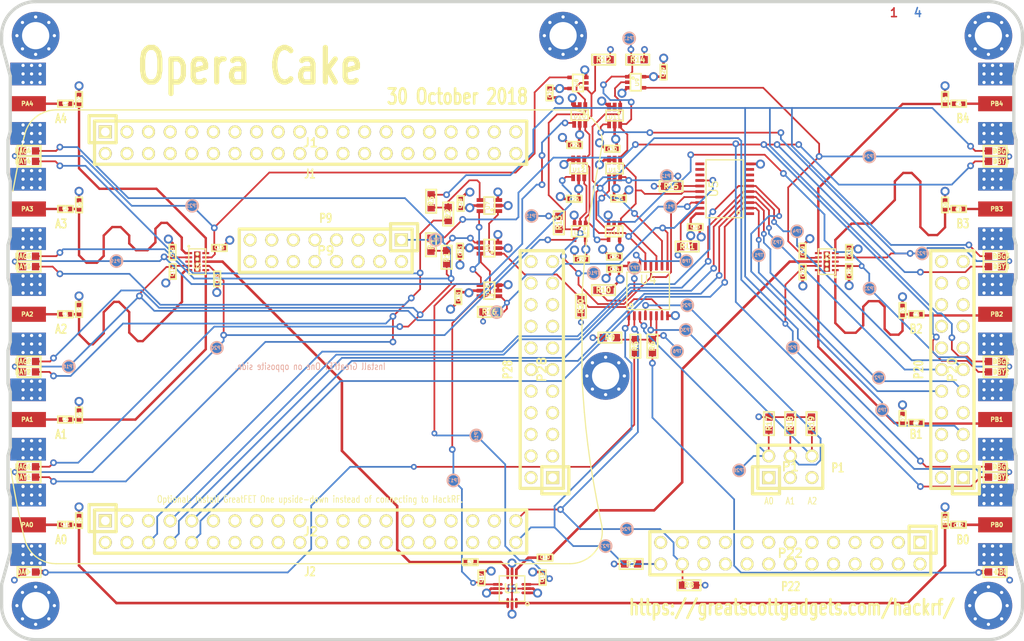
<source format=kicad_pcb>
(kicad_pcb (version 20221018) (generator pcbnew)
  (layers (0 "F.Cu" signal "C1F") (1 "In1.Cu" signal "C2") (2 "In2.Cu" signal "C3") (31 "B.Cu" signal "C4B") (34 "B.Paste" user) (35 "F.Paste" user) (36 "B.SilkS" user "B.Silkscreen") (37 "F.SilkS" user "F.Silkscreen") (38 "B.Mask" user) (39 "F.Mask" user) (44 "Edge.Cuts" user))
  (net 0 "")
  (net 1 "GND")
  (net 2 "VCC")
  (net 3 "Net-(C1-Pad2)")
  (net 4 "Net-(C1-Pad1)")
  (net 5 "Net-(C2-Pad2)")
  (net 6 "Net-(C2-Pad1)")
  (net 7 "Net-(C3-Pad2)")
  (net 8 "Net-(C3-Pad1)")
  (net 9 "Net-(C4-Pad2)")
  (net 10 "Net-(C4-Pad1)")
  (net 11 "Net-(C5-Pad2)")
  (net 12 "Net-(C5-Pad1)")
  (net 13 "Net-(C6-Pad2)")
  (net 14 "Net-(C6-Pad1)")
  (net 15 "Net-(C7-Pad2)")
  (net 16 "Net-(C7-Pad1)")
  (net 17 "Net-(C8-Pad2)")
  (net 18 "Net-(C8-Pad1)")
  (net 19 "Net-(C9-Pad2)")
  (net 20 "Net-(C9-Pad1)")
  (net 21 "Net-(C10-Pad2)")
  (net 22 "Net-(C10-Pad1)")
  (net 23 "Net-(C11-Pad2)")
  (net 24 "Net-(C11-Pad1)")
  (net 25 "Net-(C12-Pad2)")
  (net 26 "Net-(C12-Pad1)")
  (net 27 "Net-(DA0-Pad1)")
  (net 28 "/U2V3")
  (net 29 "Net-(DAG1-Pad1)")
  (net 30 "/U2V1")
  (net 31 "/U2V2")
  (net 32 "/U2V4")
  (net 33 "Net-(DAY1-Pad1)")
  (net 34 "Net-(DB0-Pad1)")
  (net 35 "/U3V3")
  (net 36 "Net-(DBG1-Pad1)")
  (net 37 "/U3V1")
  (net 38 "/U3V2")
  (net 39 "/U3V4")
  (net 40 "Net-(DBY1-Pad1)")
  (net 41 "/EXT_U3CTRL1")
  (net 42 "/EXT_U2CTRL1")
  (net 43 "/EXT_U3CTRL0")
  (net 44 "/EXT_U2CTRL0")
  (net 45 "/EXT_U1CTRL")
  (net 46 "/SDA")
  (net 47 "/SCL")
  (net 48 "/A0")
  (net 49 "/A1")
  (net 50 "/A2")
  (net 51 "Net-(R1-Pad2)")
  (net 52 "Net-(R2-Pad2)")
  (net 53 "/!LED_EN")
  (net 54 "/!RESET")
  (net 55 "/!OE")
  (net 56 "/U2CTRL1")
  (net 57 "/U2CTRL0")
  (net 58 "/U3CTRL1")
  (net 59 "/U3CTRL0")
  (net 60 "/U1CTRL")
  (net 61 "/LED_EN2")
  (net 62 "/U1VC1")
  (net 63 "/U1VC2")
  (net 64 "Net-(J1-Pad3)")
  (net 65 "Net-(J1-Pad4)")
  (net 66 "Net-(J1-Pad5)")
  (net 67 "Net-(J1-Pad6)")
  (net 68 "Net-(J1-Pad7)")
  (net 69 "Net-(J1-Pad8)")
  (net 70 "Net-(J1-Pad9)")
  (net 71 "Net-(J1-Pad10)")
  (net 72 "Net-(J1-Pad11)")
  (net 73 "Net-(J1-Pad12)")
  (net 74 "Net-(J1-Pad13)")
  (net 75 "Net-(J1-Pad14)")
  (net 76 "Net-(J1-Pad15)")
  (net 77 "Net-(J1-Pad16)")
  (net 78 "Net-(J1-Pad17)")
  (net 79 "Net-(J1-Pad18)")
  (net 80 "Net-(J1-Pad19)")
  (net 81 "Net-(J1-Pad20)")
  (net 82 "Net-(J1-Pad21)")
  (net 83 "Net-(J1-Pad22)")
  (net 84 "Net-(J1-Pad23)")
  (net 85 "Net-(J1-Pad24)")
  (net 86 "Net-(J1-Pad25)")
  (net 87 "Net-(J1-Pad26)")
  (net 88 "Net-(J1-Pad27)")
  (net 89 "Net-(J1-Pad28)")
  (net 90 "Net-(J1-Pad29)")
  (net 91 "Net-(J1-Pad30)")
  (net 92 "Net-(J1-Pad31)")
  (net 93 "Net-(J1-Pad32)")
  (net 94 "Net-(J1-Pad33)")
  (net 95 "Net-(J1-Pad34)")
  (net 96 "Net-(J1-Pad35)")
  (net 97 "Net-(J1-Pad36)")
  (net 98 "Net-(J1-Pad37)")
  (net 99 "Net-(J1-Pad38)")
  (net 100 "Net-(J1-Pad39)")
  (net 101 "Net-(J1-Pad40)")
  (net 102 "Net-(J2-Pad2)")
  (net 103 "Net-(J2-Pad3)")
  (net 104 "Net-(J2-Pad4)")
  (net 105 "Net-(J2-Pad5)")
  (net 106 "Net-(J2-Pad11)")
  (net 107 "Net-(J2-Pad12)")
  (net 108 "Net-(J2-Pad13)")
  (net 109 "Net-(J2-Pad14)")
  (net 110 "Net-(J2-Pad15)")
  (net 111 "Net-(J2-Pad16)")
  (net 112 "Net-(J2-Pad17)")
  (net 113 "Net-(J2-Pad18)")
  (net 114 "Net-(J2-Pad19)")
  (net 115 "Net-(J2-Pad20)")
  (net 116 "Net-(J2-Pad21)")
  (net 117 "Net-(J2-Pad22)")
  (net 118 "Net-(J2-Pad23)")
  (net 119 "Net-(J2-Pad24)")
  (net 120 "Net-(J2-Pad25)")
  (net 121 "Net-(J2-Pad26)")
  (net 122 "Net-(J2-Pad27)")
  (net 123 "Net-(J2-Pad28)")
  (net 124 "Net-(J2-Pad29)")
  (net 125 "Net-(J2-Pad30)")
  (net 126 "Net-(J2-Pad31)")
  (net 127 "Net-(J2-Pad32)")
  (net 128 "Net-(J2-Pad33)")
  (net 129 "Net-(J2-Pad34)")
  (net 130 "Net-(J2-Pad35)")
  (net 131 "Net-(J2-Pad36)")
  (net 132 "Net-(J2-Pad37)")
  (net 133 "Net-(J2-Pad38)")
  (net 134 "Net-(P9-Pad4)")
  (net 135 "Net-(P9-Pad5)")
  (net 136 "Net-(P9-Pad6)")
  (net 137 "Net-(P9-Pad7)")
  (net 138 "Net-(P9-Pad10)")
  (net 139 "Net-(P9-Pad11)")
  (net 140 "Net-(P9-Pad12)")
  (net 141 "Net-(P9-Pad13)")
  (net 142 "Net-(P20-Pad1)")
  (net 143 "Net-(P20-Pad2)")
  (net 144 "Net-(P20-Pad4)")
  (net 145 "Net-(P20-Pad6)")
  (net 146 "Net-(P20-Pad7)")
  (net 147 "Net-(P20-Pad8)")
  (net 148 "Net-(P20-Pad14)")
  (net 149 "Net-(P20-Pad16)")
  (net 150 "Net-(P20-Pad17)")
  (net 151 "Net-(P20-Pad18)")
  (net 152 "Net-(P20-Pad20)")
  (net 153 "Net-(P20-Pad21)")
  (net 154 "Net-(P20-Pad22)")
  (net 155 "Net-(P22-Pad1)")
  (net 156 "Net-(P22-Pad2)")
  (net 157 "Net-(P22-Pad3)")
  (net 158 "Net-(P22-Pad5)")
  (net 159 "Net-(P22-Pad6)")
  (net 160 "Net-(P22-Pad7)")
  (net 161 "Net-(P22-Pad8)")
  (net 162 "Net-(P22-Pad9)")
  (net 163 "Net-(P22-Pad12)")
  (net 164 "Net-(P22-Pad13)")
  (net 165 "Net-(P22-Pad14)")
  (net 166 "Net-(P22-Pad15)")
  (net 167 "Net-(P22-Pad16)")
  (net 168 "Net-(P22-Pad17)")
  (net 169 "Net-(P22-Pad19)")
  (net 170 "Net-(P22-Pad20)")
  (net 171 "Net-(P22-Pad21)")
  (net 172 "Net-(P22-Pad22)")
  (net 173 "Net-(P22-Pad23)")
  (net 174 "Net-(P22-Pad25)")
  (net 175 "Net-(P28-Pad3)")
  (net 176 "Net-(P28-Pad4)")
  (net 177 "Net-(P28-Pad5)")
  (net 178 "Net-(P28-Pad6)")
  (net 179 "Net-(P28-Pad7)")
  (net 180 "Net-(P28-Pad8)")
  (net 181 "Net-(P28-Pad9)")
  (net 182 "Net-(P28-Pad10)")
  (net 183 "Net-(P28-Pad11)")
  (net 184 "Net-(P28-Pad13)")
  (net 185 "Net-(P28-Pad14)")
  (net 186 "Net-(P28-Pad15)")
  (net 187 "Net-(P28-Pad16)")
  (net 188 "Net-(P28-Pad17)")
  (net 189 "Net-(P28-Pad18)")
  (net 190 "Net-(P28-Pad19)")
  (net 191 "Net-(P28-Pad20)")
  (net 192 "Net-(P28-Pad21)")
  (net 193 "Net-(P28-Pad22)")
  (net 194 "Net-(U2-Pad3)")
  (net 195 "Net-(U3-Pad3)")
  (net 196 "Net-(U5-Pad1)")
  (net 197 "Net-(U5-Pad7)")
  (net 198 "Net-(U5-Pad8)")
  (net 199 "Net-(U5-Pad9)")
  (net 200 "Net-(U5-Pad11)")
  (net 201 "Net-(U5-Pad12)")
  (net 202 "Net-(U5-Pad13)")
  (net 203 "Net-(P20-Pad13)")
  (footprint "gsg-modules:0402" (layer "F.Cu") (at 67.5 136.75 180)
    (fp_text reference "C1")
    (fp_text value "100nF" hide)
  )
  (footprint "gsg-modules:0402" (layer "F.Cu") (at 67.5 112 180)
    (fp_text reference "C2")
    (fp_text value "100nF" hide)
  )
  (footprint "gsg-modules:0402" (layer "F.Cu") (at 167.5 136.75)
    (fp_text reference "C3")
    (fp_text value "100nF" hide)
  )
  (footprint "gsg-modules:0402" (layer "F.Cu") (at 172.5 112)
    (fp_text reference "C4")
    (fp_text value "100nF" hide)
  )
  (footprint "gsg-modules:0402" (layer "F.Cu") (at 67.5 149.125 180)
    (fp_text reference "C5")
    (fp_text value "100nF" hide)
  )
  (footprint "gsg-modules:0402" (layer "F.Cu") (at 67.5 124.375 180)
    (fp_text reference "C6")
    (fp_text value "100nF" hide)
  )
  (footprint "gsg-modules:0402" (layer "F.Cu") (at 167.5 149.525)
    (fp_text reference "C7")
    (fp_text value "100nF" hide)
  )
  (footprint "gsg-modules:0402" (layer "F.Cu") (at 172.5 124.375)
    (fp_text reference "C8")
    (fp_text value "100nF" hide)
  )
  (footprint "gsg-modules:0402" (layer "F.Cu") (at 115.09248 165.8874 180)
    (fp_text reference "C9")
    (fp_text value "100nF" hide)
  )
  (footprint "gsg-modules:0402" (layer "F.Cu") (at 123.87072 165.36416 180)
    (fp_text reference "C10")
    (fp_text value "100nF" hide)
  )
  (footprint "gsg-modules:0402" (layer "F.Cu") (at 67.5 161.5 180)
    (fp_text reference "C11")
    (fp_text value "100nF" hide)
  )
  (footprint "gsg-modules:0402" (layer "F.Cu") (at 172.475 161.5)
    (fp_text reference "C12")
    (fp_text value "100nF" hide)
  )
  (footprint "gsg-modules:0402" (layer "F.Cu") (at 69.1 136.2 90)
    (fp_text reference "D1")
    (fp_text value "GSG-DIODE-TVS-BI" hide)
  )
  (footprint "gsg-modules:0402" (layer "F.Cu") (at 69.1 111.5 90)
    (fp_text reference "D2")
    (fp_text value "GSG-DIODE-TVS-BI" hide)
  )
  (footprint "gsg-modules:0402" (layer "F.Cu") (at 165.9 136.3 90)
    (fp_text reference "D3")
    (fp_text value "GSG-DIODE-TVS-BI" hide)
  )
  (footprint "gsg-modules:0402" (layer "F.Cu") (at 170.9 111.5 90)
    (fp_text reference "D4")
    (fp_text value "GSG-DIODE-TVS-BI" hide)
  )
  (footprint "gsg-modules:0402" (layer "F.Cu") (at 69.1 148.6 90)
    (fp_text reference "D5")
    (fp_text value "GSG-DIODE-TVS-BI" hide)
  )
  (footprint "gsg-modules:0402" (layer "F.Cu") (at 69.1 123.9 90)
    (fp_text reference "D6")
    (fp_text value "GSG-DIODE-TVS-BI" hide)
  )
  (footprint "gsg-modules:0402" (layer "F.Cu") (at 165.9 149 90)
    (fp_text reference "D7")
    (fp_text value "GSG-DIODE-TVS-BI" hide)
  )
  (footprint "gsg-modules:0402" (layer "F.Cu") (at 170.9 123.9 90)
    (fp_text reference "D8")
    (fp_text value "GSG-DIODE-TVS-BI" hide)
  )
  (footprint "gsg-modules:0402" (layer "F.Cu") (at 69.1 161 90)
    (fp_text reference "D9")
    (fp_text value "GSG-DIODE-TVS-BI" hide)
  )
  (footprint "gsg-modules:0402" (layer "F.Cu") (at 170.9 161 90)
    (fp_text reference "D10")
    (fp_text value "GSG-DIODE-TVS-BI" hide)
  )
  (footprint "gsg-modules:0603D" (layer "F.Cu") (at 63.225 167.05 180)
    (fp_text reference "DA0")
    (fp_text value "LED" hide)
  )
  (footprint "gsg-modules:0603D" (layer "F.Cu") (at 63.225 154.675 180)
    (fp_text reference "DAG1")
    (fp_text value "LED" hide)
  )
  (footprint "gsg-modules:0603D" (layer "F.Cu") (at 63.225 142.3 180)
    (fp_text reference "DAG2")
    (fp_text value "LED" hide)
  )
  (footprint "gsg-modules:0603D" (layer "F.Cu") (at 63.225 129.925 180)
    (fp_text reference "DAG3")
    (fp_text value "LED" hide)
  )
  (footprint "gsg-modules:0603D" (layer "F.Cu") (at 63.225 117.55 180)
    (fp_text reference "DAG4")
    (fp_text value "LED" hide)
  )
  (footprint "gsg-modules:0603D" (layer "F.Cu") (at 63.225 155.9 180)
    (fp_text reference "DAY1")
    (fp_text value "LED" hide)
  )
  (footprint "gsg-modules:0603D" (layer "F.Cu") (at 63.225 143.525 180)
    (fp_text reference "DAY2")
    (fp_text value "LED" hide)
  )
  (footprint "gsg-modules:0603D" (layer "F.Cu") (at 63.225 131.15 180)
    (fp_text reference "DAY3")
    (fp_text value "LED" hide)
  )
  (footprint "gsg-modules:0603D" (layer "F.Cu") (at 63.225 118.775 180)
    (fp_text reference "DAY4")
    (fp_text value "LED" hide)
  )
  (footprint "gsg-modules:0603D" (layer "F.Cu") (at 176.775 167.05)
    (fp_text reference "DB0")
    (fp_text value "LED" hide)
  )
  (footprint "gsg-modules:0603D" (layer "F.Cu") (at 176.775 154.675)
    (fp_text reference "DBG1")
    (fp_text value "LED" hide)
  )
  (footprint "gsg-modules:0603D" (layer "F.Cu") (at 176.775 142.3)
    (fp_text reference "DBG2")
    (fp_text value "LED" hide)
  )
  (footprint "gsg-modules:0603D" (layer "F.Cu") (at 176.775 129.925)
    (fp_text reference "DBG3")
    (fp_text value "LED" hide)
  )
  (footprint "gsg-modules:0603D" (layer "F.Cu") (at 176.775 117.55)
    (fp_text reference "DBG4")
    (fp_text value "LED" hide)
  )
  (footprint "gsg-modules:0603D" (layer "F.Cu") (at 176.775 155.9)
    (fp_text reference "DBY1")
    (fp_text value "LED" hide)
  )
  (footprint "gsg-modules:0603D" (layer "F.Cu") (at 176.775 143.525)
    (fp_text reference "DBY2")
    (fp_text value "LED" hide)
  )
  (footprint "gsg-modules:0603D" (layer "F.Cu") (at 176.775 131.15)
    (fp_text reference "DBY3")
    (fp_text value "LED" hide)
  )
  (footprint "gsg-modules:0603D" (layer "F.Cu") (at 176.775 118.775)
    (fp_text reference "DBY4")
    (fp_text value "LED" hide)
  )
  (footprint "gsg-modules:HOLE126MIL-COPPER" (layer "F.Cu") (at 64 104)
    (fp_text reference "MH1" hide)
    (fp_text value "MOUNTING_HOLE" hide)
  )
  (footprint "gsg-modules:HOLE126MIL-COPPER" (layer "F.Cu") (at 64 171)
    (fp_text reference "MH2" hide)
    (fp_text value "MOUNTING_HOLE" hide)
  )
  (footprint "gsg-modules:HOLE126MIL-COPPER" (layer "F.Cu") (at 176 171)
    (fp_text reference "MH3" hide)
    (fp_text value "MOUNTING_HOLE" hide)
  )
  (footprint "gsg-modules:HOLE126MIL-COPPER" (layer "F.Cu") (at 176 104)
    (fp_text reference "MH4" hide)
    (fp_text value "MOUNTING_HOLE" hide)
  )
  (footprint "gsg-modules:HOLE126MIL-COPPER" (layer "F.Cu") (at 126 104)
    (fp_text reference "MH5" hide)
    (fp_text value "MOUNTING_HOLE" hide)
  )
  (footprint "gsg-modules:HOLE126MIL-COPPER" (layer "F.Cu") (at 131 144)
    (fp_text reference "MH6" hide)
    (fp_text value "MOUNTING_HOLE" hide)
  )
  (footprint "gsg-modules:HEADER-2x3" (layer "F.Cu") (at 152.71 154.68)
    (fp_text reference "P1")
    (fp_text value "ADDRESS" hide)
  )
  (footprint "gsg-modules:HEADER-2x8" (layer "F.Cu") (at 98.1 129.28 180)
    (fp_text reference "P9")
    (fp_text value "BASEBAND" hide)
  )
  (footprint "gsg-modules:HEADER-2x11" (layer "F.Cu") (at 171.76 143.25 90)
    (fp_text reference "P20")
    (fp_text value "GPIO" hide)
  )
  (footprint "gsg-modules:HEADER-2x13" (layer "F.Cu") (at 152.71 164.84 180)
    (fp_text reference "P22")
    (fp_text value "I2S" hide)
  )
  (footprint "gsg-modules:HEADER-2x11" (layer "F.Cu") (at 123.5 143.25 90)
    (fp_text reference "P28")
    (fp_text value "SD" hide)
  )
  (footprint "hackrf:GSG-SMA-73251-2120" (layer "F.Cu") (at 61.02 161.5)
    (fp_text reference "PA0")
    (fp_text value "GSG-RF-CONN" hide)
  )
  (footprint "hackrf:GSG-SMA-73251-2120" (layer "F.Cu") (at 61.02 149.125)
    (fp_text reference "PA1")
    (fp_text value "GSG-RF-CONN" hide)
  )
  (footprint "hackrf:GSG-SMA-73251-2120" (layer "F.Cu") (at 61.02 136.75)
    (fp_text reference "PA2")
    (fp_text value "GSG-RF-CONN" hide)
  )
  (footprint "hackrf:GSG-SMA-73251-2120" (layer "F.Cu") (at 61.02 124.375)
    (fp_text reference "PA3")
    (fp_text value "GSG-RF-CONN" hide)
  )
  (footprint "hackrf:GSG-SMA-73251-2120" (layer "F.Cu") (at 61.02 112)
    (fp_text reference "PA4")
    (fp_text value "GSG-RF-CONN" hide)
  )
  (footprint "hackrf:GSG-SMA-73251-2120" (layer "F.Cu") (at 178.98 161.5 180)
    (fp_text reference "PB0")
    (fp_text value "GSG-RF-CONN" hide)
  )
  (footprint "hackrf:GSG-SMA-73251-2120" (layer "F.Cu") (at 178.98 149.125 180)
    (fp_text reference "PB1")
    (fp_text value "GSG-RF-CONN" hide)
  )
  (footprint "hackrf:GSG-SMA-73251-2120" (layer "F.Cu") (at 178.98 136.75 180)
    (fp_text reference "PB2")
    (fp_text value "GSG-RF-CONN" hide)
  )
  (footprint "hackrf:GSG-SMA-73251-2120" (layer "F.Cu") (at 178.98 124.375 180)
    (fp_text reference "PB3")
    (fp_text value "GSG-RF-CONN" hide)
  )
  (footprint "hackrf:GSG-SMA-73251-2120" (layer "F.Cu") (at 178.98 112 180)
    (fp_text reference "PB4")
    (fp_text value "GSG-RF-CONN" hide)
  )
  (footprint "gsg-modules:0603" (layer "F.Cu") (at 112.3188 130.048 90)
    (fp_text reference "R1")
    (fp_text value "330" hide)
  )
  (footprint "gsg-modules:0603" (layer "F.Cu") (at 112.4966 124.968 90)
    (fp_text reference "R2")
    (fp_text value "330" hide)
  )
  (footprint "gsg-modules:0603" (layer "F.Cu") (at 110.49 123.4694 -90)
    (fp_text reference "R3")
    (fp_text value "330" hide)
  )
  (footprint "gsg-modules:0603" (layer "F.Cu") (at 110.4646 128.5748 -90)
    (fp_text reference "R4")
    (fp_text value "330" hide)
  )
  (footprint "gsg-modules:0603" (layer "F.Cu") (at 134.5 140.5 90)
    (fp_text reference "R5")
    (fp_text value "330" hide)
  )
  (footprint "gsg-modules:0603" (layer "F.Cu") (at 136.5 140.5 90)
    (fp_text reference "R6")
    (fp_text value "330" hide)
  )
  (footprint "gsg-modules:0603" (layer "F.Cu") (at 134 166.1)
    (fp_text reference "R7")
    (fp_text value "1k8" hide)
  )
  (footprint "gsg-modules:0603" (layer "F.Cu") (at 140.8 168.6 180)
    (fp_text reference "R8")
    (fp_text value "1k8" hide)
  )
  (footprint "gsg-modules:0603" (layer "F.Cu") (at 131.5 139.5)
    (fp_text reference "R9")
    (fp_text value "10k" hide)
  )
  (footprint "gsg-modules:0603" (layer "F.Cu") (at 130.74396 133.91388)
    (fp_text reference "R10")
    (fp_text value "10k" hide)
  )
  (footprint "gsg-modules:0603" (layer "F.Cu") (at 140.589 128.79324)
    (fp_text reference "R11")
    (fp_text value "10k" hide)
  )
  (footprint "gsg-modules:0603" (layer "F.Cu") (at 130.77 106.8236)
    (fp_text reference "R12")
    (fp_text value "10k" hide)
  )
  (footprint "gsg-modules:0603" (layer "F.Cu") (at 125.5 126 90)
    (fp_text reference "R13")
    (fp_text value "10k" hide)
  )
  (footprint "gsg-modules:0603" (layer "F.Cu") (at 134.77 106.8236)
    (fp_text reference "R14")
    (fp_text value "10k" hide)
  )
  (footprint "gsg-modules:0603" (layer "F.Cu") (at 138.7 121.7 180)
    (fp_text reference "R15")
    (fp_text value "10k" hide)
  )
  (footprint "gsg-modules:0603" (layer "F.Cu") (at 117.336777 136.475619 180)
    (fp_text reference "R16")
    (fp_text value "10k" hide)
  )
  (footprint "gsg-modules:0603" (layer "F.Cu") (at 150.2 149.6 90)
    (fp_text reference "R17")
    (fp_text value "10k" hide)
  )
  (footprint "gsg-modules:0603" (layer "F.Cu") (at 152.7 149.6 90)
    (fp_text reference "R18")
    (fp_text value "10k" hide)
  )
  (footprint "gsg-modules:0603" (layer "F.Cu") (at 155.2 149.6 90)
    (fp_text reference "R19")
    (fp_text value "10k" hide)
  )
  (footprint "gsg-modules:0603" (layer "F.Cu") (at 128.1 135.8 -90)
    (fp_text reference "R20")
    (fp_text value "10k" hide)
  )
  (footprint "gsg-modules:QFN12-3" (layer "F.Cu") (at 120 169 180)
    (fp_text reference "U1")
    (fp_text value "MASWSS0129" hide)
  )
  (footprint "gsg-modules:SKY13322-375LF" (layer "F.Cu") (at 83 130.5625)
    (fp_text reference "U2")
    (fp_text value "SKY13322" hide)
  )
  (footprint "gsg-modules:SKY13322-375LF" (layer "F.Cu") (at 157 130.5625 180)
    (fp_text reference "U3")
    (fp_text value "SKY13322" hide)
  )
  (footprint "gsg-modules:TSSOP16" (layer "F.Cu") (at 136 134 90)
    (fp_text reference "U4")
    (fp_text value "PCA9557" hide)
  )
  (footprint "gsg-modules:TSSOP20" (layer "F.Cu") (at 145 122 180)
    (fp_text reference "U5")
    (fp_text value "TC7MBL3245CFT" hide)
  )
  (footprint "gsg-modules:SOT363" (layer "F.Cu") (at 117.336777 128.975619 90)
    (fp_text reference "U6")
    (fp_text value "74LVC1G58" hide)
  )
  (footprint "gsg-modules:SOT363" (layer "F.Cu") (at 117.336777 123.975619 90)
    (fp_text reference "U7")
    (fp_text value "74LVC1G58" hide)
  )
  (footprint "gsg-modules:SOT353-1" (layer "F.Cu") (at 127.7506 109.5596 90)
    (fp_text reference "U8")
    (fp_text value "74AHC1G08" hide)
  )
  (footprint "gsg-modules:SOT353-1" (layer "F.Cu") (at 134.5298 109.4778 -90)
    (fp_text reference "U9")
    (fp_text value "74AHC1G08" hide)
  )
  (footprint "gsg-modules:SOT363" (layer "F.Cu") (at 127.95504 113.32464 180)
    (fp_text reference "U10")
    (fp_text value "74LVC1G58" hide)
  )
  (footprint "gsg-modules:SOT363" (layer "F.Cu") (at 132.05968 113.3856 180)
    (fp_text reference "U11")
    (fp_text value "74LVC1G58" hide)
  )
  (footprint "gsg-modules:SOT363" (layer "F.Cu") (at 127.83312 119.60352 180)
    (fp_text reference "U12")
    (fp_text value "74LVC1G58" hide)
  )
  (footprint "gsg-modules:SOT363" (layer "F.Cu") (at 132.0546 119.61876 180)
    (fp_text reference "U13")
    (fp_text value "74LVC1G58" hide)
  )
  (footprint "gsg-modules:SOT353-1" (layer "F.Cu") (at 128 127 180)
    (fp_text reference "U14")
    (fp_text value "74AHC1G02" hide)
  )
  (footprint "gsg-modules:SOT353-1" (layer "F.Cu") (at 132 127 180)
    (fp_text reference "U15")
    (fp_text value "74AHC1G02" hide)
  )
  (footprint "gsg-modules:SOT363" (layer "F.Cu") (at 117.336777 133.975619 90)
    (fp_text reference "U16")
    (fp_text value "74LVC1G19" hide)
  )
  (footprint "gsg-modules:HEADER-2x20-REVERSE" (layer "F.Cu") (at 96.322 116.58)
    (fp_text reference "J1")
    (fp_text value "CONN_02X20" hide)
  )
  (footprint "gsg-modules:HEADER-2x20-REVERSE" (layer "F.Cu") (at 96.322 162.3)
    (fp_text reference "J2")
    (fp_text value "CONN_02X20" hide)
  )
  (footprint "gsg-modules:0402" (layer "F.Cu") (at 85.344 132.588 -90)
    (fp_text reference "C13")
    (fp_text value "33pF" hide)
  )
  (footprint "gsg-modules:0402" (layer "F.Cu") (at 80.1116 131.7244 -90)
    (fp_text reference "C14")
    (fp_text value "33pF" hide)
  )
  (footprint "gsg-modules:0402" (layer "F.Cu") (at 80.0862 129.4638 -90)
    (fp_text reference "C15")
    (fp_text value "33pF" hide)
  )
  (footprint "gsg-modules:0402" (layer "F.Cu") (at 85.598 128.9558 180)
    (fp_text reference "C16")
    (fp_text value "33pF" hide)
  )
  (footprint "gsg-modules:0402" (layer "F.Cu") (at 116.4082 167.7416 -90)
    (fp_text reference "C17")
    (fp_text value "33pF" hide)
  )
  (footprint "gsg-modules:0402" (layer "F.Cu") (at 123.5964 167.6908 -90)
    (fp_text reference "C18")
    (fp_text value "33pF" hide)
  )
  (footprint "gsg-modules:0402" (layer "F.Cu") (at 154.13736 129.3114 90)
    (fp_text reference "C19")
    (fp_text value "33pF" hide)
  )
  (footprint "gsg-modules:0402" (layer "F.Cu") (at 159.6136 129.4638 90)
    (fp_text reference "C20")
    (fp_text value "33pF" hide)
  )
  (footprint "gsg-modules:0402" (layer "F.Cu") (at 159.6136 131.7244 90)
    (fp_text reference "C21")
    (fp_text value "33pF" hide)
  )
  (footprint "gsg-modules:0402" (layer "F.Cu") (at 154.1526 131.79552 90)
    (fp_text reference "C22")
    (fp_text value "33pF" hide)
  )
  (footprint "gsg-modules:0402" (layer "F.Cu") (at 113.87328 129.32664 90)
    (fp_text reference "C23")
    (fp_text value "100nF" hide)
  )
  (footprint "gsg-modules:0402" (layer "F.Cu") (at 124.41174 110.74146 90)
    (fp_text reference "C24")
    (fp_text value "100nF" hide)
  )
  (footprint "gsg-modules:0402" (layer "F.Cu") (at 127.3556 116.8527)
    (fp_text reference "C25")
    (fp_text value "100nF" hide)
  )
  (footprint "gsg-modules:0402" (layer "F.Cu") (at 127.29972 123.18492)
    (fp_text reference "C26")
    (fp_text value "100nF" hide)
  )
  (footprint "gsg-modules:0402" (layer "F.Cu") (at 128.1684 130.302)
    (fp_text reference "C27")
    (fp_text value "100nF" hide)
  )
  (footprint "gsg-modules:0402" (layer "F.Cu") (at 113.9571 123.72594 -90)
    (fp_text reference "C28")
    (fp_text value "100nF" hide)
  )
  (footprint "gsg-modules:0402" (layer "F.Cu") (at 137.8077 108.28782 -90)
    (fp_text reference "C29")
    (fp_text value "100nF" hide)
  )
  (footprint "gsg-modules:0402" (layer "F.Cu") (at 131.76504 117.30228)
    (fp_text reference "C30")
    (fp_text value "100nF" hide)
  )
  (footprint "gsg-modules:0402" (layer "F.Cu") (at 132.52704 123.14428 180)
    (fp_text reference "C31")
    (fp_text value "100nF" hide)
  )
  (footprint "gsg-modules:0402" (layer "F.Cu") (at 132.02412 129.98196)
    (fp_text reference "C32")
    (fp_text value "100nF" hide)
  )
  (footprint "gsg-modules:0402" (layer "F.Cu") (at 113.67262 134.69112 90)
    (fp_text reference "C33")
    (fp_text value "100nF" hide)
  )
  (footprint "gsg-modules:0402" (layer "F.Cu") (at 132.03936 131.38912)
    (fp_text reference "C34")
    (fp_text value "100nF" hide)
  )
  (footprint "gsg-modules:0402" (layer "F.Cu") (at 141.53388 126.49962 180)
    (fp_text reference "C35")
    (fp_text value "100nF" hide)
  )
  (footprint "gsg-modules:TESTPOINT-50MIL" (layer "B.Cu") (at 149 129.8)
    (fp_text reference "TP1")
    (fp_text value "CONN_1" hide)
  )
  (footprint "gsg-modules:TESTPOINT-50MIL" (layer "B.Cu") (at 163.11372 144.19834)
    (fp_text reference "TP2")
    (fp_text value "CONN_1" hide)
  )
  (footprint "gsg-modules:TESTPOINT-50MIL" (layer "B.Cu") (at 151.2 128.3)
    (fp_text reference "TP3")
    (fp_text value "CONN_1" hide)
  )
  (footprint "gsg-modules:TESTPOINT-50MIL" (layer "B.Cu") (at 153.5 127)
    (fp_text reference "TP4")
    (fp_text value "CONN_1" hide)
  )
  (footprint "gsg-modules:TESTPOINT-50MIL" (layer "B.Cu") (at 163.5 148)
    (fp_text reference "TP5")
    (fp_text value "CONN_1" hide)
  )
  (footprint "gsg-modules:TESTPOINT-50MIL" (layer "B.Cu") (at 139.4 141.1)
    (fp_text reference "TP6")
    (fp_text value "CONN_1" hide)
  )
  (footprint "gsg-modules:TESTPOINT-50MIL" (layer "B.Cu") (at 134.4 131.3)
    (fp_text reference "TP7")
    (fp_text value "CONN_1" hide)
  )
  (footprint "gsg-modules:TESTPOINT-50MIL" (layer "B.Cu") (at 140.5 130.5)
    (fp_text reference "TP8")
    (fp_text value "CONN_1" hide)
  )
  (footprint "gsg-modules:TESTPOINT-50MIL" (layer "B.Cu") (at 118.2 136.5 90)
    (fp_text reference "TP9")
    (fp_text value "CONN_1" hide)
  )
  (footprint "gsg-modules:TESTPOINT-50MIL" (layer "B.Cu") (at 129.6 131.9)
    (fp_text reference "TP10")
    (fp_text value "CONN_1" hide)
  )
  (footprint "gsg-modules:TESTPOINT-50MIL" (layer "B.Cu") (at 138.6 124.1)
    (fp_text reference "TP11")
    (fp_text value "CONN_1" hide)
  )
  (footprint "gsg-modules:TESTPOINT-50MIL" (layer "B.Cu") (at 138.2 120.5)
    (fp_text reference "TP12")
    (fp_text value "CONN_1" hide)
  )
  (footprint "gsg-modules:TESTPOINT-50MIL" (layer "B.Cu") (at 133.77 104.3236)
    (fp_text reference "TP13")
    (fp_text value "CONN_1" hide)
  )
  (footprint "gsg-modules:TESTPOINT-50MIL" (layer "B.Cu") (at 111 128)
    (fp_text reference "TP14")
    (fp_text value "CONN_1" hide)
  )
  (footprint "gsg-modules:TESTPOINT-50MIL" (layer "B.Cu") (at 122.3 125.2)
    (fp_text reference "TP15")
    (fp_text value "CONN_1" hide)
  )
  (footprint "gsg-modules:TESTPOINT-50MIL" (layer "B.Cu") (at 115.8 151 90)
    (fp_text reference "TP16")
    (fp_text value "CONN_1" hide)
  )
  (footprint "gsg-modules:TESTPOINT-50MIL" (layer "B.Cu") (at 113.1062 156.2862)
    (fp_text reference "TP17")
    (fp_text value "CONN_1" hide)
  )
  (footprint "gsg-modules:TESTPOINT-50MIL" (layer "B.Cu") (at 67.9 142.9)
    (fp_text reference "TP18")
    (fp_text value "CONN_1" hide)
  )
  (footprint "gsg-modules:TESTPOINT-50MIL" (layer "B.Cu") (at 73.5 130.5)
    (fp_text reference "TP19")
    (fp_text value "CONN_1" hide)
  )
  (footprint "gsg-modules:TESTPOINT-50MIL" (layer "B.Cu") (at 85.3 140.7)
    (fp_text reference "TP20")
    (fp_text value "CONN_1" hide)
  )
  (footprint "gsg-modules:TESTPOINT-50MIL" (layer "B.Cu") (at 82.4 124)
    (fp_text reference "TP21")
    (fp_text value "CONN_1" hide)
  )
  (footprint "gsg-modules:TESTPOINT-50MIL" (layer "B.Cu") (at 168.2 129.6)
    (fp_text reference "TP22")
    (fp_text value "CONN_1" hide)
  )
  (footprint "gsg-modules:TESTPOINT-50MIL" (layer "B.Cu") (at 162.03168 133.72592)
    (fp_text reference "TP23")
    (fp_text value "CONN_1" hide)
  )
  (footprint "gsg-modules:TESTPOINT-50MIL" (layer "B.Cu") (at 162 118.2)
    (fp_text reference "TP24")
    (fp_text value "CONN_1" hide)
  )
  (footprint "gsg-modules:TESTPOINT-50MIL" (layer "B.Cu") (at 153 140.667998)
    (fp_text reference "TP25")
    (fp_text value "CONN_1" hide)
  )
  (footprint "gsg-modules:TESTPOINT-50MIL" (layer "B.Cu") (at 133.5 162)
    (fp_text reference "TP26")
    (fp_text value "CONN_1" hide)
  )
  (footprint "gsg-modules:TESTPOINT-50MIL" (layer "B.Cu") (at 131 164)
    (fp_text reference "TP27")
    (fp_text value "CONN_1" hide)
  )
  (footprint "gsg-modules:TESTPOINT-50MIL" (layer "B.Cu") (at 146.7 155.1)
    (fp_text reference "TP28")
    (fp_text value "CONN_1" hide)
  )
  (footprint "gsg-modules:TESTPOINT-50MIL" (layer "B.Cu") (at 140.6 135.7)
    (fp_text reference "TP29")
    (fp_text value "CONN_1" hide)
  )
  (footprint "gsg-modules:TESTPOINT-50MIL" (layer "B.Cu") (at 140.44 138.6)
    (fp_text reference "TP30")
    (fp_text value "CONN_1" hide)
  )
  (gr_line (start 128.5018 148.2646) (end 128.6796 150.1442) (stroke (width 0.15)) (layer "F.SilkS"))
  (gr_line (start 63.5286 164.7746) (end 63.3 164.4698) (stroke (width 0.15)) (layer "F.SilkS"))
  (gr_line (start 64.6462 113.1618) (end 64.2906 113.365) (stroke (width 0.15)) (layer "F.SilkS"))
  (gr_line (start 62.7412 115.524) (end 62.665 115.8288) (stroke (width 0.15)) (layer "F.SilkS"))
  (gr_line (start 66.3988 166.07) (end 65.9162 166.0446) (stroke (width 0.15)) (layer "F.SilkS"))
  (gr_line (start 61.7506 119.9944) (end 61.3188 122.2804) (stroke (width 0.15)) (layer "F.SilkS"))
  (gr_line (start 129.467 122.9662) (end 129.7718 121.2136) (stroke (width 0.15)) (layer "F.SilkS"))
  (gr_line (start 129.8226 157.8658) (end 130.1528 159.6184) (stroke (width 0.15)) (layer "F.SilkS"))
  (gr_line (start 62.9698 163.911) (end 62.8174 163.5554) (stroke (width 0.15)) (layer "F.SilkS"))
  (gr_line (start 130.5592 161.6504) (end 130.61 162.26) (stroke (width 0.15)) (layer "F.SilkS"))
  (gr_line (start 64.3668 165.4858) (end 64.0112 165.2318) (stroke (width 0.15)) (layer "F.SilkS"))
  (gr_line (start 65.5098 112.8316) (end 65.1034 112.9586) (stroke (width 0.15)) (layer "F.SilkS"))
  (gr_line (start 128.9082 152.0746) (end 129.1622 153.9542) (stroke (width 0.15)) (layer "F.SilkS"))
  (gr_line (start 62.7158 163.1744) (end 62.6142 162.7934) (stroke (width 0.15)) (layer "F.SilkS"))
  (gr_line (start 65.0272 165.816) (end 64.6462 165.6382) (stroke (width 0.15)) (layer "F.SilkS"))
  (gr_line (start 128.3494 146.258) (end 128.5018 148.2646) (stroke (width 0.15)) (layer "F.SilkS"))
  (gr_line (start 62.665 115.8288) (end 62.5888 116.1082) (stroke (width 0.15)) (layer "F.SilkS"))
  (gr_line (start 128.2224 134.6502) (end 128.3494 132.6182) (stroke (width 0.15)) (layer "F.SilkS"))
  (gr_line (start 129.7718 121.2136) (end 130.0766 119.588) (stroke (width 0.15)) (layer "F.SilkS"))
  (gr_line (start 128.6796 150.1442) (end 128.9082 152.0746) (stroke (width 0.15)) (layer "F.SilkS"))
  (gr_line (start 130.0766 119.5626) (end 130.4068 117.937) (stroke (width 0.15)) (layer "F.SilkS"))
  (gr_line (start 66.3988 112.73) (end 126.8 112.73) (stroke (width 0.15)) (layer "F.SilkS"))
  (gr_line (start 64.0112 165.2318) (end 63.7572 165.0032) (stroke (width 0.15)) (layer "F.SilkS"))
  (gr_line (start 130.4068 117.9116) (end 130.5338 117.2258) (stroke (width 0.15)) (layer "F.SilkS"))
  (gr_line (start 128.9336 126.5984) (end 129.1876 124.7188) (stroke (width 0.15)) (layer "F.SilkS"))
  (gr_line (start 65.5098 165.9684) (end 65.0272 165.816) (stroke (width 0.15)) (layer "F.SilkS"))
  (gr_line (start 63.9604 113.619) (end 63.6556 113.8984) (stroke (width 0.15)) (layer "F.SilkS"))
  (gr_line (start 128.2224 144.1498) (end 128.3494 146.258) (stroke (width 0.15)) (layer "F.SilkS"))
  (gr_line (start 129.1876 124.7188) (end 129.467 122.9662) (stroke (width 0.15)) (layer "F.SilkS"))
  (gr_line (start 62.284 117.4798) (end 61.7506 119.9944) (stroke (width 0.15)) (layer "F.SilkS"))
  (gr_line (start 63.2746 114.3556) (end 63.0968 114.635) (stroke (width 0.15)) (layer "F.SilkS"))
  (gr_line (start 62.6142 162.7934) (end 62.3602 161.752) (stroke (width 0.15)) (layer "F.SilkS"))
  (gr_line (start 65.967 112.7554) (end 65.5098 112.8316) (stroke (width 0.15)) (layer "F.SilkS"))
  (gr_line (start 63.1476 164.2412) (end 62.9698 163.911) (stroke (width 0.15)) (layer "F.SilkS"))
  (gr_line (start 130.5338 117.2258) (end 130.61 116.4892) (stroke (width 0.15)) (layer "F.SilkS"))
  (gr_line (start 61.8014 159.1358) (end 61.4204 157.0784) (stroke (width 0.15)) (layer "F.SilkS"))
  (gr_line (start 128.2224 134.6502) (end 128.2224 144.1498) (stroke (width 0.15)) (layer "F.SilkS"))
  (gr_line (start 64.6462 165.6382) (end 64.3668 165.4858) (stroke (width 0.15)) (layer "F.SilkS"))
  (gr_line (start 65.1034 112.9586) (end 64.6462 113.1618) (stroke (width 0.15)) (layer "F.SilkS"))
  (gr_line (start 66.3988 112.73) (end 65.967 112.7554) (stroke (width 0.15)) (layer "F.SilkS"))
  (gr_line (start 61.4204 157.0784) (end 61.0648 154.894) (stroke (width 0.15)) (layer "F.SilkS"))
  (gr_line (start 128.7304 128.3764) (end 128.9336 126.5984) (stroke (width 0.15)) (layer "F.SilkS"))
  (gr_arc (start 126.8 112.73) (mid 129.494077 113.845923) (end 130.61 116.54) (stroke (width 0.15)) (layer "F.SilkS"))
  (gr_line (start 129.1622 153.9542) (end 129.4924 156.037) (stroke (width 0.15)) (layer "F.SilkS"))
  (gr_line (start 62.8174 115.2446) (end 62.7412 115.524) (stroke (width 0.15)) (layer "F.SilkS"))
  (gr_line (start 65.9162 166.0446) (end 65.5098 165.9684) (stroke (width 0.15)) (layer "F.SilkS"))
  (gr_line (start 62.919 114.9906) (end 62.8174 115.2446) (stroke (width 0.15)) (layer "F.SilkS"))
  (gr_line (start 130.4068 160.9392) (end 130.5592 161.6504) (stroke (width 0.15)) (layer "F.SilkS"))
  (gr_line (start 63.4524 114.127) (end 63.2746 114.3556) (stroke (width 0.15)) (layer "F.SilkS"))
  (gr_line (start 128.3494 132.6182) (end 128.5272 130.383) (stroke (width 0.15)) (layer "F.SilkS"))
  (gr_line (start 129.4924 156.037) (end 129.8226 157.8658) (stroke (width 0.15)) (layer "F.SilkS"))
  (gr_line (start 126.8 166.07) (end 66.3988 166.07) (stroke (width 0.15)) (layer "F.SilkS"))
  (gr_line (start 62.3602 161.752) (end 61.8014 159.1358) (stroke (width 0.15)) (layer "F.SilkS"))
  (gr_line (start 63.0968 114.635) (end 62.919 114.9906) (stroke (width 0.15)) (layer "F.SilkS"))
  (gr_line (start 128.5272 130.383) (end 128.7304 128.3764) (stroke (width 0.15)) (layer "F.SilkS"))
  (gr_line (start 62.8174 163.5554) (end 62.7158 163.1744) (stroke (width 0.15)) (layer "F.SilkS"))
  (gr_arc (start 130.61 162.26) (mid 129.494077 164.954077) (end 126.8 166.07) (stroke (width 0.15)) (layer "F.SilkS"))
  (gr_line (start 62.5888 116.1082) (end 62.284 117.4798) (stroke (width 0.15)) (layer "F.SilkS"))
  (gr_line (start 64.2906 113.365) (end 63.9604 113.619) (stroke (width 0.15)) (layer "F.SilkS"))
  (gr_line (start 63.6556 113.8984) (end 63.4524 114.127) (stroke (width 0.15)) (layer "F.SilkS"))
  (gr_line (start 63.3 164.4698) (end 63.1476 164.2412) (stroke (width 0.15)) (layer "F.SilkS"))
  (gr_line (start 63.7572 165.0032) (end 63.5286 164.7746) (stroke (width 0.15)) (layer "F.SilkS"))
  (gr_line (start 130.1528 159.6184) (end 130.4068 160.9392) (stroke (width 0.15)) (layer "F.SilkS"))
  (gr_line (start 179.25 157.25) (end 178.98 158.25) (stroke (width 0.381)) (layer "Edge.Cuts"))
  (gr_line (start 60 168.5) (end 60 171) (stroke (width 0.381)) (layer "Edge.Cuts"))
  (gr_line (start 60 104) (end 60 105) (stroke (width 0.381)) (layer "Edge.Cuts"))
  (gr_line (start 176 100) (end 64 100) (stroke (width 0.381)) (layer "Edge.Cuts"))
  (gr_line (start 60.75 120.125) (end 61.02 121.125) (stroke (width 0.381)) (layer "Edge.Cuts"))
  (gr_line (start 60.75 116.25) (end 60.75 120.125) (stroke (width 0.381)) (layer "Edge.Cuts"))
  (gr_arc (start 176 100) (mid 178.828427 101.171573) (end 180 104) (stroke (width 0.381)) (layer "Edge.Cuts"))
  (gr_line (start 178.98 164.75) (end 180 168.5) (stroke (width 0.381)) (layer "Edge.Cuts"))
  (gr_line (start 61.02 140) (end 60.75 141) (stroke (width 0.381)) (layer "Edge.Cuts"))
  (gr_line (start 178.98 145.875) (end 178.98 152.375) (stroke (width 0.381)) (layer "Edge.Cuts"))
  (gr_line (start 179.25 153.375) (end 179.25 157.25) (stroke (width 0.381)) (layer "Edge.Cuts"))
  (gr_arc (start 60 104) (mid 61.171573 101.171573) (end 64 100) (stroke (width 0.381)) (layer "Edge.Cuts"))
  (gr_line (start 178.98 115.25) (end 179.25 116.25) (stroke (width 0.381)) (layer "Edge.Cuts"))
  (gr_line (start 61.02 152.375) (end 60.75 153.375) (stroke (width 0.381)) (layer "Edge.Cuts"))
  (gr_line (start 180 105) (end 178.98 108.75) (stroke (width 0.381)) (layer "Edge.Cuts"))
  (gr_line (start 180 104) (end 180 105) (stroke (width 0.381)) (layer "Edge.Cuts"))
  (gr_line (start 179.25 141) (end 179.25 144.875) (stroke (width 0.381)) (layer "Edge.Cuts"))
  (gr_line (start 179.25 120.125) (end 178.98 121.125) (stroke (width 0.381)) (layer "Edge.Cuts"))
  (gr_line (start 61.02 133.5) (end 61.02 140) (stroke (width 0.381)) (layer "Edge.Cuts"))
  (gr_line (start 178.98 140) (end 179.25 141) (stroke (width 0.381)) (layer "Edge.Cuts"))
  (gr_line (start 178.98 133.5) (end 178.98 140) (stroke (width 0.381)) (layer "Edge.Cuts"))
  (gr_line (start 61.02 164.75) (end 60 168.5) (stroke (width 0.381)) (layer "Edge.Cuts"))
  (gr_line (start 60.75 153.375) (end 60.75 157.25) (stroke (width 0.381)) (layer "Edge.Cuts"))
  (gr_line (start 178.98 127.625) (end 179.25 128.625) (stroke (width 0.381)) (layer "Edge.Cuts"))
  (gr_line (start 179.25 132.5) (end 178.98 133.5) (stroke (width 0.381)) (layer "Edge.Cuts"))
  (gr_line (start 64 175) (end 176 175) (stroke (width 0.381)) (layer "Edge.Cuts"))
  (gr_line (start 61.02 121.125) (end 61.02 127.625) (stroke (width 0.381)) (layer "Edge.Cuts"))
  (gr_line (start 60 105) (end 61.02 108.75) (stroke (width 0.381)) (layer "Edge.Cuts"))
  (gr_line (start 60.75 128.625) (end 60.75 132.5) (stroke (width 0.381)) (layer "Edge.Cuts"))
  (gr_line (start 61.02 127.625) (end 60.75 128.625) (stroke (width 0.381)) (layer "Edge.Cuts"))
  (gr_line (start 178.98 152.375) (end 179.25 153.375) (stroke (width 0.381)) (layer "Edge.Cuts"))
  (gr_line (start 178.98 108.75) (end 178.98 115.25) (stroke (width 0.381)) (layer "Edge.Cuts"))
  (gr_line (start 179.25 144.875) (end 178.98 145.875) (stroke (width 0.381)) (layer "Edge.Cuts"))
  (gr_line (start 180 168.5) (end 180 171) (stroke (width 0.381)) (layer "Edge.Cuts"))
  (gr_line (start 61.02 145.875) (end 61.02 152.375) (stroke (width 0.381)) (layer "Edge.Cuts"))
  (gr_line (start 60.75 132.5) (end 61.02 133.5) (stroke (width 0.381)) (layer "Edge.Cuts"))
  (gr_line (start 178.98 121.125) (end 178.98 127.625) (stroke (width 0.381)) (layer "Edge.Cuts"))
  (gr_line (start 61.02 115.25) (end 60.75 116.25) (stroke (width 0.381)) (layer "Edge.Cuts"))
  (gr_arc (start 180 171) (mid 178.828427 173.828427) (end 176 175) (stroke (width 0.381)) (layer "Edge.Cuts"))
  (gr_line (start 60.75 141) (end 60.75 144.875) (stroke (width 0.381)) (layer "Edge.Cuts"))
  (gr_line (start 179.25 116.25) (end 179.25 120.125) (stroke (width 0.381)) (layer "Edge.Cuts"))
  (gr_line (start 178.98 158.25) (end 178.98 164.75) (stroke (width 0.381)) (layer "Edge.Cuts"))
  (gr_line (start 179.25 128.625) (end 179.25 132.5) (stroke (width 0.381)) (layer "Edge.Cuts"))
  (gr_line (start 60.75 144.875) (end 61.02 145.875) (stroke (width 0.381)) (layer "Edge.Cuts"))
  (gr_line (start 61.02 158.25) (end 61.02 164.75) (stroke (width 0.381)) (layer "Edge.Cuts"))
  (gr_line (start 60.75 157.25) (end 61.02 158.25) (stroke (width 0.381)) (layer "Edge.Cuts"))
  (gr_line (start 61.02 108.75) (end 61.02 115.25) (stroke (width 0.381)) (layer "Edge.Cuts"))
  (gr_arc (start 64 175) (mid 61.171573 173.828427) (end 60 171) (stroke (width 0.381)) (layer "Edge.Cuts"))
  (gr_text "1" (at 164.9 101.3) (layer "F.Cu") (effects (font (size 1.016 1.016) (thickness 0.1778))))
  (gr_text "4" (at 167.7 101.3) (layer "B.Cu") (effects (font (size 1.016 1.016) (thickness 0.1778))))
  (gr_text "Install GreatFET One on opposite side." (at 96.28 142.89) (layer "B.SilkS") (effects (font (size 0.8 0.6) (thickness 0.1)) (justify mirror)))
  (gr_text "J2" (at 96.25 167) (layer "F.SilkS") (effects (font (size 1.016 0.762) (thickness 0.1905))))
  (gr_text "B2" (at 167.5 138.475) (layer "F.SilkS") (effects (font (size 1.016 0.762) (thickness 0.1905))))
  (gr_text "B3" (at 173 126.1) (layer "F.SilkS") (effects (font (size 1.016 0.762) (thickness 0.1905))))
  (gr_text "P22" (at 152.7608 168.7516) (layer "F.SilkS") (effects (font (size 1.016 0.762) (thickness 0.1905))))
  (gr_text "A1" (at 67 150.875) (layer "F.SilkS") (effects (font (size 1.016 0.762) (thickness 0.1905))))
  (gr_text "A3" (at 67 126.125) (layer "F.SilkS") (effects (font (size 1.016 0.762) (thickness 0.1905))))
  (gr_text "P20" (at 167.8 143.25 90) (layer "F.SilkS") (effects (font (size 1.016 0.762) (thickness 0.1905))))
  (gr_text "J1" (at 96.25 120.25) (layer "F.SilkS") (effects (font (size 1.016 0.762) (thickness 0.1905))))
  (gr_text "B0" (at 173 163.25) (layer "F.SilkS") (effects (font (size 1.016 0.762) (thickness 0.1905))))
  (gr_text "B1" (at 167.5 150.85) (layer "F.SilkS") (effects (font (size 1.016 0.762) (thickness 0.1905))))
  (gr_text "A1" (at 152.7 158.7) (layer "F.SilkS") (effects (font (size 0.8 0.6) (thickness 0.1))))
  (gr_text "Optional: Install GreatFET One upside-down instead of connecting to HackRF." (at 96.25 158.5) (layer "F.SilkS") (effects (font (size 0.8 0.6) (thickness 0.1))))
  (gr_text "A0" (at 67 163.25) (layer "F.SilkS") (effects (font (size 1.016 0.762) (thickness 0.1905))))
  (gr_text "P1" (at 158.3 154.8) (layer "F.SilkS") (effects (font (size 1.016 0.762) (thickness 0.1905))))
  (gr_text "P28" (at 119.5 143.25 90) (layer "F.SilkS") (effects (font (size 1.016 0.762) (thickness 0.1905))))
  (gr_text "P9" (at 98.1 125.47) (layer "F.SilkS") (effects (font (size 1.016 0.762) (thickness 0.1905))))
  (gr_text "B4" (at 173 113.725) (layer "F.SilkS") (effects (font (size 1.016 0.762) (thickness 0.1905))))
  (gr_text "Opera Cake" (at 89.2 107.6) (layer "F.SilkS") (effects (font (size 4.064 3.048) (thickness 0.6096))))
  (gr_text "A4" (at 67 113.75) (layer "F.SilkS") (effects (font (size 1.016 0.762) (thickness 0.1905))))
  (gr_text "A2" (at 155.3 158.7) (layer "F.SilkS") (effects (font (size 0.8 0.6) (thickness 0.1))))
  (gr_text "https://greatscottgadgets.com/hackrf/" (at 152.8878 171.2154) (layer "F.SilkS") (effects (font (size 1.778 1.27) (thickness 0.3048))))
  (gr_text "30 October 2018" (at 113.58 111.17) (layer "F.SilkS") (effects (font (size 1.778 1.27) (thickness 0.3048))))
  (gr_text "A0" (at 150.2 158.7) (layer "F.SilkS") (effects (font (size 0.8 0.6) (thickness 0.1))))
  (gr_text "A2" (at 67 138.5) (layer "F.SilkS") (effects (font (size 1.016 0.762) (thickness 0.1905))))
  (segment (start 80.0862 128.397) (end 79.6036 127.9144) (width 0.3048) (layer "F.Cu") (net 1))
  (segment (start 86.1314 128.7272) (end 86.8172 128.0414) (width 0.3048) (layer "F.Cu") (net 1))
  (segment (start 133.5598 110.1278) (end 132.9182 110.7694) (width 0.3048) (layer "F.Cu") (net 1))
  (segment (start 160.528 128.9304) (end 160.6804 129.0828) (width 0.3048) (layer "F.Cu") (net 1))
  (segment (start 127.30504 112.32464) (end 127.08636 112.10596) (width 0.3048) (layer "F.Cu") (net 1))
  (segment (start 127.08636 112.10596) (end 127.08636 111.3282) (width 0.3048) (layer "F.Cu") (net 1))
  (segment (start 131.40968 112.3856) (end 130.71804 111.69396) (width 0.3048) (layer "F.Cu") (net 1))
  (segment (start 130.71804 111.69396) (end 130.54076 111.69396) (width 0.3048) (layer "F.Cu") (net 1))
  (segment (start 142.075 126.4919) (end 142.06728 126.49962) (width 0.2794) (layer "F.Cu") (net 1))
  (segment (start 131.50596 132.07238) (end 131.04622 132.53212) (width 0.2794) (layer "F.Cu") (net 1))
  (segment (start 126.63856 118.60352) (end 126.10084 119.14124) (width 0.3048) (layer "F.Cu") (net 1))
  (segment (start 126.8095 116.8527) (end 125.92558 115.96878) (width 0.3048) (layer "F.Cu") (net 1))
  (segment (start 125.24232 111.27486) (end 125.54712 111.57966) (width 0.3048) (layer "F.Cu") (net 1))
  (segment (start 130.82956 118.61876) (end 130.2766 119.17172) (width 0.3048) (layer "F.Cu") (net 1))
  (segment (start 130.99542 117.30228) (end 130.28676 116.59362) (width 0.3048) (layer "F.Cu") (net 1))
  (segment (start 133.06044 122.809) (end 133.74116 122.12828) (width 0.3048) (layer "F.Cu") (net 1))
  (segment (start 125.94336 123.18492) (end 125.67412 122.91568) (width 0.3048) (layer "F.Cu") (net 1))
  (segment (start 127.3429 130.0099) (end 127.3429 129.20472) (width 0.3048) (layer "F.Cu") (net 1))
  (segment (start 114.7572 122.39244) (end 115.04676 122.39244) (width 0.3048) (layer "F.Cu") (net 1))
  (segment (start 113.87836 129.86512) (end 113.87836 130.9624) (width 0.3048) (layer "F.Cu") (net 1))
  (segment (start 113.67262 135.24992) (end 112.76838 136.15416) (width 0.3048) (layer "F.Cu") (net 1))
  (segment (start 116.67744 166.93896) (end 117.54612 166.93896) (width 0.3048) (layer "F.Cu") (net 1))
  (segment (start 123.48972 167.05072) (end 122.428 167.05072) (width 0.3048) (layer "F.Cu") (net 1))
  (segment (start 154.13736 128.73228) (end 155.00604 127.8636) (width 0.3048) (layer "F.Cu") (net 1))
  (segment (start 131.49072 129.95148) (end 130.65252 129.11328) (width 0.3048) (layer "F.Cu") (net 1))
  (segment (start 128.7006 108.9096) (end 128.7006 108.1774) (width 0.3048) (layer "F.Cu") (net 1))
  (segment (start 118.336777 133.975619) (end 118.336777 133.325619) (width 0.3048) (layer "F.Cu") (net 1))
  (segment (start 124.41174 111.27486) (end 125.24232 111.27486) (width 0.3048) (layer "F.Cu") (net 1))
  (segment (start 127.95504 112.32464) (end 127.30504 112.32464) (width 0.3048) (layer "F.Cu") (net 1))
  (segment (start 165.9 148.4666) (end 165.9 147.4) (width 0.2794) (layer "F.Cu") (net 1))
  (segment (start 80.0862 128.9304) (end 80.0862 128.397) (width 0.3048) (layer "F.Cu") (net 1))
  (segment (start 132.0546 118.61876) (end 131.4046 118.61876) (width 0.3048) (layer "F.Cu") (net 1))
  (segment (start 85.344 133.1214) (end 85.344 134.1374) (width 0.3048) (layer "F.Cu") (net 1))
  (segment (start 139.175 136.925) (end 139.2 136.9) (width 0.3048) (layer "F.Cu") (net 1))
  (segment (start 159.6136 128.9304) (end 160.528 128.9304) (width 0.3048) (layer "F.Cu") (net 1))
  (segment (start 127.35 125.15) (end 127.3 125.1) (width 0.3048) (layer "F.Cu") (net 1))
  (segment (start 159.6136 132.2578) (end 159.6136 133.37032) (width 0.3048) (layer "F.Cu") (net 1))
  (segment (start 149.038 148.838) (end 149 148.8) (width 0.2032) (layer "F.Cu") (net 1))
  (segment (start 137.8077 107.75442) (end 137.8077 106.66476) (width 0.3048) (layer "F.Cu") (net 1))
  (segment (start 122.978762 169.5) (end 123.002359 169.523597) (width 0.3048) (layer "F.Cu") (net 1))
  (segment (start 131.23164 117.30228) (end 130.99542 117.30228) (width 0.3048) (layer "F.Cu") (net 1))
  (segment (start 127.83312 118.60352) (end 127.18312 118.60352) (width 0.3048) (layer "F.Cu") (net 1))
  (segment (start 123.5964 167.1574) (end 123.48972 167.05072) (width 0.3048) (layer "F.Cu") (net 1))
  (segment (start 120 170.7) (end 120 172) (width 0.3048) (layer "F.Cu") (net 1))
  (segment (start 86.1314 128.9558) (end 86.1314 128.7272) (width 0.3048) (layer "F.Cu") (net 1))
  (segment (start 127.35 126.05) (end 127.35 125.15) (width 0.3048) (layer "F.Cu") (net 1))
  (segment (start 147.925 119.075) (end 149.175 119.075) (width 0.3048) (layer "F.Cu") (net 1))
  (segment (start 116.4082 167.2082) (end 116.67744 166.93896) (width 0.3048) (layer "F.Cu") (net 1))
  (segment (start 127.635 130.302) (end 127.3429 130.0099) (width 0.3048) (layer "F.Cu") (net 1))
  (segment (start 127.18312 118.60352) (end 126.63856 118.60352) (width 0.3048) (layer "F.Cu") (net 1))
  (segment (start 170.9 160.4666) (end 170.9 159.4) (width 0.2794) (layer "F.Cu") (net 1))
  (segment (start 69.1 160.4666) (end 69.1 159.4) (width 0.2794) (layer "F.Cu") (net 1))
  (segment (start 128.1 136.562) (end 128.1 137.7) (width 0.2032) (layer "F.Cu") (net 1))
  (segment (start 69.1 135.6666) (end 69.1 134.6) (width 0.2794) (layer "F.Cu") (net 1))
  (segment (start 113.67262 135.22452) (end 113.67262 135.24992) (width 0.3048) (layer "F.Cu") (net 1))
  (segment (start 132.05968 112.3856) (end 131.40968 112.3856) (width 0.3048) (layer "F.Cu") (net 1))
  (segment (start 131.35 125.15) (end 131.3 125.1) (width 0.3048) (layer "F.Cu") (net 1))
  (segment (start 170.9 123.3666) (end 170.9 122.3) (width 0.2794) (layer "F.Cu") (net 1))
  (segment (start 113.87328 129.86004) (end 113.87836 129.86512) (width 0.3048) (layer "F.Cu") (net 1))
  (segment (start 154.13736 128.778) (end 154.13736 128.73228) (width 0.3048) (layer "F.Cu") (net 1))
  (segment (start 155.2 148.838) (end 152.7 148.838) (width 0.2032) (layer "F.Cu") (net 1))
  (segment (start 131.35 126.05) (end 131.35 125.15) (width 0.3048) (layer "F.Cu") (net 1))
  (segment (start 117.028703 169.5) (end 117 169.528703) (width 0.3048) (layer "F.Cu") (net 1))
  (segment (start 118.3 169) (end 120 169) (width 0.2032) (layer "F.Cu") (net 1))
  (segment (start 121.7 169.5) (end 122.978762 169.5) (width 0.3048) (layer "F.Cu") (net 1))
  (segment (start 142.06728 126.49962) (end 142.06728 127.4953) (width 0.2794) (layer "F.Cu") (net 1))
  (segment (start 131.4046 118.61876) (end 130.82956 118.61876) (width 0.3048) (layer "F.Cu") (net 1))
  (segment (start 69.1 110.9666) (end 69.1 109.9) (width 0.2794) (layer "F.Cu") (net 1))
  (segment (start 154.1526 132.32892) (end 154.1526 133.39572) (width 0.3048) (layer "F.Cu") (net 1))
  (segment (start 126.8222 116.8527) (end 126.8095 116.8527) (width 0.3048) (layer "F.Cu") (net 1))
  (segment (start 118.3 169.5) (end 117.028703 169.5) (width 0.3048) (layer "F.Cu") (net 1))
  (segment (start 119.486777 133.325619) (end 119.536777 133.275619) (width 0.3048) (layer "F.Cu") (net 1))
  (segment (start 120 169) (end 120.25 169.25) (width 0.2032) (layer "F.Cu") (net 1))
  (segment (start 126.76632 123.18492) (end 125.94336 123.18492) (width 0.3048) (layer "F.Cu") (net 1))
  (segment (start 138.275 136.925) (end 139.175 136.925) (width 0.3048) (layer "F.Cu") (net 1))
  (segment (start 120 169) (end 119.75 169.25) (width 0.2032) (layer "F.Cu") (net 1))
  (segment (start 69.1 148.0666) (end 69.1 147) (width 0.2794) (layer "F.Cu") (net 1))
  (segment (start 131.49072 129.98196) (end 131.49072 129.95148) (width 0.3048) (layer "F.Cu") (net 1))
  (segment (start 122.478762 169) (end 123.002359 169.523597) (width 0.3048) (layer "F.Cu") (net 1))
  (segment (start 131.50596 131.38912) (end 131.50596 132.07238) (width 0.2794) (layer "F.Cu") (net 1))
  (segment (start 120 170.7) (end 120 169) (width 0.2032) (layer "F.Cu") (net 1))
  (segment (start 165.9 135.7666) (end 165.9 134.7) (width 0.2794) (layer "F.Cu") (net 1))
  (segment (start 149.175 119.075) (end 149.2 119.1) (width 0.3048) (layer "F.Cu") (net 1))
  (segment (start 120 167.3) (end 120 169) (width 0.2032) (layer "F.Cu") (net 1))
  (segment (start 133.06044 123.14428) (end 133.06044 122.809) (width 0.3048) (layer "F.Cu") (net 1))
  (segment (start 118.3 169) (end 117.528703 169) (width 0.3048) (layer "F.Cu") (net 1))
  (segment (start 113.9571 123.19254) (end 114.7572 122.39244) (width 0.3048) (layer "F.Cu") (net 1))
  (segment (start 133.5798 110.1278) (end 133.5598 110.1278) (width 0.3048) (layer "F.Cu") (net 1))
  (segment (start 150.2 148.838) (end 149.038 148.838) (width 0.2032) (layer "F.Cu") (net 1))
  (segment (start 121.7 169) (end 120 169) (width 0.2032) (layer "F.Cu") (net 1))
  (segment (start 120 167.3) (end 120 166) (width 0.3048) (layer "F.Cu") (net 1))
  (segment (start 120 169) (end 119.75 168.75) (width 0.2032) (layer "F.Cu") (net 1))
  (segment (start 120 169) (end 120.25 168.75) (width 0.2032) (layer "F.Cu") (net 1))
  (segment (start 121.7 169) (end 122.478762 169) (width 0.3048) (layer "F.Cu") (net 1))
  (segment (start 69.1 123.3666) (end 69.1 122.3) (width 0.2794) (layer "F.Cu") (net 1))
  (segment (start 118.336777 133.325619) (end 119.486777 133.325619) (width 0.3048) (layer "F.Cu") (net 1))
  (segment (start 118.336777 123.975619) (end 119.536777 123.975619) (width 0.3048) (layer "F.Cu") (net 1))
  (segment (start 118.336777 128.975619) (end 119.536777 128.975619) (width 0.3048) (layer "F.Cu") (net 1))
  (segment (start 152.7 148.838) (end 150.2 148.838) (width 0.2032) (layer "F.Cu") (net 1))
  (segment (start 80.1116 132.2578) (end 79.2988 133.0706) (width 0.2794) (layer "F.Cu") (net 1))
  (segment (start 170.9 110.9666) (end 170.9 109.9) (width 0.2794) (layer "F.Cu") (net 1))
  (segment (start 117.528703 169) (end 117 169.528703) (width 0.3048) (layer "F.Cu") (net 1))
  (via (at 120 166) (size 1.0668) (drill 0.635) (layers "F.Cu" "B.Cu") (net 1))
  (via (at 112.76838 136.15416) (size 1.0668) (drill 0.635) (layers "F.Cu" "B.Cu") (net 1))
  (via (at 79.2988 133.0706) (size 1.0668) (drill 0.635) (layers "F.Cu" "B.Cu") (net 1))
  (via (at 85.2932 134.1882) (size 1.0668) (drill 0.635) (layers "F.Cu" "B.Cu") (net 1))
  (via (at 119.536777 128.975619) (size 1.0668) (drill 0.635) (layers "F.Cu" "B.Cu") (net 1))
  (via (at 86.8172 128.0414) (size 1.0668) (drill 0.635) (layers "F.Cu" "B.Cu") (net 1))
  (via (at 127.3 125.1) (size 1.0668) (drill 0.635) (layers "F.Cu" "B.Cu") (net 1))
  (via (at 126.10084 119.14124) (size 1.0668) (drill 0.635) (layers "F.Cu" "B.Cu") (net 1))
  (via (at 115.04676 122.39244) (size 1.0668) (drill 0.635) (layers "F.Cu" "B.Cu") (net 1))
  (via (at 130.2766 119.17172) (size 1.0668) (drill 0.635) (layers "F.Cu" "B.Cu") (net 1))
  (via (at 117.54612 166.93896) (size 1.0668) (drill 0.635) (layers "F.Cu" "B.Cu") (net 1))
  (via (at 127.3429 129.20472) (size 1.0668) (drill 0.635) (layers "F.Cu" "B.Cu") (net 1))
  (via (at 69.1 159.4) (size 1.0668) (drill 0.635) (layers "F.Cu" "B.Cu") (net 1))
  (via (at 125.92558 115.96878) (size 1.0668) (drill 0.635) (layers "F.Cu" "B.Cu") (net 1))
  (via (at 79.6036 127.9144) (size 1.0668) (drill 0.635) (layers "F.Cu" "B.Cu") (net 1))
  (via (at 69.1 109.9) (size 1.0668) (drill 0.635) (layers "F.Cu" "B.Cu") (net 1))
  (via (at 117 169.528703) (size 1.0668) (drill 0.635) (layers "F.Cu" "B.Cu") (net 1))
  (via (at 170.9 122.3) (size 1.0668) (drill 0.635) (layers "F.Cu" "B.Cu") (net 1))
  (via (at 130.65252 129.11328) (size 1.0668) (drill 0.635) (layers "F.Cu" "B.Cu") (net 1))
  (via (at 128.5494 108.0262) (size 1.0668) (drill 0.635) (layers "F.Cu" "B.Cu") (net 1))
  (via (at 165.9 147.4) (size 1.0668) (drill 0.635) (layers "F.Cu" "B.Cu") (net 1))
  (via (at 131.04622 132.53212) (size 1.0668) (drill 0.635) (layers "F.Cu" "B.Cu") (net 1))
  (via (at 149.2 119.1) (size 1.0668) (drill 0.635) (layers "F.Cu" "B.Cu") (net 1))
  (via (at 160.6804 129.0828) (size 1.0668) (drill 0.635) (layers "F.Cu" "B.Cu") (net 1))
  (via (at 123.002359 169.523597) (size 1.0668) (drill 0.635) (layers "F.Cu" "B.Cu") (net 1))
  (via (at 113.87836 130.9624) (size 1.0668) (drill 0.635) (layers "F.Cu" "B.Cu") (net 1))
  (via (at 165.9 134.7) (size 1.0668) (drill 0.635) (layers "F.Cu" "B.Cu") (net 1))
  (via (at 128.1 137.7) (size 0.6858) (drill 0.3302) (layers "F.Cu" "B.Cu") (net 1))
  (via (at 131.3 125.1) (size 1.0668) (drill 0.635) (layers "F.Cu" "B.Cu") (net 1))
  (via (at 130.28676 116.59362) (size 1.0668) (drill 0.635) (layers "F.Cu" "B.Cu") (net 1))
  (via (at 119.536777 123.975619) (size 1.0668) (drill 0.635) (layers "F.Cu" "B.Cu") (net 1))
  (via (at 133.74116 122.12828) (size 1.0668) (drill 0.635) (layers "F.Cu" "B.Cu") (net 1))
  (via (at 120 172) (size 1.0668) (drill 0.635) (layers "F.Cu" "B.Cu") (net 1))
  (via (at 142.23492 127.66294) (size 1.0668) (drill 0.635) (layers "F.Cu" "B.Cu") (net 1))
  (via (at 122.428 167.05072) (size 1.0668) (drill 0.635) (layers "F.Cu" "B.Cu") (net 1))
  (via (at 132.9182 110.7694) (size 1.0668) (drill 0.635) (layers "F.Cu" "B.Cu") (net 1))
  (via (at 69.1 122.3) (size 1.0668) (drill 0.635) (layers "F.Cu" "B.Cu") (net 1))
  (via (at 149 148.8) (size 0.7874) (drill 0.4064) (layers "F.Cu" "B.Cu") (net 1))
  (via (at 155.00604 127.8636) (size 1.0668) (drill 0.635) (layers "F.Cu" "B.Cu") (net 1))
  (via (at 125.67412 122.91568) (size 1.0668) (drill 0.635) (layers "F.Cu" "B.Cu") (net 1))
  (via (at 170.9 109.9) (size 1.0668) (drill 0.635) (layers "F.Cu" "B.Cu") (net 1))
  (via (at 159.62376 133.38048) (size 1.0668) (drill 0.635) (layers "F.Cu" "B.Cu") (net 1))
  (via (at 130.54076 111.69396) (size 1.0668) (drill 0.635) (layers "F.Cu" "B.Cu") (net 1))
  (via (at 119.536777 133.275619) (size 1.0668) (drill 0.635) (layers "F.Cu" "B.Cu") (net 1))
  (via (at 154.18308 133.4262) (size 1.0668) (drill 0.635) (layers "F.Cu" "B.Cu") (net 1))
  (via (at 127.08636 111.3282) (size 1.0668) (drill 0.635) (layers "F.Cu" "B.Cu") (net 1))
  (via (at 125.54712 111.57966) (size 1.0668) (drill 0.635) (layers "F.Cu" "B.Cu") (net 1))
  (via (at 69.1 134.6) (size 1.0668) (drill 0.635) (layers "F.Cu" "B.Cu") (net 1))
  (via (at 139.2 136.9) (size 1.0668) (drill 0.635) (layers "F.Cu" "B.Cu") (net 1))
  (via (at 137.82294 106.64952) (size 1.0668) (drill 0.635) (layers "F.Cu" "B.Cu") (net 1))
  (via (at 170.9 159.4) (size 1.0668) (drill 0.635) (layers "F.Cu" "B.Cu") (net 1))
  (via (at 69.1 147) (size 1.0668) (drill 0.635) (layers "F.Cu" "B.Cu") (net 1))
  (segment (start 79.2988 133.0706) (end 79.2734 133.0706) (width 0.2794) (layer "B.Cu") (net 1))
  (segment (start 131.04622 132.53212) (end 131.04622 132.51942) (width 0.2794) (layer "B.Cu") (net 1))
  (segment (start 107 128) (end 106.99 128.01) (width 0.2032) (layer "B.Cu") (net 1))
  (segment (start 111 128) (end 107 128) (width 0.2032) (layer "B.Cu") (net 1))
  (segment (start 141.00048 128.44272) (end 141.351 128.79324) (width 0.2794) (layer "F.Cu") (net 2))
  (segment (start 132.88688 131.075) (end 132.57276 131.38912) (width 0.2794) (layer "F.Cu") (net 2))
  (segment (start 132.57276 132.49402) (end 132.7023 132.62356) (width 0.2794) (layer "F.Cu") (net 2))
  (segment (start 132.7023 132.71754) (end 131.50596 133.91388) (width 0.2794) (layer "F.Cu") (net 2))
  (segment (start 141.61244 124.925) (end 141.00048 125.53696) (width 0.2794) (layer "F.Cu") (net 2))
  (segment (start 141.00048 125.53696) (end 141.00048 126.49962) (width 0.2794) (layer "F.Cu") (net 2))
  (segment (start 127.9652 116.7765) (end 127.889 116.8527) (width 0.2794) (layer "F.Cu") (net 2))
  (segment (start 115.277141 123.975619) (end 115.0239 124.22886) (width 0.3048) (layer "F.Cu") (net 2))
  (segment (start 116.306798 128.94564) (end 114.99342 128.94564) (width 0.3048) (layer "F.Cu") (net 2))
  (segment (start 114.02568 128.94564) (end 114.99342 128.94564) (width 0.3048) (layer "F.Cu") (net 2))
  (segment (start 115.178061 133.975619) (end 114.92992 134.22376) (width 0.3048) (layer "F.Cu") (net 2))
  (segment (start 118.336777 128.325619) (end 118.336777 127.375619) (width 0.3048) (layer "F.Cu") (net 2))
  (segment (start 137.938 121.7) (end 136.7 121.7) (width 0.2032) (layer "F.Cu") (net 2))
  (segment (start 113.67262 134.15772) (end 114.86388 134.15772) (width 0.3048) (layer "F.Cu") (net 2))
  (segment (start 62.463 167.05) (end 62.45 167.05) (width 0.2032) (layer "F.Cu") (net 2))
  (segment (start 132.65 128.97508) (end 132.65 127.95) (width 0.3048) (layer "F.Cu") (net 2))
  (segment (start 133.238 166.1) (end 132 166.1) (width 0.2032) (layer "F.Cu") (net 2))
  (segment (start 132.0546 120.61876) (end 132.0546 121.79808) (width 0.3048) (layer "F.Cu") (net 2))
  (segment (start 142.075 124.925) (end 141.61244 124.925) (width 0.2794) (layer "F.Cu") (net 2))
  (segment (start 132.55752 129.98196) (end 132.55752 129.06756) (width 0.3048) (layer "F.Cu") (net 2))
  (segment (start 127.83312 123.18492) (end 127.83312 122.01144) (width 0.3048) (layer "F.Cu") (net 2))
  (segment (start 135.532 106.8236) (end 135.532 105.6616) (width 0.2032) (layer "F.Cu") (net 2))
  (segment (start 131.532 105.6616) (end 131.57 105.6236) (width 0.2032) (layer "F.Cu") (net 2))
  (segment (start 127.95504 114.32464) (end 127.87884 114.40084) (width 0.3048) (layer "F.Cu") (net 2))
  (segment (start 131.532 106.8236) (end 131.532 105.6616) (width 0.2032) (layer "F.Cu") (net 2))
  (segment (start 124.338 125.238) (end 124.3 125.2) (width 0.2032) (layer "F.Cu") (net 2))
  (segment (start 127.95504 115.64112) (end 127.95504 114.32464) (width 0.3048) (layer "F.Cu") (net 2))
  (segment (start 132.29844 117.30228) (end 132.29844 116.2812) (width 0.3048) (layer "F.Cu") (net 2))
  (segment (start 113.9571 124.25934) (end 114.99342 124.25934) (width 0.3048) (layer "F.Cu") (net 2))
  (segment (start 137.8077 108.82122) (end 136.63422 108.82122) (width 0.3048) (layer "F.Cu") (net 2))
  (segment (start 128.65 129.1072) (end 128.65 127.95) (width 0.3048) (layer "F.Cu") (net 2))
  (segment (start 177.55 167.05) (end 178.5 168) (width 0.2032) (layer "F.Cu") (net 2))
  (segment (start 127.889 116.8527) (end 127.889 115.70716) (width 0.3048) (layer "F.Cu") (net 2))
  (segment (start 141.562 168.6) (end 142.7 168.6) (width 0.2032) (layer "F.Cu") (net 2))
  (segment (start 131.99364 123.14428) (end 131.99364 122.20448) (width 0.3048) (layer "F.Cu") (net 2))
  (segment (start 141.00048 128.44272) (end 141.00048 127.50292) (width 0.2794) (layer "F.Cu") (net 2))
  (segment (start 141.00048 127.50292) (end 141.00048 126.49962) (width 0.2794) (layer "F.Cu") (net 2))
  (segment (start 136.62764 108.8278) (end 135.4798 108.8278) (width 0.3048) (layer "F.Cu") (net 2))
  (segment (start 133.725 131.075) (end 132.88688 131.075) (width 0.2794) (layer "F.Cu") (net 2))
  (segment (start 116.336777 128.975619) (end 116.306798 128.94564) (width 0.3048) (layer "F.Cu") (net 2))
  (segment (start 116.574777 137.574777) (end 116.6 137.6) (width 0.2032) (layer "F.Cu") (net 2))
  (segment (start 115.277141 123.975619) (end 116.336777 123.975619) (width 0.3048) (layer "F.Cu") (net 2))
  (segment (start 127.83312 122.01144) (end 127.83312 120.60352) (width 0.3048) (layer "F.Cu") (net 2))
  (segment (start 130.738 139.5) (end 129.5 139.5) (width 0.2032) (layer "F.Cu") (net 2))
  (segment (start 115.178061 133.975619) (end 116.336777 133.975619) (width 0.3048) (layer "F.Cu") (net 2))
  (segment (start 118.336777 123.325619) (end 118.336777 122.375619) (width 0.3048) (layer "F.Cu") (net 2))
  (segment (start 124.41174 110.20806) (end 125.58522 110.20806) (width 0.3048) (layer "F.Cu") (net 2))
  (segment (start 177.537 167.05) (end 177.55 167.05) (width 0.2032) (layer "F.Cu") (net 2))
  (segment (start 116.574777 136.475619) (end 116.574777 137.574777) (width 0.2032) (layer "F.Cu") (net 2))
  (segment (start 128.7018 130.302) (end 128.7018 129.159) (width 0.3048) (layer "F.Cu") (net 2))
  (segment (start 62.45 167.05) (end 61.5 168) (width 0.2032) (layer "F.Cu") (net 2))
  (segment (start 125.5 125.238) (end 124.338 125.238) (width 0.2032) (layer "F.Cu") (net 2))
  (segment (start 132.57276 131.38912) (end 132.57276 132.49402) (width 0.2794) (layer "F.Cu") (net 2))
  (segment (start 132.05968 116.04244) (end 132.05968 114.3856) (width 0.3048) (layer "F.Cu") (net 2))
  (segment (start 113.87328 128.79324) (end 114.02568 128.94564) (width 0.3048) (layer "F.Cu") (net 2))
  (segment (start 135.532 105.6616) (end 135.57 105.6236) (width 0.2032) (layer "F.Cu") (net 2))
  (segment (start 116.336777 128.975619) (end 116.280396 129.032) (width 0.3048) (layer "F.Cu") (net 2))
  (segment (start 125.59892 110.2096) (end 126.8006 110.2096) (width 0.3048) (layer "F.Cu") (net 2))
  (via (at 135.57 105.6236) (size 0.7874) (drill 0.4064) (layers "F.Cu" "B.Cu") (net 2))
  (via (at 118.336777 127.375619) (size 1.0668) (drill 0.635) (layers "F.Cu" "B.Cu") (net 2))
  (via (at 115.0239 124.22886) (size 1.0668) (drill 0.635) (layers "F.Cu" "B.Cu") (net 2))
  (via (at 129.5 139.5) (size 0.7874) (drill 0.4064) (layers "F.Cu" "B.Cu") (net 2))
  (via (at 141.00048 127.50292) (size 1.0668) (drill 0.635) (layers "F.Cu" "B.Cu") (net 2))
  (via (at 142.7 168.6) (size 0.7874) (drill 0.4064) (layers "F.Cu" "B.Cu") (net 2))
  (via (at 118.336777 122.375619) (size 1.0668) (drill 0.635) (layers "F.Cu" "B.Cu") (net 2))
  (via (at 132.18414 116.1669) (size 1.0668) (drill 0.635) (layers "F.Cu" "B.Cu") (net 2))
  (via (at 127.94742 115.64874) (size 1.0668) (drill 0.635) (layers "F.Cu" "B.Cu") (net 2))
  (via (at 178.5 168) (size 0.7874) (drill 0.4064) (layers "F.Cu" "B.Cu") (net 2))
  (via (at 136.63422 108.82122) (size 1.0668) (drill 0.635) (layers "F.Cu" "B.Cu") (net 2))
  (via (at 125.59284 110.21568) (size 1.0668) (drill 0.635) (layers "F.Cu" "B.Cu") (net 2))
  (via (at 136.7 121.7) (size 0.7874) (drill 0.4064) (layers "F.Cu" "B.Cu") (net 2))
  (via (at 114.92992 134.22376) (size 1.0668) (drill 0.635) (layers "F.Cu" "B.Cu") (net 2))
  (via (at 128.67132 129.12852) (size 1.0668) (drill 0.635) (layers "F.Cu" "B.Cu") (net 2))
  (via (at 132.22732 121.9708) (size 1.0668) (drill 0.635) (layers "F.Cu" "B.Cu") (net 2))
  (via (at 116.6 137.6) (size 0.6858) (drill 0.3302) (layers "F.Cu" "B.Cu") (net 2))
  (via (at 61.5 168) (size 0.7874) (drill 0.4064) (layers "F.Cu" "B.Cu") (net 2))
  (via (at 132 166.1) (size 0.7874) (drill 0.4064) (layers "F.Cu" "B.Cu") (net 2))
  (via (at 124.3 125.2) (size 0.7874) (drill 0.4064) (layers "F.Cu" "B.Cu") (net 2))
  (via (at 131.57 105.6236) (size 0.7874) (drill 0.4064) (layers "F.Cu" "B.Cu") (net 2))
  (via (at 127.83312 122.01144) (size 1.0668) (drill 0.635) (layers "F.Cu" "B.Cu") (net 2))
  (via (at 114.99342 128.94564) (size 1.0668) (drill 0.635) (layers "F.Cu" "B.Cu") (net 2))
  (via (at 132.7023 132.62356) (size 1.0668) (drill 0.635) (layers "F.Cu" "B.Cu") (net 2))
  (via (at 132.64896 128.97612) (size 1.0668) (drill 0.635) (layers "F.Cu" "B.Cu") (net 2))
  (segment (start 124.3 125.2) (end 122.3 125.2) (width 0.2032) (layer "B.Cu") (net 2))
  (segment (start 63.115 136.75) (end 66.9666 136.75) (width 0.2794) (layer "F.Cu") (net 3))
  (segment (start 69.1 139.1) (end 70.2794 140.2794) (width 0.2794) (layer "F.Cu") (net 4))
  (segment (start 70.2794 140.2794) (end 70.7206 140.2794) (width 0.2794) (layer "F.Cu") (net 4))
  (segment (start 70.7206 140.2794) (end 72 139) (width 0.2794) (layer "F.Cu") (net 4))
  (segment (start 72 139) (end 72 136.5) (width 0.2794) (layer "F.Cu") (net 4))
  (segment (start 72 136.5) (end 73.2032 135.2968) (width 0.2794) (layer "F.Cu") (net 4))
  (segment (start 73.2032 135.2968) (end 73.7968 135.2968) (width 0.2794) (layer "F.Cu") (net 4))
  (segment (start 73.7968 135.2968) (end 75 136.5) (width 0.2794) (layer "F.Cu") (net 4))
  (segment (start 75 138.9064) (end 76 139.9064) (width 0.2794) (layer "F.Cu") (net 4))
  (segment (start 76 139.9064) (end 76.5936 139.9064) (width 0.2794) (layer "F.Cu") (net 4))
  (segment (start 81.6451 131.5625) (end 81.2038 132.0038) (width 0.2794) (layer "F.Cu") (net 4))
  (segment (start 81.2038 132.0038) (end 81.2038 135.2962) (width 0.2794) (layer "F.Cu") (net 4))
  (segment (start 81.2038 135.2962) (end 76.5936 139.9064) (width 0.2794) (layer "F.Cu") (net 4))
  (segment (start 82 131.5625) (end 81.6451 131.5625) (width 0.2794) (layer "F.Cu") (net 4))
  (segment (start 69.0834 136.75) (end 69.1 136.7334) (width 0.2794) (layer "F.Cu") (net 4))
  (segment (start 68.0334 136.75) (end 69.0834 136.75) (width 0.2794) (layer "F.Cu") (net 4))
  (segment (start 75 136.5) (end 75 138.9064) (width 0.2794) (layer "F.Cu") (net 4))
  (segment (start 69.1 136.7334) (end 69.1 139.1) (width 0.2794) (layer "F.Cu") (net 4))
  (segment (start 63.115 112) (end 66.9666 112) (width 0.2794) (layer "F.Cu") (net 5))
  (segment (start 69.1 119.6) (end 71.5 122) (width 0.2794) (layer "F.Cu") (net 6))
  (segment (start 71.5 122) (end 78.2 122) (width 0.2794) (layer "F.Cu") (net 6))
  (segment (start 78.2 122) (end 84 127.8) (width 0.2794) (layer "F.Cu") (net 6))
  (segment (start 84 127.8) (end 84 129.5625) (width 0.2794) (layer "F.Cu") (net 6))
  (segment (start 68.0334 112) (end 69.0666 112) (width 0.2794) (layer "F.Cu") (net 6))
  (segment (start 69.0666 112) (end 69.1 112.0334) (width 0.2794) (layer "F.Cu") (net 6))
  (segment (start 69.1 112.0334) (end 69.1 119.6) (width 0.2794) (layer "F.Cu") (net 6))
  (segment (start 168.1734 136.89) (end 176.745 136.89) (width 0.2794) (layer "F.Cu") (net 7))
  (segment (start 176.745 136.89) (end 176.885 136.75) (width 0.2794) (layer "F.Cu") (net 7))
  (segment (start 168.0334 136.75) (end 168.1734 136.89) (width 0.2794) (layer "F.Cu") (net 7))
  (segment (start 158 137.7816) (end 159.14624 138.92784) (width 0.2794) (layer "F.Cu") (net 8))
  (segment (start 159.14624 138.92784) (end 160.40608 138.92784) (width 0.2794) (layer "F.Cu") (net 8))
  (segment (start 160.40608 138.92784) (end 161.27984 138.05408) (width 0.2794) (layer "F.Cu") (net 8))
  (segment (start 161.27984 138.05408) (end 161.27984 135.85952) (width 0.2794) (layer "F.Cu") (net 8))
  (segment (start 161.27984 135.85952) (end 161.93008 135.20928) (width 0.2794) (layer "F.Cu") (net 8))
  (segment (start 161.93008 135.20928) (end 163.12896 135.20928) (width 0.2794) (layer "F.Cu") (net 8))
  (segment (start 163.12896 135.20928) (end 163.79952 135.87984) (width 0.2794) (layer "F.Cu") (net 8))
  (segment (start 163.79952 135.87984) (end 163.79952 138.4808) (width 0.2794) (layer "F.Cu") (net 8))
  (segment (start 163.79952 138.4808) (end 164.47008 139.15136) (width 0.2794) (layer "F.Cu") (net 8))
  (segment (start 164.47008 139.15136) (end 165.44544 139.15136) (width 0.2794) (layer "F.Cu") (net 8))
  (segment (start 165.44544 139.15136) (end 165.9 138.6968) (width 0.2794) (layer "F.Cu") (net 8))
  (segment (start 165.9 138.6968) (end 165.9 136.8334) (width 0.2794) (layer "F.Cu") (net 8))
  (segment (start 166.9666 136.75) (end 165.9834 136.75) (width 0.2794) (layer "F.Cu") (net 8))
  (segment (start 165.9834 136.75) (end 165.9 136.8334) (width 0.2794) (layer "F.Cu") (net 8))
  (segment (start 158 131.5625) (end 158 137.7816) (width 0.2794) (layer "F.Cu") (net 8))
  (segment (start 173.0334 112) (end 176.885 112) (width 0.2794) (layer "F.Cu") (net 9))
  (segment (start 165.9066 112.0334) (end 156 121.94) (width 0.2794) (layer "F.Cu") (net 10))
  (segment (start 156 121.94) (end 156 129.5625) (width 0.2794) (layer "F.Cu") (net 10))
  (segment (start 170.9 112.0334) (end 165.9066 112.0334) (width 0.2794) (layer "F.Cu") (net 10))
  (segment (start 171.9666 112) (end 170.9334 112) (width 0.2794) (layer "F.Cu") (net 10))
  (segment (start 170.9334 112) (end 170.9 112.0334) (width 0.2794) (layer "F.Cu") (net 10))
  (segment (start 63.115 149.125) (end 66.9666 149.125) (width 0.2794) (layer "F.Cu") (net 11))
  (segment (start 75.7266 149.1334) (end 84 140.86) (width 0.2794) (layer "F.Cu") (net 12))
  (segment (start 84 140.86) (end 84 131.5625) (width 0.2794) (layer "F.Cu") (net 12))
  (segment (start 68.0334 149.125) (end 69.0916 149.125) (width 0.2794) (layer "F.Cu") (net 12))
  (segment (start 69.0916 149.125) (end 69.1 149.1334) (width 0.2794) (layer "F.Cu") (net 12))
  (segment (start 69.1 149.1334) (end 75.7266 149.1334) (width 0.2794) (layer "F.Cu") (net 12))
  (segment (start 63.115 124.375) (end 66.9666 124.375) (width 0.2794) (layer "F.Cu") (net 13))
  (segment (start 69.1 129.8198) (end 69.9754 130.6952) (width 0.2794) (layer "F.Cu") (net 14))
  (segment (start 69.9754 130.6952) (end 71.2032 130.6952) (width 0.2794) (layer "F.Cu") (net 14))
  (segment (start 71.2032 130.6952) (end 72 129.8984) (width 0.2794) (layer "F.Cu") (net 14))
  (segment (start 75 128.4252) (end 75.7968 129.222) (width 0.2794) (layer "F.Cu") (net 14))
  (segment (start 75.7968 129.222) (end 77.1524 129.222) (width 0.2794) (layer "F.Cu") (net 14))
  (segment (start 77.1524 129.222) (end 78.0796 128.2948) (width 0.2794) (layer "F.Cu") (net 14))
  (segment (start 72 127.5) (end 73 126.5) (width 0.2794) (layer "F.Cu") (net 14))
  (segment (start 73 126.5) (end 74 126.5) (width 0.2794) (layer "F.Cu") (net 14))
  (segment (start 74 126.5) (end 75 127.5) (width 0.2794) (layer "F.Cu") (net 14))
  (segment (start 75 127.5) (end 75 128.4252) (width 0.2794) (layer "F.Cu") (net 14))
  (segment (start 81.1784 129.1336) (end 81.6073 129.5625) (width 0.2794) (layer "F.Cu") (net 14))
  (segment (start 81.1784 129.1336) (end 81.1784 127.7366) (width 0.2794) (layer "F.Cu") (net 14))
  (segment (start 81.1784 127.7366) (end 79.4512 126.0094) (width 0.2794) (layer "F.Cu") (net 14))
  (segment (start 78.0796 126.6952) (end 78.7654 126.0094) (width 0.2794) (layer "F.Cu") (net 14))
  (segment (start 78.7654 126.0094) (end 79.4512 126.0094) (width 0.2794) (layer "F.Cu") (net 14))
  (segment (start 68.0334 124.375) (end 69.0416 124.375) (width 0.2794) (layer "F.Cu") (net 14))
  (segment (start 82 129.5625) (end 81.6073 129.5625) (width 0.2794) (layer "F.Cu") (net 14))
  (segment (start 69.0416 124.375) (end 69.1 124.4334) (width 0.2794) (layer "F.Cu") (net 14))
  (segment (start 78.0796 128.2948) (end 78.0796 126.6952) (width 0.2794) (layer "F.Cu") (net 14))
  (segment (start 72 129.8984) (end 72 127.5) (width 0.2794) (layer "F.Cu") (net 14))
  (segment (start 69.1 124.4334) (end 69.1 129.8198) (width 0.2794) (layer "F.Cu") (net 14))
  (segment (start 176.41 149.6) (end 176.885 149.125) (width 0.2794) (layer "F.Cu") (net 15))
  (segment (start 168.1084 149.6) (end 176.41 149.6) (width 0.2794) (layer "F.Cu") (net 15))
  (segment (start 168.0334 149.525) (end 168.1084 149.6) (width 0.2794) (layer "F.Cu") (net 15))
  (segment (start 156 140.58) (end 164.9534 149.5334) (width 0.2794) (layer "F.Cu") (net 16))
  (segment (start 164.9534 149.5334) (end 165.9 149.5334) (width 0.2794) (layer "F.Cu") (net 16))
  (segment (start 156 131.5625) (end 156 140.58) (width 0.2794) (layer "F.Cu") (net 16))
  (segment (start 165.9084 149.525) (end 165.9 149.5334) (width 0.2794) (layer "F.Cu") (net 16))
  (segment (start 166.9666 149.525) (end 165.9084 149.525) (width 0.2794) (layer "F.Cu") (net 16))
  (segment (start 176.885 124.375) (end 173.0334 124.375) (width 0.2794) (layer "F.Cu") (net 17))
  (segment (start 170.9 126.53) (end 169.99 127.44) (width 0.2794) (layer "F.Cu") (net 18))
  (segment (start 169.99 127.44) (end 168.94 127.44) (width 0.2794) (layer "F.Cu") (net 18))
  (segment (start 168.94 127.44) (end 168 126.5) (width 0.2794) (layer "F.Cu") (net 18))
  (segment (start 168 121.1524) (end 166.98476 120.13716) (width 0.2794) (layer "F.Cu") (net 18))
  (segment (start 166.98476 120.13716) (end 165.98476 120.13716) (width 0.2794) (layer "F.Cu") (net 18))
  (segment (start 165.98476 120.13716) (end 165 121.12192) (width 0.2794) (layer "F.Cu") (net 18))
  (segment (start 165 121.12192) (end 165 123.31128) (width 0.2794) (layer "F.Cu") (net 18))
  (segment (start 158 128.00908) (end 159.91332 126.09576) (width 0.2794) (layer "F.Cu") (net 18))
  (segment (start 159.91332 126.09576) (end 162.21552 126.09576) (width 0.2794) (layer "F.Cu") (net 18))
  (segment (start 162.21552 126.09576) (end 165 123.31128) (width 0.2794) (layer "F.Cu") (net 18))
  (segment (start 158 129.5625) (end 158 128.00908) (width 0.2794) (layer "F.Cu") (net 18))
  (segment (start 170.9 126.53) (end 170.9 124.4334) (width 0.2794) (layer "F.Cu") (net 18))
  (segment (start 171.9666 124.375) (end 170.9584 124.375) (width 0.2794) (layer "F.Cu") (net 18))
  (segment (start 168 126.5) (end 168 121.1524) (width 0.2794) (layer "F.Cu") (net 18))
  (segment (start 170.9584 124.375) (end 170.9 124.4334) (width 0.2794) (layer "F.Cu") (net 18))
  (segment (start 107.9874 165.8874) (end 114.55908 165.8874) (width 0.3048) (layer "F.Cu") (net 19))
  (segment (start 106.5 164.4) (end 107.9874 165.8874) (width 0.3048) (layer "F.Cu") (net 19))
  (segment (start 106.5 159.3) (end 106.5 164.4) (width 0.3048) (layer "F.Cu") (net 19))
  (segment (start 84 130.5625) (end 85.9625 130.5625) (width 0.3048) (layer "F.Cu") (net 19))
  (segment (start 100 152.8) (end 106.5 159.3) (width 0.3048) (layer "F.Cu") (net 19))
  (segment (start 100 144.6) (end 100 152.8) (width 0.3048) (layer "F.Cu") (net 19))
  (segment (start 85.9625 130.5625) (end 100 144.6) (width 0.3048) (layer "F.Cu") (net 19))
  (segment (start 119.5 166.6932) (end 118.6942 165.8874) (width 0.3048) (layer "F.Cu") (net 20))
  (segment (start 118.6942 165.8874) (end 115.62588 165.8874) (width 0.3048) (layer "F.Cu") (net 20))
  (segment (start 119.5 167.3) (end 119.5 166.9726) (width 0.3048) (layer "F.Cu") (net 20))
  (segment (start 119.5 167.3) (end 119.5 166.6932) (width 0.3048) (layer "F.Cu") (net 20))
  (segment (start 120.5 166.774) (end 121.90984 165.36416) (width 0.3048) (layer "F.Cu") (net 21))
  (segment (start 121.90984 165.36416) (end 123.33732 165.36416) (width 0.3048) (layer "F.Cu") (net 21))
  (segment (start 120.5 167.3) (end 120.5 166.774) (width 0.3048) (layer "F.Cu") (net 21))
  (segment (start 140 143.2) (end 152.6375 130.5625) (width 0.3048) (layer "F.Cu") (net 22))
  (segment (start 152.6375 130.5625) (end 156 130.5625) (width 0.3048) (layer "F.Cu") (net 22))
  (segment (start 124.40412 165.2905) (end 129.89462 159.8) (width 0.3048) (layer "F.Cu") (net 22))
  (segment (start 129.89462 159.8) (end 136.7 159.8) (width 0.3048) (layer "F.Cu") (net 22))
  (segment (start 124.40412 165.36416) (end 124.40412 165.2905) (width 0.3048) (layer "F.Cu") (net 22))
  (segment (start 140 156.5) (end 136.7 159.8) (width 0.3048) (layer "F.Cu") (net 22))
  (segment (start 140 143.2) (end 140 156.5) (width 0.3048) (layer "F.Cu") (net 22))
  (segment (start 66.9666 161.5) (end 63.115 161.5) (width 0.3048) (layer "F.Cu") (net 23))
  (segment (start 69.1 166.3) (end 73.5 170.7) (width 0.3048) (layer "F.Cu") (net 24))
  (segment (start 73.5 170.7) (end 119.5 170.7) (width 0.3048) (layer "F.Cu") (net 24))
  (segment (start 68.0334 161.5) (end 69.0666 161.5) (width 0.3048) (layer "F.Cu") (net 24))
  (segment (start 69.0666 161.5) (end 69.1 161.5334) (width 0.3048) (layer "F.Cu") (net 24))
  (segment (start 69.1 161.5334) (end 69.1 166.3) (width 0.3048) (layer "F.Cu") (net 24))
  (segment (start 176.885 161.5) (end 173.0084 161.5) (width 0.3048) (layer "F.Cu") (net 25))
  (segment (start 170.9 166.3) (end 166.5 170.7) (width 0.3048) (layer "F.Cu") (net 26))
  (segment (start 166.5 170.7) (end 120.5 170.7) (width 0.3048) (layer "F.Cu") (net 26))
  (segment (start 170.9334 161.5) (end 170.9 161.5334) (width 0.3048) (layer "F.Cu") (net 26))
  (segment (start 170.9 161.5334) (end 170.9 166.3) (width 0.3048) (layer "F.Cu") (net 26))
  (segment (start 171.9416 161.5) (end 170.9334 161.5) (width 0.3048) (layer "F.Cu") (net 26))
  (segment (start 134.366 141.396) (end 134.366 149.733) (width 0.2032) (layer "F.Cu") (net 27))
  (segment (start 134.366 149.733) (end 129.413 154.686) (width 0.2032) (layer "F.Cu") (net 27))
  (segment (start 129.413 154.686) (end 108.458 154.686) (width 0.2032) (layer "F.Cu") (net 27))
  (segment (start 134.5 141.262) (end 134.366 141.396) (width 0.2032) (layer "F.Cu") (net 27))
  (segment (start 65.1 167.05) (end 65.15 167.1) (width 0.508) (layer "F.Cu") (net 27))
  (segment (start 63.987 167.05) (end 65.1 167.05) (width 0.508) (layer "F.Cu") (net 27))
  (via (at 65.15 167.1) (size 0.7874) (drill 0.4064) (layers "F.Cu" "B.Cu") (net 27))
  (via (at 108.458 154.686) (size 0.6858) (drill 0.3302) (layers "F.Cu" "B.Cu") (net 27))
  (segment (start 108.458 154.686) (end 100.965 154.686) (width 0.2032) (layer "B.Cu") (net 27))
  (segment (start 100.965 154.686) (end 96.393 159.258) (width 0.2032) (layer "B.Cu") (net 27))
  (segment (start 96.393 159.258) (end 96.393 164.338) (width 0.2032) (layer "B.Cu") (net 27))
  (segment (start 96.393 164.338) (end 93.631 167.1) (width 0.2032) (layer "B.Cu") (net 27))
  (segment (start 93.631 167.1) (end 65.15 167.1) (width 0.2032) (layer "B.Cu") (net 27))
  (segment (start 84.4027 131.0625) (end 85.344 132.0038) (width 0.2032) (layer "F.Cu") (net 28))
  (segment (start 85.344 132.0038) (end 85.344 132.0546) (width 0.2032) (layer "F.Cu") (net 28))
  (segment (start 86.100004 132.810604) (end 86.100004 139.2) (width 0.2032) (layer "F.Cu") (net 28))
  (segment (start 84 131.0625) (end 84.4027 131.0625) (width 0.2032) (layer "F.Cu") (net 28))
  (segment (start 127.3 128) (end 127.35 127.95) (width 0.2032) (layer "F.Cu") (net 28))
  (segment (start 62.463 154.675) (end 62.175 154.675) (width 0.508) (layer "F.Cu") (net 28))
  (segment (start 62.463 155.9) (end 62.15 155.9) (width 0.508) (layer "F.Cu") (net 28))
  (segment (start 85.344 132.0546) (end 86.100004 132.810604) (width 0.2032) (layer "F.Cu") (net 28))
  (segment (start 124.2 128) (end 127.3 128) (width 0.2032) (layer "F.Cu") (net 28))
  (segment (start 62.175 154.675) (end 61.55 155.3) (width 0.508) (layer "F.Cu") (net 28))
  (segment (start 62.15 155.9) (end 61.55 155.3) (width 0.508) (layer "F.Cu") (net 28))
  (via (at 61.55 155.3) (size 0.6858) (drill 0.3302) (layers "F.Cu" "B.Cu") (net 28))
  (via (at 86.100004 139.2) (size 0.7874) (drill 0.4064) (layers "F.Cu" "B.Cu") (net 28))
  (via (at 124.2 128) (size 0.7874) (drill 0.4064) (layers "F.Cu" "B.Cu") (net 28))
  (segment (start 123.276318 128) (end 124.2 128) (width 0.2032) (layer "B.Cu") (net 28))
  (segment (start 86.100004 139.899996) (end 86.100004 139.2) (width 0.2032) (layer "B.Cu") (net 28))
  (segment (start 70.7 155.3) (end 61.55 155.3) (width 0.2032) (layer "B.Cu") (net 28))
  (segment (start 85.3 140.7) (end 70.7 155.3) (width 0.2032) (layer "B.Cu") (net 28))
  (segment (start 85.3 140.7) (end 86.100004 139.899996) (width 0.2032) (layer "B.Cu") (net 28))
  (segment (start 86.100004 139.2) (end 112.076318 139.2) (width 0.2032) (layer "B.Cu") (net 28))
  (segment (start 112.076318 139.2) (end 123.276318 128) (width 0.2032) (layer "B.Cu") (net 28))
  (segment (start 112.3188 132.034313) (end 112.3188 130.81) (width 0.2032) (layer "F.Cu") (net 29))
  (segment (start 106.8 138.2) (end 107.8 138.2) (width 0.2032) (layer "F.Cu") (net 29))
  (segment (start 65.7 142.3) (end 66.1 141.9) (width 0.2032) (layer "F.Cu") (net 29))
  (segment (start 66.4 117.55) (end 66.85 117.1) (width 0.2032) (layer "F.Cu") (net 29))
  (segment (start 112.836777 132.55229) (end 112.3188 132.034313) (width 0.2032) (layer "F.Cu") (net 29))
  (segment (start 65.625 154.675) (end 66.1 154.2) (width 0.2032) (layer "F.Cu") (net 29))
  (segment (start 63.987 117.55) (end 66.4 117.55) (width 0.2032) (layer "F.Cu") (net 29))
  (segment (start 65.7 142.3) (end 63.987 142.3) (width 0.2032) (layer "F.Cu") (net 29))
  (segment (start 63.987 129.925) (end 66.425 129.925) (width 0.2032) (layer "F.Cu") (net 29))
  (segment (start 66.425 129.925) (end 66.85 129.5) (width 0.2032) (layer "F.Cu") (net 29))
  (segment (start 112.836777 133.163223) (end 109.2 136.8) (width 0.2032) (layer "F.Cu") (net 29))
  (segment (start 112.836777 132.55229) (end 112.836777 133.163223) (width 0.2032) (layer "F.Cu") (net 29))
  (segment (start 107.8 138.2) (end 109.2 136.8) (width 0.2032) (layer "F.Cu") (net 29))
  (segment (start 63.987 154.675) (end 65.625 154.675) (width 0.2032) (layer "F.Cu") (net 29))
  (via (at 66.85 117.1) (size 0.7874) (drill 0.4064) (layers "F.Cu" "B.Cu") (net 29))
  (via (at 66.85 129.5) (size 0.7874) (drill 0.4064) (layers "F.Cu" "B.Cu") (net 29))
  (via (at 106.8 138.2) (size 0.7874) (drill 0.4064) (layers "F.Cu" "B.Cu") (net 29))
  (via (at 66.1 154.2) (size 0.7874) (drill 0.4064) (layers "F.Cu" "B.Cu") (net 29))
  (via (at 109.2 136.8) (size 0.7874) (drill 0.4064) (layers "F.Cu" "B.Cu") (net 29))
  (via (at 112.836777 132.55229) (size 0.7874) (drill 0.4064) (layers "F.Cu" "B.Cu") (net 29))
  (via (at 66.1 141.9) (size 0.7874) (drill 0.4064) (layers "F.Cu" "B.Cu") (net 29))
  (segment (start 108.391598 135.991598) (end 78.511398 135.991598) (width 0.2032) (layer "B.Cu") (net 29))
  (segment (start 78.511398 135.991598) (end 76.472095 133.952295) (width 0.2032) (layer "B.Cu") (net 29))
  (segment (start 76.472095 133.952295) (end 74.047705 133.952295) (width 0.2032) (layer "B.Cu") (net 29))
  (segment (start 112.836777 132.55229) (end 82.610888 132.55229) (width 0.2032) (layer "B.Cu") (net 29))
  (segment (start 66.1 154.2) (end 69 154.2) (width 0.2032) (layer "B.Cu") (net 29))
  (segment (start 68.902908 117.1) (end 66.85 117.1) (width 0.2032) (layer "B.Cu") (net 29))
  (segment (start 66.85 129.5) (end 67.243699 129.106301) (width 0.2032) (layer "B.Cu") (net 29))
  (segment (start 112.836777 129.236777) (end 111.889001 128.289001) (width 0.2032) (layer "B.Cu") (net 29))
  (segment (start 74.902908 123.1) (end 68.902908 117.1) (width 0.2032) (layer "B.Cu") (net 29))
  (segment (start 109.2 136.8) (end 108.391598 135.991598) (width 0.2032) (layer "B.Cu") (net 29))
  (segment (start 85 138.2) (end 106.8 138.2) (width 0.2032) (layer "B.Cu") (net 29))
  (segment (start 111.889001 128.289001) (end 111.889001 127.573279) (width 0.2032) (layer "B.Cu") (net 29))
  (segment (start 107.415722 123.1) (end 74.902908 123.1) (width 0.2032) (layer "B.Cu") (net 29))
  (segment (start 66.1 141.9) (end 74.047705 133.952295) (width 0.2032) (layer "B.Cu") (net 29))
  (segment (start 69 154.2) (end 85 138.2) (width 0.2032) (layer "B.Cu") (net 29))
  (segment (start 82.610888 132.55229) (end 79.164899 129.106301) (width 0.2032) (layer "B.Cu") (net 29))
  (segment (start 67.243699 129.106301) (end 79.164899 129.106301) (width 0.2032) (layer "B.Cu") (net 29))
  (segment (start 112.836777 132.55229) (end 112.836777 129.236777) (width 0.2032) (layer "B.Cu") (net 29))
  (segment (start 111.889001 127.573279) (end 107.415722 123.1) (width 0.2032) (layer "B.Cu") (net 29))
  (segment (start 80.2401 131.0625) (end 80.1116 131.191) (width 0.2032) (layer "F.Cu") (net 30))
  (segment (start 79.375 131.191) (end 76.2 134.366) (width 0.2032) (layer "F.Cu") (net 30))
  (segment (start 76.2 134.366) (end 76.2 134.599996) (width 0.2032) (layer "F.Cu") (net 30))
  (segment (start 126.33274 120.60352) (end 125.90272 121.03354) (width 0.2032) (layer "F.Cu") (net 30))
  (segment (start 62.175 143.525) (end 61.55 142.9) (width 0.508) (layer "F.Cu") (net 30))
  (segment (start 62.463 142.3) (end 62.15 142.3) (width 0.508) (layer "F.Cu") (net 30))
  (segment (start 82 131.0625) (end 80.2401 131.0625) (width 0.2032) (layer "F.Cu") (net 30))
  (segment (start 62.15 142.3) (end 61.55 142.9) (width 0.508) (layer "F.Cu") (net 30))
  (segment (start 127.18312 120.60352) (end 126.33274 120.60352) (width 0.2032) (layer "F.Cu") (net 30))
  (segment (start 80.1116 131.191) (end 79.375 131.191) (width 0.2032) (layer "F.Cu") (net 30))
  (segment (start 62.463 143.525) (end 62.175 143.525) (width 0.508) (layer "F.Cu") (net 30))
  (via (at 125.90272 121.03354) (size 0.7874) (drill 0.4064) (layers "F.Cu" "B.Cu") (net 30))
  (via (at 76.2 134.599996) (size 0.7874) (drill 0.4064) (layers "F.Cu" "B.Cu") (net 30))
  (via (at 61.55 142.9) (size 0.6858) (drill 0.3302) (layers "F.Cu" "B.Cu") (net 30))
  (segment (start 107.788602 136.3472) (end 77.947204 136.3472) (width 0.2032) (layer "B.Cu") (net 30))
  (segment (start 77.947204 136.3472) (end 76.2 134.599996) (width 0.2032) (layer "B.Cu") (net 30))
  (segment (start 126.9238 122.555) (end 126.9238 123.786975) (width 0.2032) (layer "B.Cu") (net 30))
  (segment (start 125.90272 121.03354) (end 125.93574 121.06656) (width 0.2032) (layer "B.Cu") (net 30))
  (segment (start 125.93574 121.06656) (end 125.93574 121.56694) (width 0.2032) (layer "B.Cu") (net 30))
  (segment (start 125.93574 121.56694) (end 126.9238 122.555) (width 0.2032) (layer "B.Cu") (net 30))
  (segment (start 76.2 134.6) (end 76.2 134.599996) (width 0.2032) (layer "B.Cu") (net 30))
  (segment (start 108.889103 137.447701) (end 107.788602 136.3472) (width 0.2032) (layer "B.Cu") (net 30))
  (segment (start 67.9 142.9) (end 61.55 142.9) (width 0.2032) (layer "B.Cu") (net 30))
  (segment (start 67.9 142.9) (end 76.2 134.6) (width 0.2032) (layer "B.Cu") (net 30))
  (segment (start 113.263074 137.447701) (end 126.9238 123.786975) (width 0.2032) (layer "B.Cu") (net 30))
  (segment (start 108.889103 137.447701) (end 113.263074 137.447701) (width 0.2032) (layer "B.Cu") (net 30))
  (segment (start 80.1515 130.0625) (end 80.089 130) (width 0.2032) (layer "F.Cu") (net 31))
  (segment (start 80.089 130) (end 79.1 130) (width 0.2032) (layer "F.Cu") (net 31))
  (segment (start 123.5202 118.0846) (end 123.5202 121.5136) (width 0.2032) (layer "F.Cu") (net 31))
  (segment (start 127.23976 114.25936) (end 126.22784 114.25936) (width 0.2032) (layer "F.Cu") (net 31))
  (segment (start 127.30504 114.32464) (end 127.23976 114.25936) (width 0.2032) (layer "F.Cu") (net 31))
  (segment (start 62.463 131.15) (end 62.15 131.15) (width 0.508) (layer "F.Cu") (net 31))
  (segment (start 62.175 129.925) (end 61.55 130.55) (width 0.508) (layer "F.Cu") (net 31))
  (segment (start 82 130.0625) (end 80.1515 130.0625) (width 0.2032) (layer "F.Cu") (net 31))
  (segment (start 62.15 131.15) (end 61.55 130.55) (width 0.508) (layer "F.Cu") (net 31))
  (segment (start 62.463 129.925) (end 62.175 129.925) (width 0.508) (layer "F.Cu") (net 31))
  (segment (start 79.1625 130.0625) (end 79.1 130) (width 0.2032) (layer "F.Cu") (net 31))
  (via (at 61.55 130.55) (size 0.6858) (drill 0.3302) (layers "F.Cu" "B.Cu") (net 31))
  (via (at 79.1 130) (size 0.7874) (drill 0.4064) (layers "F.Cu" "B.Cu") (net 31))
  (via (at 123.5202 121.5136) (size 0.7874) (drill 0.4064) (layers "F.Cu" "B.Cu") (net 31))
  (via (at 123.5202 118.0846) (size 0.7874) (drill 0.4064) (layers "F.Cu" "B.Cu") (net 31))
  (via (at 126.22784 114.25936) (size 0.7874) (drill 0.4064) (layers "F.Cu" "B.Cu") (net 31))
  (segment (start 123.5202 121.5136) (end 122.8864 121.5136) (width 0.2032) (layer "B.Cu") (net 31))
  (segment (start 122.8864 121.5136) (end 121.2 123.2) (width 0.2032) (layer "B.Cu") (net 31))
  (segment (start 126.22784 114.25936) (end 125.82144 114.25936) (width 0.2032) (layer "B.Cu") (net 31))
  (segment (start 125.82144 114.25936) (end 123.5202 116.5606) (width 0.2032) (layer "B.Cu") (net 31))
  (segment (start 123.5202 116.5606) (end 123.5202 118.0846) (width 0.2032) (layer "B.Cu") (net 31))
  (segment (start 73.45 130.55) (end 73.5 130.5) (width 0.2032) (layer "B.Cu") (net 31))
  (segment (start 116.47775 133.2) (end 121.2 128.47775) (width 0.2032) (layer "B.Cu") (net 31))
  (segment (start 73.5 130.5) (end 78.6 130.5) (width 0.2032) (layer "B.Cu") (net 31))
  (segment (start 78.6 130.5) (end 79.1 130) (width 0.2032) (layer "B.Cu") (net 31))
  (segment (start 61.6 130.5) (end 61.55 130.55) (width 0.2032) (layer "B.Cu") (net 31))
  (segment (start 73.5 130.5) (end 61.6 130.5) (width 0.2032) (layer "B.Cu") (net 31))
  (segment (start 82.3 133.2) (end 116.47775 133.2) (width 0.2032) (layer "B.Cu") (net 31))
  (segment (start 121.2 128.47775) (end 121.2 123.2) (width 0.2032) (layer "B.Cu") (net 31))
  (segment (start 79.1 130) (end 82.3 133.2) (width 0.2032) (layer "B.Cu") (net 31))
  (segment (start 84.6945 130.0625) (end 85.0646 129.6924) (width 0.2032) (layer "F.Cu") (net 32))
  (segment (start 85.0646 126.664586) (end 85 126.599986) (width 0.2032) (layer "F.Cu") (net 32))
  (segment (start 85 126.5566) (end 91.4654 120.0912) (width 0.2032) (layer "F.Cu") (net 32))
  (segment (start 91.4654 120.0912) (end 120.4214 120.0912) (width 0.2032) (layer "F.Cu") (net 32))
  (segment (start 120.4214 120.0912) (end 122.6566 117.856) (width 0.2032) (layer "F.Cu") (net 32))
  (segment (start 122.6566 117.856) (end 122.6566 110.6678) (width 0.2032) (layer "F.Cu") (net 32))
  (segment (start 122.6566 110.6678) (end 124.4148 108.9096) (width 0.2032) (layer "F.Cu") (net 32))
  (segment (start 124.4148 108.9096) (end 126.8006 108.9096) (width 0.2032) (layer "F.Cu") (net 32))
  (segment (start 85 128.8912) (end 85 126.599986) (width 0.2032) (layer "F.Cu") (net 32))
  (segment (start 85 126.599986) (end 85 126.5566) (width 0.2032) (layer "F.Cu") (net 32))
  (segment (start 84.993699 126.493699) (end 85 126.5) (width 0.2032) (layer "F.Cu") (net 32))
  (segment (start 126.7506 108.8596) (end 126.8006 108.9096) (width 0.2032) (layer "F.Cu") (net 32))
  (segment (start 62.463 118.775) (end 62.175 118.775) (width 0.508) (layer "F.Cu") (net 32))
  (segment (start 85.0646 128.9558) (end 85.0646 129.6924) (width 0.2032) (layer "F.Cu") (net 32))
  (segment (start 62.175 118.775) (end 61.55 118.15) (width 0.508) (layer "F.Cu") (net 32))
  (segment (start 62.463 117.55) (end 62.15 117.55) (width 0.508) (layer "F.Cu") (net 32))
  (segment (start 84.6945 130.0625) (end 84 130.0625) (width 0.2032) (layer "F.Cu") (net 32))
  (segment (start 85.083614 126.599986) (end 85 126.599986) (width 0.2032) (layer "F.Cu") (net 32))
  (segment (start 85 126.5) (end 85 126.599986) (width 0.2032) (layer "F.Cu") (net 32))
  (segment (start 85.0646 128.9558) (end 85 128.8912) (width 0.2032) (layer "F.Cu") (net 32))
  (segment (start 62.15 117.55) (end 61.55 118.15) (width 0.508) (layer "F.Cu") (net 32))
  (via (at 61.55 118.15) (size 0.6858) (drill 0.3302) (layers "F.Cu" "B.Cu") (net 32))
  (via (at 85 126.599986) (size 0.7874) (drill 0.4064) (layers "F.Cu" "B.Cu") (net 32))
  (segment (start 84.999986 126.599986) (end 85 126.599986) (width 0.2032) (layer "B.Cu") (net 32))
  (segment (start 69.45 118.15) (end 75.3 124) (width 0.2032) (layer "B.Cu") (net 32))
  (segment (start 82.4 124) (end 84.999986 126.599986) (width 0.2032) (layer "B.Cu") (net 32))
  (segment (start 75.3 124) (end 82.4 124) (width 0.2032) (layer "B.Cu") (net 32))
  (segment (start 69.45 118.15) (end 61.55 118.15) (width 0.2032) (layer "B.Cu") (net 32))
  (segment (start 63.987 155.9) (end 65.6 155.9) (width 0.2032) (layer "F.Cu") (net 33))
  (segment (start 65.625 143.525) (end 66.1 144) (width 0.2032) (layer "F.Cu") (net 33))
  (segment (start 63.987 118.775) (end 66.325 118.775) (width 0.2032) (layer "F.Cu") (net 33))
  (segment (start 109.2 127.3) (end 110.762381 125.737619) (width 0.2032) (layer "F.Cu") (net 33))
  (segment (start 66 131.15) (end 63.987 131.15) (width 0.2032) (layer "F.Cu") (net 33))
  (segment (start 106 137) (end 108.158 134.842) (width 0.2032) (layer "F.Cu") (net 33))
  (segment (start 109.2 131.89344) (end 109.2 127.3) (width 0.2032) (layer "F.Cu") (net 33))
  (segment (start 109.2 133.8) (end 109.2 131.89344) (width 0.2032) (layer "F.Cu") (net 33))
  (segment (start 66 131.15) (end 66.85 132) (width 0.2032) (layer "F.Cu") (net 33))
  (segment (start 106 140) (end 106 137) (width 0.2032) (layer "F.Cu") (net 33))
  (segment (start 63.987 143.525) (end 65.625 143.525) (width 0.2032) (layer "F.Cu") (net 33))
  (segment (start 66.325 118.775) (end 66.85 119.3) (width 0.2032) (layer "F.Cu") (net 33))
  (segment (start 108.158 134.842) (end 109.2 133.8) (width 0.2032) (layer "F.Cu") (net 33))
  (segment (start 65.6 155.9) (end 66.1 156.4) (width 0.2032) (layer "F.Cu") (net 33))
  (segment (start 110.762381 125.737619) (end 112.836777 125.737619) (width 0.2032) (layer "F.Cu") (net 33))
  (via (at 66.85 119.3) (size 0.7874) (drill 0.4064) (layers "F.Cu" "B.Cu") (net 33))
  (via (at 66.1 156.4) (size 0.7874) (drill 0.4064) (layers "F.Cu" "B.Cu") (net 33))
  (via (at 106 140) (size 0.7874) (drill 0.4064) (layers "F.Cu" "B.Cu") (net 33))
  (via (at 66.1 144) (size 0.7874) (drill 0.4064) (layers "F.Cu" "B.Cu") (net 33))
  (via (at 108.158 134.842) (size 0.7874) (drill 0.4064) (layers "F.Cu" "B.Cu") (net 33))
  (via (at 109.2 131.89344) (size 0.7874) (drill 0.4064) (layers "F.Cu" "B.Cu") (net 33))
  (via (at 106 137) (size 0.7874) (drill 0.4064) (layers "F.Cu" "B.Cu") (net 33))
  (via (at 66.85 132) (size 0.7874) (drill 0.4064) (layers "F.Cu" "B.Cu") (net 33))
  (segment (start 107.364004 135.635996) (end 78.658694 135.635996) (width 0.2032) (layer "B.Cu") (net 33))
  (segment (start 78.658694 135.635996) (end 75.022698 132) (width 0.2032) (layer "B.Cu") (net 33))
  (segment (start 75.022698 132) (end 66.85 132) (width 0.2032) (layer "B.Cu") (net 33))
  (segment (start 105.15561 137.84439) (end 74.271332 137.84439) (width 0.2032) (layer "B.Cu") (net 33))
  (segment (start 82.506607 131.945101) (end 109.148339 131.945101) (width 0.2032) (layer "B.Cu") (net 33))
  (segment (start 68.115722 144) (end 66.1 144) (width 0.2032) (layer "B.Cu") (net 33))
  (segment (start 69.861506 119.3) (end 82.506607 131.945101) (width 0.2032) (layer "B.Cu") (net 33))
  (segment (start 108.158 134.842) (end 107.364004 135.635996) (width 0.2032) (layer "B.Cu") (net 33))
  (segment (start 69.861506 119.3) (end 66.85 119.3) (width 0.2032) (layer "B.Cu") (net 33))
  (segment (start 74.271332 137.84439) (end 68.115722 144) (width 0.2032) (layer "B.Cu") (net 33))
  (segment (start 74.6 156.4) (end 91 140) (width 0.2032) (layer "B.Cu") (net 33))
  (segment (start 66.1 156.4) (end 74.6 156.4) (width 0.2032) (layer "B.Cu") (net 33))
  (segment (start 91 140) (end 106 140) (width 0.2032) (layer "B.Cu") (net 33))
  (segment (start 106 137) (end 105.15561 137.84439) (width 0.2032) (layer "B.Cu") (net 33))
  (segment (start 109.148339 131.945101) (end 109.2 131.89344) (width 0.2032) (layer "B.Cu") (net 33))
  (segment (start 136.5 142.5) (end 136.5 141.262) (width 0.2032) (layer "F.Cu") (net 34))
  (segment (start 176.013 167.05) (end 174.9 167.05) (width 0.508) (layer "F.Cu") (net 34))
  (segment (start 174.9 167.05) (end 174.85 167.1) (width 0.508) (layer "F.Cu") (net 34))
  (via (at 174.85 167.1) (size 0.7874) (drill 0.4064) (layers "F.Cu" "B.Cu") (net 34))
  (via (at 136.5 142.5) (size 0.7874) (drill 0.4064) (layers "F.Cu" "B.Cu") (net 34))
  (segment (start 146.106001 166.306001) (end 146.106001 158.506001) (width 0.2032) (layer "B.Cu") (net 34))
  (segment (start 174.293225 167.1) (end 174.267224 167.126001) (width 0.2032) (layer "B.Cu") (net 34))
  (segment (start 146.106001 158.506001) (end 136.5 148.9) (width 0.2032) (layer "B.Cu") (net 34))
  (segment (start 174.85 167.1) (end 174.293225 167.1) (width 0.2032) (layer "B.Cu") (net 34))
  (segment (start 174.267224 167.126001) (end 146.926001 167.126001) (width 0.2032) (layer "B.Cu") (net 34))
  (segment (start 146.926001 167.126001) (end 146.106001 166.306001) (width 0.2032) (layer "B.Cu") (net 34))
  (segment (start 136.5 148.9) (end 136.5 142.5) (width 0.2032) (layer "B.Cu") (net 34))
  (segment (start 156.1 116.7046) (end 149.5232 110.1278) (width 0.2032) (layer "F.Cu") (net 35))
  (segment (start 149.5232 110.1278) (end 135.4798 110.1278) (width 0.2032) (layer "F.Cu") (net 35))
  (segment (start 152.46096 128.1684) (end 152.46096 121.83904) (width 0.2032) (layer "F.Cu") (net 35))
  (segment (start 152.46096 121.83904) (end 156.1 118.2) (width 0.2032) (layer "F.Cu") (net 35))
  (segment (start 155.94338 130.11912) (end 154.41168 130.11912) (width 0.2032) (layer "F.Cu") (net 35))
  (segment (start 154.41168 130.11912) (end 154.13736 129.8448) (width 0.2032) (layer "F.Cu") (net 35))
  (segment (start 177.537 118.775) (end 177.875 118.775) (width 0.508) (layer "F.Cu") (net 35))
  (segment (start 177.8 117.55) (end 178.45 118.2) (width 0.508) (layer "F.Cu") (net 35))
  (segment (start 154.13736 129.8448) (end 152.46096 128.1684) (width 0.2032) (layer "F.Cu") (net 35))
  (segment (start 177.875 118.775) (end 178.45 118.2) (width 0.508) (layer "F.Cu") (net 35))
  (segment (start 156.1 118.2) (end 156.1 116.7046) (width 0.2032) (layer "F.Cu") (net 35))
  (segment (start 156 130.0625) (end 155.94338 130.11912) (width 0.2032) (layer "F.Cu") (net 35))
  (segment (start 177.537 117.55) (end 177.8 117.55) (width 0.508) (layer "F.Cu") (net 35))
  (via (at 156.1 118.2) (size 0.7874) (drill 0.4064) (layers "F.Cu" "B.Cu") (net 35))
  (via (at 178.45 118.2) (size 0.6858) (drill 0.3302) (layers "F.Cu" "B.Cu") (net 35))
  (segment (start 156.1 118.2) (end 162 118.2) (width 0.2032) (layer "B.Cu") (net 35))
  (segment (start 162 118.2) (end 178.45 118.2) (width 0.2032) (layer "B.Cu") (net 35))
  (segment (start 175.025 129.925) (end 173.7 128.6) (width 0.2032) (layer "F.Cu") (net 36))
  (segment (start 172.542319 141.726001) (end 171.7 140.883682) (width 0.2032) (layer "F.Cu") (net 36))
  (segment (start 175.025 129.925) (end 176.013 129.925) (width 0.2032) (layer "F.Cu") (net 36))
  (segment (start 176.013 117.55) (end 174.45 117.55) (width 0.2032) (layer "F.Cu") (net 36))
  (segment (start 168.675 154.675) (end 176.013 154.675) (width 0.2032) (layer "F.Cu") (net 36))
  (segment (start 174.09168 142.3) (end 176.013 142.3) (width 0.2032) (layer "F.Cu") (net 36))
  (segment (start 168.675 154.675) (end 168 154) (width 0.2032) (layer "F.Cu") (net 36))
  (segment (start 173.517681 141.726001) (end 172.542319 141.726001) (width 0.2032) (layer "F.Cu") (net 36))
  (segment (start 174.09168 142.3) (end 173.517681 141.726001) (width 0.2032) (layer "F.Cu") (net 36))
  (segment (start 112.3 122.7) (end 110.850396 122.7) (width 0.2032) (layer "F.Cu") (net 36))
  (segment (start 174.45 117.55) (end 173.9 117) (width 0.2032) (layer "F.Cu") (net 36))
  (segment (start 171.7 140.883682) (end 171.7 139.5) (width 0.2032) (layer "F.Cu") (net 36))
  (segment (start 110.850396 122.7) (end 110.836777 122.713619) (width 0.2032) (layer "F.Cu") (net 36))
  (via (at 171.7 139.5) (size 0.7874) (drill 0.4064) (layers "F.Cu" "B.Cu") (net 36))
  (via (at 168 154) (size 0.7874) (drill 0.4064) (layers "F.Cu" "B.Cu") (net 36))
  (via (at 173.9 117) (size 0.7874) (drill 0.4064) (layers "F.Cu" "B.Cu") (net 36))
  (via (at 173.7 128.6) (size 0.7874) (drill 0.4064) (layers "F.Cu" "B.Cu") (net 36))
  (via (at 112.3 122.7) (size 0.7874) (drill 0.4064) (layers "F.Cu" "B.Cu") (net 36))
  (segment (start 173.7 128.6) (end 164.541402 128.6) (width 0.2032) (layer "B.Cu") (net 36))
  (segment (start 122.5 117.7) (end 119.8 120.4) (width 0.2032) (layer "B.Cu") (net 36))
  (segment (start 153.596901 139.596901) (end 153.596901 138.496901) (width 0.2032) (layer "B.Cu") (net 36))
  (segment (start 170.469683 136.646001) (end 170.002319 136.646001) (width 0.2032) (layer "B.Cu") (net 36))
  (segment (start 170.002319 136.646001) (end 150.309161 116.952843) (width 0.2032) (layer "B.Cu") (net 36))
  (segment (start 169.4 112.5) (end 152.909744 112.5) (width 0.2032) (layer "B.Cu") (net 36))
  (segment (start 122.5 115.041402) (end 122.5 117.7) (width 0.2032) (layer "B.Cu") (net 36))
  (segment (start 168 154) (end 153.596901 139.596901) (width 0.2032) (layer "B.Cu") (net 36))
  (segment (start 171.7 139.5) (end 171.7 137.876318) (width 0.2032) (layer "B.Cu") (net 36))
  (segment (start 152.909744 112.5) (end 150.309161 112.5) (width 0.2032) (layer "B.Cu") (net 36))
  (segment (start 125.041402 112.5) (end 122.5 115.041402) (width 0.2032) (layer "B.Cu") (net 36))
  (segment (start 150.309161 116.952843) (end 150.309161 112.5) (width 0.2032) (layer "B.Cu") (net 36))
  (segment (start 173.9 117) (end 169.4 112.5) (width 0.2032) (layer "B.Cu") (net 36))
  (segment (start 119.8 120.4) (end 114.6 120.4) (width 0.2032) (layer "B.Cu") (net 36))
  (segment (start 147.4 132.3) (end 147.4 118.2) (width 0.2032) (layer "B.Cu") (net 36))
  (segment (start 152.9 112.509744) (end 152.909744 112.5) (width 0.2032) (layer "B.Cu") (net 36))
  (segment (start 150.309161 112.5) (end 147.398326 112.5) (width 0.2032) (layer "B.Cu") (net 36))
  (segment (start 152.9 116.958598) (end 152.9 112.509744) (width 0.2032) (layer "B.Cu") (net 36))
  (segment (start 164.541402 128.6) (end 152.9 116.958598) (width 0.2032) (layer "B.Cu") (net 36))
  (segment (start 114.6 120.4) (end 112.3 122.7) (width 0.2032) (layer "B.Cu") (net 36))
  (segment (start 147.398326 118.198326) (end 147.398326 112.5) (width 0.2032) (layer "B.Cu") (net 36))
  (segment (start 147.398326 112.5) (end 125.041402 112.5) (width 0.2032) (layer "B.Cu") (net 36))
  (segment (start 171.7 137.876318) (end 170.469683 136.646001) (width 0.2032) (layer "B.Cu") (net 36))
  (segment (start 147.4 118.2) (end 147.398326 118.198326) (width 0.2032) (layer "B.Cu") (net 36))
  (segment (start 153.596901 138.496901) (end 147.4 132.3) (width 0.2032) (layer "B.Cu") (net 36))
  (segment (start 159.5483 130.0625) (end 159.5592 130.0734) (width 0.2032) (layer "F.Cu") (net 37))
  (segment (start 159.5592 130.0734) (end 164.084 130.0734) (width 0.2032) (layer "F.Cu") (net 37))
  (segment (start 164.084 130.0734) (end 164.5574 129.6) (width 0.2032) (layer "F.Cu") (net 37))
  (segment (start 164.5574 129.6) (end 166.8 129.6) (width 0.2032) (layer "F.Cu") (net 37))
  (segment (start 131.37336 114.42192) (end 130.7211 114.42192) (width 0.2032) (layer "F.Cu") (net 37))
  (segment (start 130.7211 114.42192) (end 130.4254 114.71762) (width 0.2032) (layer "F.Cu") (net 37))
  (segment (start 130.4254 114.71762) (end 130.4254 115.3822) (width 0.2032) (layer "F.Cu") (net 37))
  (segment (start 131.40968 114.3856) (end 131.37336 114.42192) (width 0.2032) (layer "F.Cu") (net 37))
  (segment (start 177.537 129.925) (end 177.875 129.925) (width 0.508) (layer "F.Cu") (net 37))
  (segment (start 158 130.0625) (end 159.5483 130.0625) (width 0.2032) (layer "F.Cu") (net 37))
  (segment (start 177.875 129.925) (end 178.45 130.5) (width 0.508) (layer "F.Cu") (net 37))
  (segment (start 177.8 131.15) (end 178.45 130.5) (width 0.508) (layer "F.Cu") (net 37))
  (segment (start 177.537 131.15) (end 177.8 131.15) (width 0.508) (layer "F.Cu") (net 37))
  (segment (start 151.6 115.4) (end 136.2 115.4) (width 0.2032) (layer "F.Cu") (net 37))
  (via (at 130.4254 115.3822) (size 0.7874) (drill 0.4064) (layers "F.Cu" "B.Cu") (net 37))
  (via (at 136.2 115.4) (size 0.7874) (drill 0.4064) (layers "F.Cu" "B.Cu") (net 37))
  (via (at 166.8 129.6) (size 0.7874) (drill 0.4064) (layers "F.Cu" "B.Cu") (net 37))
  (via (at 151.6 115.4) (size 0.7874) (drill 0.4064) (layers "F.Cu" "B.Cu") (net 37))
  (via (at 178.45 130.5) (size 0.6858) (drill 0.3302) (layers "F.Cu" "B.Cu") (net 37))
  (segment (start 166.8 129.6) (end 165.038494 129.6) (width 0.2032) (layer "B.Cu") (net 37))
  (segment (start 136.073 115.3492) (end 130.4584 115.3492) (width 0.2032) (layer "B.Cu") (net 37))
  (segment (start 168.834999 128.965001) (end 168.2 129.6) (width 0.2032) (layer "B.Cu") (net 37))
  (segment (start 165.038494 129.6) (end 151.6 116.161506) (width 0.2032) (layer "B.Cu") (net 37))
  (segment (start 168.2 129.6) (end 166.8 129.6) (width 0.2032) (layer "B.Cu") (net 37))
  (segment (start 174.6 130.5) (end 178.45 130.5) (width 0.2032) (layer "B.Cu") (net 37))
  (segment (start 173.065001 128.965001) (end 168.834999 128.965001) (width 0.2032) (layer "B.Cu") (net 37))
  (segment (start 174.6 130.5) (end 173.065001 128.965001) (width 0.2032) (layer "B.Cu") (net 37))
  (segment (start 151.6 116.161506) (end 151.6 115.4) (width 0.2032) (layer "B.Cu") (net 37))
  (segment (start 161.07514 131.0625) (end 161.09696 131.08432) (width 0.2032) (layer "F.Cu") (net 38))
  (segment (start 159.4851 131.0625) (end 159.50692 131.08432) (width 0.2032) (layer "F.Cu") (net 38))
  (segment (start 159.50692 131.08432) (end 161.09696 131.08432) (width 0.2032) (layer "F.Cu") (net 38))
  (segment (start 131.4046 122.24311) (end 131.4046 120.61876) (width 0.2032) (layer "F.Cu") (net 38))
  (segment (start 158 131.0625) (end 159.4851 131.0625) (width 0.2032) (layer "F.Cu") (net 38))
  (segment (start 130.54771 123.1) (end 131.4046 122.24311) (width 0.2032) (layer "F.Cu") (net 38))
  (segment (start 141 118) (end 149.7 118) (width 0.2032) (layer "F.Cu") (net 38))
  (segment (start 177.825 143.525) (end 178.45 142.9) (width 0.508) (layer "F.Cu") (net 38))
  (segment (start 177.537 143.525) (end 177.825 143.525) (width 0.508) (layer "F.Cu") (net 38))
  (segment (start 149.7 118) (end 151.9 120.2) (width 0.2032) (layer "F.Cu") (net 38))
  (segment (start 177.537 142.3) (end 177.85 142.3) (width 0.508) (layer "F.Cu") (net 38))
  (segment (start 177.85 142.3) (end 178.45 142.9) (width 0.508) (layer "F.Cu") (net 38))
  (via (at 178.45 142.9) (size 0.6858) (drill 0.3302) (layers "F.Cu" "B.Cu") (net 38))
  (via (at 161.09696 131.08432) (size 0.6858) (drill 0.3302) (layers "F.Cu" "B.Cu") (net 38))
  (via (at 151.9 120.2) (size 0.7874) (drill 0.4064) (layers "F.Cu" "B.Cu") (net 38))
  (via (at 141 118) (size 0.7874) (drill 0.4064) (layers "F.Cu" "B.Cu") (net 38))
  (via (at 130.54771 123.1) (size 0.7874) (drill 0.4064) (layers "F.Cu" "B.Cu") (net 38))
  (segment (start 161.09696 131.08432) (end 161.99104 131.9784) (width 0.2032) (layer "B.Cu") (net 38))
  (segment (start 161.99104 131.9784) (end 161.99104 133.68528) (width 0.2032) (layer "B.Cu") (net 38))
  (segment (start 161.99104 133.68528) (end 162.03168 133.72592) (width 0.2032) (layer "B.Cu") (net 38))
  (segment (start 161.09696 130.79984) (end 159.73552 129.4384) (width 0.2032) (layer "B.Cu") (net 38))
  (segment (start 159.73552 129.4384) (end 158.10992 129.4384) (width 0.2032) (layer "B.Cu") (net 38))
  (segment (start 158.10992 129.4384) (end 156.72816 128.05664) (width 0.2032) (layer "B.Cu") (net 38))
  (segment (start 156.72816 128.05664) (end 156.72816 125.02816) (width 0.2032) (layer "B.Cu") (net 38))
  (segment (start 156.72816 125.02816) (end 151.9 120.2) (width 0.2032) (layer "B.Cu") (net 38))
  (segment (start 130.154011 123.493699) (end 130.154011 125.119365) (width 0.2032) (layer "B.Cu") (net 38))
  (segment (start 174.4 142.9) (end 173.3 141.8) (width 0.2032) (layer "B.Cu") (net 38))
  (segment (start 173.3 141.8) (end 170.1 141.8) (width 0.2032) (layer "B.Cu") (net 38))
  (segment (start 139.810897 121.147701) (end 141 119.958598) (width 0.2032) (layer "B.Cu") (net 38))
  (segment (start 141 119.958598) (end 141 118) (width 0.2032) (layer "B.Cu") (net 38))
  (segment (start 130.922047 125.887401) (end 134.449403 125.887401) (width 0.2032) (layer "B.Cu") (net 38))
  (segment (start 130.154011 125.119365) (end 130.922047 125.887401) (width 0.2032) (layer "B.Cu") (net 38))
  (segment (start 161.09696 131.08432) (end 161.09696 130.79984) (width 0.2032) (layer "B.Cu") (net 38))
  (segment (start 170.1 141.8) (end 162.034999 133.734999) (width 0.2032) (layer "B.Cu") (net 38))
  (segment (start 130.154011 123.493699) (end 130.54771 123.1) (width 0.2032) (layer "B.Cu") (net 38))
  (segment (start 139.189103 121.147701) (end 139.810897 121.147701) (width 0.2032) (layer "B.Cu") (net 38))
  (segment (start 174.4 142.9) (end 178.45 142.9) (width 0.2032) (layer "B.Cu") (net 38))
  (segment (start 134.449403 125.887401) (end 139.189103 121.147701) (width 0.2032) (layer "B.Cu") (net 38))
  (segment (start 152.127904 133.286816) (end 152.127904 137.872076) (width 0.2032) (layer "F.Cu") (net 39))
  (segment (start 154.35222 131.0625) (end 154.1526 131.26212) (width 0.2032) (layer "F.Cu") (net 39))
  (segment (start 130.05 127.95) (end 130 128) (width 0.2032) (layer "F.Cu") (net 39))
  (segment (start 177.85 155.9) (end 178.45 155.3) (width 0.508) (layer "F.Cu") (net 39))
  (segment (start 131.35 127.95) (end 130.05 127.95) (width 0.2032) (layer "F.Cu") (net 39))
  (segment (start 177.537 154.675) (end 177.825 154.675) (width 0.508) (layer "F.Cu") (net 39))
  (segment (start 177.537 155.9) (end 177.85 155.9) (width 0.508) (layer "F.Cu") (net 39))
  (segment (start 177.825 154.675) (end 178.45 155.3) (width 0.508) (layer "F.Cu") (net 39))
  (segment (start 156 131.0625) (end 154.35222 131.0625) (width 0.2032) (layer "F.Cu") (net 39))
  (segment (start 154.1526 131.26212) (end 152.127904 133.286816) (width 0.2032) (layer "F.Cu") (net 39))
  (via (at 130 128) (size 0.7874) (drill 0.4064) (layers "F.Cu" "B.Cu") (net 39))
  (via (at 152.127904 137.872076) (size 0.6858) (drill 0.3302) (layers "F.Cu" "B.Cu") (net 39))
  (via (at 178.45 155.3) (size 0.6858) (drill 0.3302) (layers "F.Cu" "B.Cu") (net 39))
  (segment (start 153 140.667998) (end 153 138.744172) (width 0.2032) (layer "B.Cu") (net 39))
  (segment (start 129.606301 127.606301) (end 129.606301 121.728532) (width 0.2032) (layer "B.Cu") (net 39))
  (segment (start 136.709207 116.052299) (end 146.610897 116.052299) (width 0.2032) (layer "B.Cu") (net 39))
  (segment (start 174.9 155.3) (end 178.45 155.3) (width 0.2032) (layer "B.Cu") (net 39))
  (segment (start 129.606301 121.728532) (end 130.692871 120.641962) (width 0.2032) (layer "B.Cu") (net 39))
  (segment (start 167.266001 154.933999) (end 153 140.667998) (width 0.2032) (layer "B.Cu") (net 39))
  (segment (start 130 128) (end 129.606301 127.606301) (width 0.2032) (layer "B.Cu") (net 39))
  (segment (start 146.947701 132.691873) (end 152.127904 137.872076) (width 0.2032) (layer "B.Cu") (net 39))
  (segment (start 146.947701 116.389103) (end 146.947701 132.691873) (width 0.2032) (layer "B.Cu") (net 39))
  (segment (start 130.692871 120.641962) (end 132.119544 120.641962) (width 0.2032) (layer "B.Cu") (net 39))
  (segment (start 132.119544 120.641962) (end 136.709207 116.052299) (width 0.2032) (layer "B.Cu") (net 39))
  (segment (start 174.9 155.3) (end 174.533999 154.933999) (width 0.2032) (layer "B.Cu") (net 39))
  (segment (start 174.533999 154.933999) (end 167.266001 154.933999) (width 0.2032) (layer "B.Cu") (net 39))
  (segment (start 153 138.744172) (end 152.127904 137.872076) (width 0.2032) (layer "B.Cu") (net 39))
  (segment (start 146.610897 116.052299) (end 146.947701 116.389103) (width 0.2032) (layer "B.Cu") (net 39))
  (segment (start 114.1984 125.603) (end 112.087781 127.713619) (width 0.2032) (layer "F.Cu") (net 40))
  (segment (start 110.836777 127.713619) (end 112.087781 127.713619) (width 0.2032) (layer "F.Cu") (net 40))
  (segment (start 174.808682 143.525) (end 173.517681 142.233999) (width 0.2032) (layer "F.Cu") (net 40))
  (segment (start 173.517681 142.233999) (end 170.510317 142.233999) (width 0.2032) (layer "F.Cu") (net 40))
  (segment (start 174.425 118.775) (end 173.9 119.3) (width 0.2032) (layer "F.Cu") (net 40))
  (segment (start 134.5 116.8) (end 146.2 116.8) (width 0.2032) (layer "F.Cu") (net 40))
  (segment (start 153.7 116.8) (end 151.157496 116.8) (width 0.2032) (layer "F.Cu") (net 40))
  (segment (start 169.456301 141.179983) (end 169.456301 139.843701) (width 0.2032) (layer "F.Cu") (net 40))
  (segment (start 175.061202 155.9) (end 176.013 155.9) (width 0.2032) (layer "F.Cu") (net 40))
  (segment (start 173.283682 131.8) (end 168 131.8) (width 0.2032) (layer "F.Cu") (net 40))
  (segment (start 173.961202 157) (end 168 157) (width 0.2032) (layer "F.Cu") (net 40))
  (segment (start 170.510317 142.233999) (end 169.456301 141.179983) (width 0.2032) (layer "F.Cu") (net 40))
  (segment (start 173.933682 131.15) (end 176.013 131.15) (width 0.2032) (layer "F.Cu") (net 40))
  (segment (start 175.061202 155.9) (end 173.961202 157) (width 0.2032) (layer "F.Cu") (net 40))
  (segment (start 173.933682 131.15) (end 173.283682 131.8) (width 0.2032) (layer "F.Cu") (net 40))
  (segment (start 169.456301 139.843701) (end 169.875002 139.425) (width 0.2032) (layer "F.Cu") (net 40))
  (segment (start 149.596497 116.8) (end 146.4 116.8) (width 0.2032) (layer "F.Cu") (net 40))
  (segment (start 151.157496 116.8) (end 149.596497 116.8) (width 0.2032) (layer "F.Cu") (net 40))
  (segment (start 176.013 118.775) (end 174.425 118.775) (width 0.2032) (layer "F.Cu") (net 40))
  (segment (start 176.013 143.525) (end 174.808682 143.525) (width 0.2032) (layer "F.Cu") (net 40))
  (segment (start 146.2 116.8) (end 146.3 116.7) (width 0.2032) (layer "F.Cu") (net 40))
  (segment (start 146.4 116.8) (end 146.3 116.7) (width 0.2032) (layer "F.Cu") (net 40))
  (via (at 169.875002 139.425) (size 0.7874) (drill 0.4064) (layers "F.Cu" "B.Cu") (net 40))
  (via (at 173.9 119.3) (size 0.7874) (drill 0.4064) (layers "F.Cu" "B.Cu") (net 40))
  (via (at 168 157) (size 0.7874) (drill 0.4064) (layers "F.Cu" "B.Cu") (net 40))
  (via (at 146.3 116.7) (size 0.7874) (drill 0.4064) (layers "F.Cu" "B.Cu") (net 40))
  (via (at 153.7 116.8) (size 0.7874) (drill 0.4064) (layers "F.Cu" "B.Cu") (net 40))
  (via (at 114.1984 125.603) (size 0.7874) (drill 0.4064) (layers "F.Cu" "B.Cu") (net 40))
  (via (at 134.5 116.8) (size 0.7874) (drill 0.4064) (layers "F.Cu" "B.Cu") (net 40))
  (via (at 149.596497 116.8) (size 0.7874) (drill 0.4064) (layers "F.Cu" "B.Cu") (net 40))
  (via (at 168 131.8) (size 0.7874) (drill 0.4064) (layers "F.Cu" "B.Cu") (net 40))
  (via (at 151.157496 116.8) (size 0.7874) (drill 0.4064) (layers "F.Cu" "B.Cu") (net 40))
  (segment (start 120.7516 125.3236) (end 120.4722 125.603) (width 0.2032) (layer "B.Cu") (net 40))
  (segment (start 120.4722 125.603) (end 114.1984 125.603) (width 0.2032) (layer "B.Cu") (net 40))
  (segment (start 120.7516 122.4534) (end 120.7516 125.3236) (width 0.2032) (layer "B.Cu") (net 40))
  (segment (start 132.9614 118.3386) (end 124.8664 118.3386) (width 0.2032) (layer "B.Cu") (net 40))
  (segment (start 124.8664 118.3386) (end 120.7516 122.4534) (width 0.2032) (layer "B.Cu") (net 40))
  (segment (start 169.450002 139) (end 169.875002 139.425) (width 0.2032) (layer "B.Cu") (net 40))
  (segment (start 146.3 135.3) (end 146.3 116.7) (width 0.2032) (layer "B.Cu") (net 40))
  (segment (start 171.687401 121.512599) (end 158.412599 121.512599) (width 0.2032) (layer "B.Cu") (net 40))
  (segment (start 166.157496 131.8) (end 151.157496 116.8) (width 0.2032) (layer "B.Cu") (net 40))
  (segment (start 149.596497 116.8) (end 169.450002 136.653505) (width 0.2032) (layer "B.Cu") (net 40))
  (segment (start 173.9 119.3) (end 171.687401 121.512599) (width 0.2032) (layer "B.Cu") (net 40))
  (segment (start 158.412599 121.512599) (end 153.7 116.8) (width 0.2032) (layer "B.Cu") (net 40))
  (segment (start 169.450002 136.653505) (end 169.450002 139) (width 0.2032) (layer "B.Cu") (net 40))
  (segment (start 168 157) (end 146.3 135.3) (width 0.2032) (layer "B.Cu") (net 40))
  (segment (start 134.5 116.8) (end 132.9614 118.3386) (width 0.2032) (layer "B.Cu") (net 40))
  (segment (start 168 131.8) (end 166.157496 131.8) (width 0.2032) (layer "B.Cu") (net 40))
  (segment (start 143.70458 126.46722) (end 143.70458 131.34852) (width 0.2032) (layer "F.Cu") (net 41))
  (segment (start 147.925 122.975) (end 148.6532 122.975) (width 0.2032) (layer "F.Cu") (net 41))
  (segment (start 150.2 124.5218) (end 150.2 126.6) (width 0.2032) (layer "F.Cu") (net 41))
  (segment (start 147.925 122.975) (end 147.1968 122.975) (width 0.2032) (layer "F.Cu") (net 41))
  (segment (start 148.6532 122.975) (end 150.2 124.5218) (width 0.2032) (layer "F.Cu") (net 41))
  (segment (start 147.1968 122.975) (end 143.70458 126.46722) (width 0.2032) (layer "F.Cu") (net 41))
  (via (at 150.2 126.6) (size 0.6858) (drill 0.3302) (layers "F.Cu" "B.Cu") (net 41))
  (via (at 143.70458 131.34852) (size 0.7874) (drill 0.4064) (layers "F.Cu" "B.Cu") (net 41))
  (segment (start 141.06432 133.98878) (end 134.052622 133.98878) (width 0.2032) (layer "B.Cu") (net 41))
  (segment (start 150.2 127.3) (end 151.2 128.3) (width 0.2032) (layer "B.Cu") (net 41))
  (segment (start 134.052622 133.98878) (end 126.163013 141.878389) (width 0.2032) (layer "B.Cu") (net 41))
  (segment (start 166.15 143.25) (end 170.49 143.25) (width 0.2032) (layer "B.Cu") (net 41))
  (segment (start 80.828001 162.553999) (end 79.812 163.57) (width 0.2032) (layer "B.Cu") (net 41))
  (segment (start 143.70458 131.34852) (end 141.06432 133.98878) (width 0.2032) (layer "B.Cu") (net 41))
  (segment (start 80.828001 161.050317) (end 80.828001 162.553999) (width 0.2032) (layer "B.Cu") (net 41))
  (segment (start 150.2 126.6) (end 150.2 127.3) (width 0.2032) (layer "B.Cu") (net 41))
  (segment (start 126.163013 141.878389) (end 99.999929 141.878389) (width 0.2032) (layer "B.Cu") (net 41))
  (segment (start 151.2 128.3) (end 166.15 143.25) (width 0.2032) (layer "B.Cu") (net 41))
  (segment (start 99.999929 141.878389) (end 80.828001 161.050317) (width 0.2032) (layer "B.Cu") (net 41))
  (segment (start 149 124.6218) (end 149 128) (width 0.2032) (layer "F.Cu") (net 42))
  (segment (start 145 126.4718) (end 145 133) (width 0.2032) (layer "F.Cu") (net 42))
  (segment (start 147.1968 124.275) (end 145 126.4718) (width 0.2032) (layer "F.Cu") (net 42))
  (segment (start 147.925 124.275) (end 148.6532 124.275) (width 0.2032) (layer "F.Cu") (net 42))
  (segment (start 147.925 124.275) (end 147.1968 124.275) (width 0.2032) (layer "F.Cu") (net 42))
  (segment (start 148.6532 124.275) (end 149 124.6218) (width 0.2032) (layer "F.Cu") (net 42))
  (via (at 149 128) (size 0.6858) (drill 0.3302) (layers "F.Cu" "B.Cu") (net 42))
  (via (at 145 133) (size 0.7874) (drill 0.4064) (layers "F.Cu" "B.Cu") (net 42))
  (segment (start 162.94516 145.79) (end 149.00402 131.84886) (width 0.2032) (layer "B.Cu") (net 42))
  (segment (start 149.00402 131.84886) (end 149.00402 129.80402) (width 0.2032) (layer "B.Cu") (net 42))
  (segment (start 149.00402 129.80402) (end 149 129.8) (width 0.2032) (layer "B.Cu") (net 42))
  (segment (start 149 128) (end 149 129.8) (width 0.2032) (layer "B.Cu") (net 42))
  (segment (start 83.368001 161.050317) (end 83.368001 162.553999) (width 0.2032) (layer "B.Cu") (net 42))
  (segment (start 170.49 145.79) (end 162.94516 145.79) (width 0.2032) (layer "B.Cu") (net 42))
  (segment (start 83.368001 162.553999) (end 82.352 163.57) (width 0.2032) (layer "B.Cu") (net 42))
  (segment (start 135.7 134.7) (end 135.7 134.780078) (width 0.2032) (layer "B.Cu") (net 42))
  (segment (start 145 133) (end 143.3 134.7) (width 0.2032) (layer "B.Cu") (net 42))
  (segment (start 125.880078 144.6) (end 99.818318 144.6) (width 0.2032) (layer "B.Cu") (net 42))
  (segment (start 99.818318 144.6) (end 83.368001 161.050317) (width 0.2032) (layer "B.Cu") (net 42))
  (segment (start 143.3 134.7) (end 135.7 134.7) (width 0.2032) (layer "B.Cu") (net 42))
  (segment (start 135.7 134.780078) (end 125.880078 144.6) (width 0.2032) (layer "B.Cu") (net 42))
  (segment (start 170.48 145.8) (end 170.49 145.79) (width 0.2032) (layer "B.Cu") (net 42))
  (segment (start 148.6532 122.325) (end 150.8 124.4718) (width 0.2032) (layer "F.Cu") (net 43))
  (segment (start 150.8 124.4718) (end 150.8 125.9) (width 0.2032) (layer "F.Cu") (net 43))
  (segment (start 147.925 122.325) (end 147.1968 122.325) (width 0.2032) (layer "F.Cu") (net 43))
  (segment (start 143.05687 126.46493) (end 143.05687 130.526887) (width 0.2032) (layer "F.Cu") (net 43))
  (segment (start 147.925 122.325) (end 148.6532 122.325) (width 0.2032) (layer "F.Cu") (net 43))
  (segment (start 147.1968 122.325) (end 143.05687 126.46493) (width 0.2032) (layer "F.Cu") (net 43))
  (via (at 150.8 125.9) (size 0.6858) (drill 0.3302) (layers "F.Cu" "B.Cu") (net 43))
  (via (at 143.05687 130.526887) (size 0.7874) (drill 0.4064) (layers "F.Cu" "B.Cu") (net 43))
  (segment (start 139.950587 133.63317) (end 133.905323 133.633171) (width 0.2032) (layer "B.Cu") (net 43))
  (segment (start 119 141.5) (end 99.342 141.5) (width 0.2032) (layer "B.Cu") (net 43))
  (segment (start 171.93561 142.15561) (end 166.97886 142.15561) (width 0.2032) (layer "B.Cu") (net 43))
  (segment (start 153.5 127) (end 151.9 127) (width 0.2032) (layer "B.Cu") (net 43))
  (segment (start 153.5 128.67675) (end 153.5 127) (width 0.2032) (layer "B.Cu") (net 43))
  (segment (start 143.05687 130.526887) (end 139.950587 133.63317) (width 0.2032) (layer "B.Cu") (net 43))
  (segment (start 173.03 143.25) (end 171.93561 142.15561) (width 0.2032) (layer "B.Cu") (net 43))
  (segment (start 133.905323 133.633171) (end 127.844495 139.693999) (width 0.2032) (layer "B.Cu") (net 43))
  (segment (start 127.844495 139.693999) (end 120.806001 139.693999) (width 0.2032) (layer "B.Cu") (net 43))
  (segment (start 120.806001 139.693999) (end 119 141.5) (width 0.2032) (layer "B.Cu") (net 43))
  (segment (start 166.97886 142.15561) (end 153.5 128.67675) (width 0.2032) (layer "B.Cu") (net 43))
  (segment (start 99.342 141.5) (end 79.812 161.03) (width 0.2032) (layer "B.Cu") (net 43))
  (segment (start 151.9 127) (end 150.8 125.9) (width 0.2032) (layer "B.Cu") (net 43))
  (segment (start 148.6532 123.625) (end 149.6 124.5718) (width 0.2032) (layer "F.Cu") (net 44))
  (segment (start 144.35229 126.46951) (end 144.35229 132.184023) (width 0.2032) (layer "F.Cu") (net 44))
  (segment (start 149.6 124.5718) (end 149.6 127.3) (width 0.2032) (layer "F.Cu") (net 44))
  (segment (start 147.925 123.625) (end 148.6532 123.625) (width 0.2032) (layer "F.Cu") (net 44))
  (segment (start 147.1968 123.625) (end 144.35229 126.46951) (width 0.2032) (layer "F.Cu") (net 44))
  (segment (start 147.925 123.625) (end 147.1968 123.625) (width 0.2032) (layer "F.Cu") (net 44))
  (via (at 144.35229 132.184023) (size 0.7874) (drill 0.4064) (layers "F.Cu" "B.Cu") (net 44))
  (via (at 149.6 127.3) (size 0.6858) (drill 0.3302) (layers "F.Cu" "B.Cu") (net 44))
  (segment (start 173.03 145.7885) (end 171.85894 144.61744) (width 0.2032) (layer "B.Cu") (net 44))
  (segment (start 171.85894 144.61744) (end 163.53282 144.61744) (width 0.2032) (layer "B.Cu") (net 44))
  (segment (start 163.53282 144.61744) (end 163.11372 144.19834) (width 0.2032) (layer "B.Cu") (net 44))
  (segment (start 162.69462 144.19834) (end 150.37308 131.8768) (width 0.2032) (layer "B.Cu") (net 44))
  (segment (start 150.37308 131.8768) (end 150.37308 129.11074) (width 0.2032) (layer "B.Cu") (net 44))
  (segment (start 150.37308 129.11074) (end 149.6 128.33766) (width 0.2032) (layer "B.Cu") (net 44))
  (segment (start 149.6 128.33766) (end 149.6 127.3) (width 0.2032) (layer "B.Cu") (net 44))
  (segment (start 130.147701 139.810897) (end 127.724599 142.233999) (width 0.2032) (layer "B.Cu") (net 44))
  (segment (start 127.724599 142.233999) (end 101.148001 142.233999) (width 0.2032) (layer "B.Cu") (net 44))
  (segment (start 173.03 145.79) (end 173.03 145.7885) (width 0.2032) (layer "B.Cu") (net 44))
  (segment (start 101.148001 142.233999) (end 82.352 161.03) (width 0.2032) (layer "B.Cu") (net 44))
  (segment (start 163.11372 144.19834) (end 162.69462 144.19834) (width 0.2032) (layer "B.Cu") (net 44))
  (segment (start 144.35229 132.184023) (end 142.191923 134.34439) (width 0.2032) (layer "B.Cu") (net 44))
  (segment (start 142.191923 134.34439) (end 135.552702 134.34439) (width 0.2032) (layer "B.Cu") (net 44))
  (segment (start 135.552702 134.34439) (end 130.147701 139.749391) (width 0.2032) (layer "B.Cu") (net 44))
  (segment (start 130.147701 139.749391) (end 130.147701 139.810897) (width 0.2032) (layer "B.Cu") (net 44))
  (segment (start 147.925 121.675) (end 148.6532 121.675) (width 0.2032) (layer "F.Cu") (net 45))
  (segment (start 148.6532 121.675) (end 151.4 124.4218) (width 0.2032) (layer "F.Cu") (net 45))
  (segment (start 151.4 124.4218) (end 151.4 125.2) (width 0.2032) (layer "F.Cu") (net 45))
  (segment (start 147.925 121.675) (end 146.625 121.675) (width 0.2032) (layer "F.Cu") (net 45))
  (segment (start 146.625 121.675) (end 143.6 124.7) (width 0.2032) (layer "F.Cu") (net 45))
  (via (at 151.4 125.2) (size 0.6858) (drill 0.3302) (layers "F.Cu" "B.Cu") (net 45))
  (via (at 143.6 124.7) (size 0.7874) (drill 0.4064) (layers "F.Cu" "B.Cu") (net 45))
  (segment (start 78.288001 162.553999) (end 77.272 163.57) (width 0.2032) (layer "B.Cu") (net 45))
  (segment (start 148.110999 127.289001) (end 148.110999 131.712974) (width 0.2032) (layer "B.Cu") (net 45))
  (segment (start 120.658702 139.33839) (end 118.852702 141.14439) (width 0.2032) (layer "B.Cu") (net 45))
  (segment (start 148.110999 131.712974) (end 163.5 147.101975) (width 0.2032) (layer "B.Cu") (net 45))
  (segment (start 143.206301 125.093699) (end 143.206301 129.109421) (width 0.2032) (layer "B.Cu") (net 45))
  (segment (start 143.206301 129.109421) (end 139.108347 133.207375) (width 0.2032) (layer "B.Cu") (net 45))
  (segment (start 143.6 124.7) (end 143.206301 125.093699) (width 0.2032) (layer "B.Cu") (net 45))
  (segment (start 163.5 147.101975) (end 163.5 148) (width 0.2032) (layer "B.Cu") (net 45))
  (segment (start 150.2 125.2) (end 148.110999 127.289001) (width 0.2032) (layer "B.Cu") (net 45))
  (segment (start 127.697197 139.338389) (end 120.658702 139.33839) (width 0.2032) (layer "B.Cu") (net 45))
  (segment (start 163.5 148) (end 165.353999 149.853999) (width 0.2032) (layer "B.Cu") (net 45))
  (segment (start 133.828211 133.207375) (end 127.697197 139.338389) (width 0.2032) (layer "B.Cu") (net 45))
  (segment (start 118.852702 141.14439) (end 97.68593 141.14439) (width 0.2032) (layer "B.Cu") (net 45))
  (segment (start 151.4 125.2) (end 150.2 125.2) (width 0.2032) (layer "B.Cu") (net 45))
  (segment (start 172.013999 149.853999) (end 173.03 150.87) (width 0.2032) (layer "B.Cu") (net 45))
  (segment (start 165.353999 149.853999) (end 172.013999 149.853999) (width 0.2032) (layer "B.Cu") (net 45))
  (segment (start 78.288001 160.542319) (end 78.288001 162.553999) (width 0.2032) (layer "B.Cu") (net 45))
  (segment (start 97.68593 141.14439) (end 78.288001 160.542319) (width 0.2032) (layer "B.Cu") (net 45))
  (segment (start 139.108347 133.207375) (end 133.828211 133.207375) (width 0.2032) (layer "B.Cu") (net 45))
  (segment (start 121.782 159.7) (end 120.452 161.03) (width 0.2032) (layer "F.Cu") (net 46))
  (segment (start 134.375 136.925) (end 134.375 138.475) (width 0.2032) (layer "F.Cu") (net 46))
  (segment (start 134.375 138.475) (end 134.4 138.5) (width 0.2032) (layer "F.Cu") (net 46))
  (segment (start 140.038 168.6) (end 140.038 166.138) (width 0.2032) (layer "F.Cu") (net 46))
  (segment (start 125.7 159.7) (end 121.782 159.7) (width 0.2032) (layer "F.Cu") (net 46))
  (segment (start 140.038 166.138) (end 140.01 166.11) (width 0.2032) (layer "F.Cu") (net 46))
  (via (at 134.4 138.5) (size 0.7874) (drill 0.4064) (layers "F.Cu" "B.Cu") (net 46))
  (via (at 125.7 159.7) (size 0.7874) (drill 0.4064) (layers "F.Cu" "B.Cu") (net 46))
  (segment (start 137.403682 162) (end 133.5 162) (width 0.2032) (layer "B.Cu") (net 46))
  (segment (start 138.993999 163.590317) (end 137.403682 162) (width 0.2032) (layer "B.Cu") (net 46))
  (segment (start 134.793699 138.893699) (end 134.793699 150.606301) (width 0.2032) (layer "B.Cu") (net 46))
  (segment (start 134.793699 150.606301) (end 125.7 159.7) (width 0.2032) (layer "B.Cu") (net 46))
  (segment (start 134.4 138.5) (end 134.793699 138.893699) (width 0.2032) (layer "B.Cu") (net 46))
  (segment (start 140.01 166.11) (end 138.993999 165.093999) (width 0.2032) (layer "B.Cu") (net 46))
  (segment (start 128 162) (end 133.5 162) (width 0.2032) (layer "B.Cu") (net 46))
  (segment (start 138.993999 165.093999) (end 138.993999 163.590317) (width 0.2032) (layer "B.Cu") (net 46))
  (segment (start 125.7 159.7) (end 128 162) (width 0.2032) (layer "B.Cu") (net 46))
  (segment (start 133.725 136.925) (end 133.725 137.975) (width 0.2032) (layer "F.Cu") (net 47))
  (segment (start 133.725 137.975) (end 133.3 138.4) (width 0.2032) (layer "F.Cu") (net 47))
  (segment (start 134.762 166.1) (end 137.46 166.1) (width 0.2032) (layer "F.Cu") (net 47))
  (segment (start 137.46 166.1) (end 137.47 166.11) (width 0.2032) (layer "F.Cu") (net 47))
  (via (at 133.3 138.4) (size 0.7874) (drill 0.4064) (layers "F.Cu" "B.Cu") (net 47))
  (segment (start 125 159.3) (end 125 161.8) (width 0.2032) (layer "B.Cu") (net 47))
  (segment (start 137.47 166.11) (end 133.11 166.11) (width 0.2032) (layer "B.Cu") (net 47))
  (segment (start 134.054001 150.245999) (end 125 159.3) (width 0.2032) (layer "B.Cu") (net 47))
  (segment (start 125 161.8) (end 127.2 164) (width 0.2032) (layer "B.Cu") (net 47))
  (segment (start 127.2 164) (end 131 164) (width 0.2032) (layer "B.Cu") (net 47))
  (segment (start 133.3 138.4) (end 133.3 141.780078) (width 0.2032) (layer "B.Cu") (net 47))
  (segment (start 133.3 141.780078) (end 134.054001 142.534079) (width 0.2032) (layer "B.Cu") (net 47))
  (segment (start 122.222 161.8) (end 120.452 163.57) (width 0.2032) (layer "B.Cu") (net 47))
  (segment (start 125 161.8) (end 122.222 161.8) (width 0.2032) (layer "B.Cu") (net 47))
  (segment (start 133.11 166.11) (end 131 164) (width 0.2032) (layer "B.Cu") (net 47))
  (segment (start 134.054001 142.534079) (end 134.054001 150.245999) (width 0.2032) (layer "B.Cu") (net 47))
  (segment (start 150.17 150.392) (end 150.2 150.362) (width 0.2032) (layer "F.Cu") (net 48))
  (segment (start 135.025 136.925) (end 135.025 137.625) (width 0.2032) (layer "F.Cu") (net 48))
  (segment (start 150.17 153.41) (end 150.17 150.392) (width 0.2032) (layer "F.Cu") (net 48))
  (segment (start 135.025 137.625) (end 135.5 138.1) (width 0.2032) (layer "F.Cu") (net 48))
  (via (at 135.5 138.1) (size 0.7874) (drill 0.4064) (layers "F.Cu" "B.Cu") (net 48))
  (segment (start 150.17 153.41) (end 148.39 153.41) (width 0.2032) (layer "B.Cu") (net 48))
  (segment (start 150.17 153.41) (end 135.5 138.74) (width 0.2032) (layer "B.Cu") (net 48))
  (segment (start 135.5 138.74) (end 135.5 138.1) (width 0.2032) (layer "B.Cu") (net 48))
  (segment (start 148.39 153.41) (end 146.7 155.1) (width 0.2032) (layer "B.Cu") (net 48))
  (segment (start 135.675 135.725) (end 135.7 135.7) (width 0.2032) (layer "F.Cu") (net 49))
  (segment (start 135.675 136.925) (end 135.675 135.725) (width 0.2032) (layer "F.Cu") (net 49))
  (segment (start 152.71 150.372) (end 152.7 150.362) (width 0.2032) (layer "F.Cu") (net 49))
  (segment (start 152.71 153.41) (end 152.71 150.372) (width 0.2032) (layer "F.Cu") (net 49))
  (via (at 135.7 135.7) (size 0.7874) (drill 0.4064) (layers "F.Cu" "B.Cu") (net 49))
  (segment (start 140.6 135.7) (end 156.266001 151.366001) (width 0.2032) (layer "B.Cu") (net 49))
  (segment (start 156.266001 151.366001) (end 156.266001 153.897681) (width 0.2032) (layer "B.Cu") (net 49))
  (segment (start 155.737681 154.426001) (end 153.726001 154.426001) (width 0.2032) (layer "B.Cu") (net 49))
  (segment (start 153.726001 154.426001) (end 152.71 153.41) (width 0.2032) (layer "B.Cu") (net 49))
  (segment (start 156.266001 153.897681) (end 155.737681 154.426001) (width 0.2032) (layer "B.Cu") (net 49))
  (segment (start 135.7 135.7) (end 140.6 135.7) (width 0.2032) (layer "B.Cu") (net 49))
  (segment (start 155.25 153.41) (end 155.25 150.412) (width 0.2032) (layer "F.Cu") (net 50))
  (segment (start 136.325 136.925) (end 136.325 138.575) (width 0.2032) (layer "F.Cu") (net 50))
  (segment (start 155.25 150.412) (end 155.2 150.362) (width 0.2032) (layer "F.Cu") (net 50))
  (segment (start 136.325 138.575) (end 136.3 138.6) (width 0.2032) (layer "F.Cu") (net 50))
  (via (at 136.3 138.6) (size 0.7874) (drill 0.4064) (layers "F.Cu" "B.Cu") (net 50))
  (segment (start 140.44 138.6) (end 155.25 153.41) (width 0.2032) (layer "B.Cu") (net 50))
  (segment (start 136.3 138.6) (end 140.44 138.6) (width 0.2032) (layer "B.Cu") (net 50))
  (segment (start 112.3188 128.4812) (end 112.3188 129.286) (width 0.2032) (layer "F.Cu") (net 51))
  (segment (start 116.336777 128.325619) (end 115.625619 128.325619) (width 0.2032) (layer "F.Cu") (net 51))
  (segment (start 112.3188 129.286) (end 110.788396 129.286) (width 0.2032) (layer "F.Cu") (net 51))
  (segment (start 113 127.8) (end 112.3188 128.4812) (width 0.2032) (layer "F.Cu") (net 51))
  (segment (start 110.788396 129.286) (end 110.836777 129.237619) (width 0.2032) (layer "F.Cu") (net 51))
  (segment (start 115.625619 128.325619) (end 115.1 127.8) (width 0.2032) (layer "F.Cu") (net 51))
  (via (at 113 127.8) (size 0.7874) (drill 0.4064) (layers "F.Cu" "B.Cu") (net 51))
  (via (at 115.1 127.8) (size 0.7874) (drill 0.4064) (layers "F.Cu" "B.Cu") (net 51))
  (segment (start 115.1 127.8) (end 113 127.8) (width 0.2032) (layer "B.Cu") (net 51))
  (segment (start 116.192377 123.181219) (end 116.336777 123.325619) (width 0.2032) (layer "F.Cu") (net 52))
  (segment (start 112.4966 123.4948) (end 114.9858 121.0056) (width 0.2032) (layer "F.Cu") (net 52))
  (segment (start 110.5154 124.206) (end 110.49 124.2314) (width 0.2032) (layer "F.Cu") (net 52))
  (segment (start 112.4966 124.206) (end 110.5154 124.206) (width 0.2032) (layer "F.Cu") (net 52))
  (segment (start 116.192377 121.293619) (end 116.192377 123.181219) (width 0.2032) (layer "F.Cu") (net 52))
  (segment (start 115.904358 121.0056) (end 114.9858 121.0056) (width 0.2032) (layer "F.Cu") (net 52))
  (segment (start 110.860777 124.213619) (end 110.836777 124.237619) (width 0.2032) (layer "F.Cu") (net 52))
  (segment (start 116.192377 121.293619) (end 115.904358 121.0056) (width 0.2032) (layer "F.Cu") (net 52))
  (segment (start 112.463581 124.213619) (end 112.836777 124.213619) (width 0.2032) (layer "F.Cu") (net 52))
  (segment (start 112.4966 124.206) (end 112.4966 123.4948) (width 0.2032) (layer "F.Cu") (net 52))
  (segment (start 137.78471 139.263) (end 137.8 139.24771) (width 0.2032) (layer "F.Cu") (net 53))
  (segment (start 136.975 139.263) (end 137.78471 139.263) (width 0.2032) (layer "F.Cu") (net 53))
  (segment (start 132.5 139.738) (end 132.262 139.5) (width 0.2032) (layer "F.Cu") (net 53))
  (segment (start 136.975 139.263) (end 136.975 136.925) (width 0.2032) (layer "F.Cu") (net 53))
  (segment (start 134.5 139.738) (end 132.5 139.738) (width 0.2032) (layer "F.Cu") (net 53))
  (segment (start 136.5 139.738) (end 134.5 139.738) (width 0.2032) (layer "F.Cu") (net 53))
  (segment (start 136.5 139.738) (end 136.975 139.263) (width 0.2032) (layer "F.Cu") (net 53))
  (via (at 137.8 139.24771) (size 0.7874) (drill 0.4064) (layers "F.Cu" "B.Cu") (net 53))
  (segment (start 137.8 139.24771) (end 139.4 140.84771) (width 0.2032) (layer "B.Cu") (net 53))
  (segment (start 139.4 140.84771) (end 139.4 141.1) (width 0.2032) (layer "B.Cu") (net 53))
  (segment (start 134.375 133.83362) (end 133.0603 135.14832) (width 0.2032) (layer "F.Cu") (net 54))
  (segment (start 133.0603 135.14832) (end 131.2164 135.14832) (width 0.2032) (layer "F.Cu") (net 54))
  (segment (start 131.2164 135.14832) (end 129.98196 133.91388) (width 0.2032) (layer "F.Cu") (net 54))
  (segment (start 134.375 131.075) (end 134.375 132.559674) (width 0.2032) (layer "F.Cu") (net 54))
  (segment (start 134.375 132.559674) (end 134.375 133.83362) (width 0.2032) (layer "F.Cu") (net 54))
  (via (at 134.375 132.559674) (size 0.7874) (drill 0.4064) (layers "F.Cu" "B.Cu") (net 54))
  (segment (start 134.4 132.534674) (end 134.375 132.559674) (width 0.2032) (layer "B.Cu") (net 54))
  (segment (start 134.4 131.3) (end 134.4 132.534674) (width 0.2032) (layer "B.Cu") (net 54))
  (segment (start 139.49172 129.78384) (end 139.49172 129.12852) (width 0.2032) (layer "F.Cu") (net 55))
  (segment (start 141.6249 124.275) (end 139.827 126.0729) (width 0.2032) (layer "F.Cu") (net 55))
  (segment (start 139.827 126.0729) (end 139.827 128.79324) (width 0.2032) (layer "F.Cu") (net 55))
  (segment (start 135.025 131.075) (end 135.025 130.225) (width 0.2032) (layer "F.Cu") (net 55))
  (segment (start 142.075 124.275) (end 141.6249 124.275) (width 0.2032) (layer "F.Cu") (net 55))
  (segment (start 135.025 130.225) (end 134.6 129.8) (width 0.2032) (layer "F.Cu") (net 55))
  (segment (start 139.827 128.79324) (end 139.49172 129.12852) (width 0.2032) (layer "F.Cu") (net 55))
  (via (at 134.6 129.8) (size 0.7874) (drill 0.4064) (layers "F.Cu" "B.Cu") (net 55))
  (via (at 139.49172 129.78384) (size 0.7874) (drill 0.4064) (layers "F.Cu" "B.Cu") (net 55))
  (segment (start 140.20788 130.5) (end 140.5 130.5) (width 0.2032) (layer "B.Cu") (net 55))
  (segment (start 140.20788 130.5) (end 140.5 130.5) (width 0.2032) (layer "B.Cu") (net 55))
  (segment (start 140.20788 130.5) (end 140.5 130.5) (width 0.2032) (layer "B.Cu") (net 55))
  (segment (start 134.6 129.8) (end 135.3 130.5) (width 0.2032) (layer "B.Cu") (net 55))
  (segment (start 140.20788 130.5) (end 139.49172 129.78384) (width 0.2032) (layer "B.Cu") (net 55))
  (segment (start 135.3 130.5) (end 140.5 130.5) (width 0.2032) (layer "B.Cu") (net 55))
  (segment (start 129.3368 110.8458) (end 128.7006 110.2096) (width 0.2032) (layer "F.Cu") (net 56))
  (segment (start 129.3368 110.8964) (end 129.3368 110.8458) (width 0.2032) (layer "F.Cu") (net 56))
  (segment (start 129.7686 110.4646) (end 129.7686 107.063) (width 0.2032) (layer "F.Cu") (net 56))
  (segment (start 129.7686 107.063) (end 130.008 106.8236) (width 0.2032) (layer "F.Cu") (net 56))
  (segment (start 129.3368 113.4364) (end 128.60504 114.16816) (width 0.2032) (layer "F.Cu") (net 56))
  (segment (start 128.60504 115.13288) (end 129.108198 115.636038) (width 0.2032) (layer "F.Cu") (net 56))
  (segment (start 129.108198 115.636038) (end 129.108198 117.978442) (width 0.2032) (layer "F.Cu") (net 56))
  (segment (start 129.108198 117.978442) (end 128.48312 118.60352) (width 0.2032) (layer "F.Cu") (net 56))
  (segment (start 128.48312 118.851442) (end 129.10312 119.471442) (width 0.2032) (layer "F.Cu") (net 56))
  (segment (start 129.10312 119.471442) (end 129.10312 124.96546) (width 0.2032) (layer "F.Cu") (net 56))
  (segment (start 129.10312 124.96546) (end 128.65 125.41858) (width 0.2032) (layer "F.Cu") (net 56))
  (segment (start 128.65 125.41858) (end 128.65 126.05) (width 0.2032) (layer "F.Cu") (net 56))
  (segment (start 135.675 131.075) (end 135.675 129.575) (width 0.2032) (layer "F.Cu") (net 56))
  (segment (start 128.65 126.05) (end 129.0632 126.05) (width 0.2032) (layer "F.Cu") (net 56))
  (segment (start 128.48312 118.60352) (end 128.48312 118.851442) (width 0.2032) (layer "F.Cu") (net 56))
  (segment (start 128.60504 114.32464) (end 128.60504 115.13288) (width 0.2032) (layer "F.Cu") (net 56))
  (segment (start 129.3368 110.8964) (end 129.3368 113.4364) (width 0.2032) (layer "F.Cu") (net 56))
  (segment (start 128.65 125.96) (end 128.65 126.05) (width 0.2032) (layer "F.Cu") (net 56))
  (segment (start 135.675 129.575) (end 133.7 127.6) (width 0.2032) (layer "F.Cu") (net 56))
  (segment (start 128.7006 110.2096) (end 128.5006 110.2096) (width 0.2032) (layer "F.Cu") (net 56))
  (segment (start 141.075 123.625) (end 140.6 124.1) (width 0.2032) (layer "F.Cu") (net 56))
  (segment (start 129.0632 126.05) (end 130.2132 127.2) (width 0.2032) (layer "F.Cu") (net 56))
  (segment (start 128.65 126.05) (end 128.65 125.95) (width 0.2032) (layer "F.Cu") (net 56))
  (segment (start 133.3 127.2) (end 133.7 127.6) (width 0.2032) (layer "F.Cu") (net 56))
  (segment (start 130.2132 127.2) (end 133.3 127.2) (width 0.2032) (layer "F.Cu") (net 56))
  (segment (start 142.075 123.625) (end 141.075 123.625) (width 0.2032) (layer "F.Cu") (net 56))
  (segment (start 129.3368 110.8964) (end 129.7686 110.4646) (width 0.2032) (layer "F.Cu") (net 56))
  (via (at 133.7 127.6) (size 0.7874) (drill 0.4064) (layers "F.Cu" "B.Cu") (net 56))
  (via (at 140.6 124.1) (size 0.7874) (drill 0.4064) (layers "F.Cu" "B.Cu") (net 56))
  (segment (start 140.6 124.1) (end 138.6 124.1) (width 0.2032) (layer "B.Cu") (net 56))
  (segment (start 138.6 124.1) (end 137.2 124.1) (width 0.2032) (layer "B.Cu") (net 56))
  (segment (start 137.2 124.1) (end 133.7 127.6) (width 0.2032) (layer "B.Cu") (net 56))
  (segment (start 128.5992 120.5134) (end 128.5992 120.2634) (width 0.2032) (layer "F.Cu") (net 57))
  (segment (start 128.0066 109.5596) (end 127.5842 109.982) (width 0.2032) (layer "F.Cu") (net 57))
  (segment (start 127.5842 110.5154) (end 128.5738 111.505) (width 0.2032) (layer "F.Cu") (net 57))
  (segment (start 124.3076 122.7441) (end 126.211201 124.647701) (width 0.2032) (layer "F.Cu") (net 57))
  (segment (start 124.3076 114.24412) (end 124.3076 122.7441) (width 0.2032) (layer "F.Cu") (net 57))
  (segment (start 127.7912 127.01396) (end 128.03124 127.254) (width 0.2032) (layer "F.Cu") (net 57))
  (segment (start 128.5738 112.2934) (end 128.60504 112.32464) (width 0.2032) (layer "F.Cu") (net 57))
  (segment (start 124.3076 114.24412) (end 125.30328 113.24844) (width 0.2032) (layer "F.Cu") (net 57))
  (segment (start 125.30328 113.24844) (end 128.35128 113.24844) (width 0.2032) (layer "F.Cu") (net 57))
  (segment (start 128.35128 113.24844) (end 128.60504 112.99468) (width 0.2032) (layer "F.Cu") (net 57))
  (segment (start 128.60504 112.99468) (end 128.60504 112.32464) (width 0.2032) (layer "F.Cu") (net 57))
  (segment (start 128.48312 121.40414) (end 128.747518 121.668538) (width 0.2032) (layer "F.Cu") (net 57))
  (segment (start 128.747518 121.668538) (end 128.747518 124.769882) (width 0.2032) (layer "F.Cu") (net 57))
  (segment (start 128.747518 124.769882) (end 128 125.5174) (width 0.2032) (layer "F.Cu") (net 57))
  (segment (start 128 125.5174) (end 128 126.05) (width 0.2032) (layer "F.Cu") (net 57))
  (segment (start 126.0348 129.93624) (end 126.0348 130.163322) (width 0.2032) (layer "F.Cu") (net 57))
  (segment (start 126.0348 130.163322) (end 127.814001 131.942523) (width 0.2032) (layer "F.Cu") (net 57))
  (segment (start 136.33704 132.377908) (end 136.325 132.377908) (width 0.2032) (layer "F.Cu") (net 57))
  (segment (start 136.33361 132.377908) (end 133.16712 135.544398) (width 0.2032) (layer "F.Cu") (net 57))
  (segment (start 133.16712 135.544398) (end 130.088478 135.544398) (width 0.2032) (layer "F.Cu") (net 57))
  (segment (start 130.088478 135.544398) (end 128.51892 133.97484) (width 0.2032) (layer "F.Cu") (net 57))
  (segment (start 128.51892 133.97484) (end 128.51892 133.97484) (width 0.2032) (layer "F.Cu") (net 57))
  (segment (start 128.51892 133.97484) (end 127.814001 133.269921) (width 0.2032) (layer "F.Cu") (net 57))
  (segment (start 127.814001 133.269921) (end 127.814001 131.942523) (width 0.2032) (layer "F.Cu") (net 57))
  (segment (start 140.227908 122.975) (end 138.689001 124.513907) (width 0.2032) (layer "F.Cu") (net 57))
  (segment (start 138.114294 132.377908) (end 136.33704 132.377908) (width 0.2032) (layer "F.Cu") (net 57))
  (segment (start 128.0066 109.5596) (end 128.7006 109.5596) (width 0.2032) (layer "F.Cu") (net 57))
  (segment (start 138.689001 131.803201) (end 138.114294 132.377908) (width 0.2032) (layer "F.Cu") (net 57))
  (segment (start 126.135 126.762) (end 125.5 126.762) (width 0.2032) (layer "F.Cu") (net 57))
  (segment (start 126.211201 124.647701) (end 126.211201 126.685799) (width 0.2032) (layer "F.Cu") (net 57))
  (segment (start 138.689001 124.513907) (end 138.689001 131.803201) (width 0.2032) (layer "F.Cu") (net 57))
  (segment (start 125.5 126.762) (end 127.7912 126.762) (width 0.2032) (layer "F.Cu") (net 57))
  (segment (start 128 126.5532) (end 128 126.05) (width 0.2032) (layer "F.Cu") (net 57))
  (segment (start 128.5992 120.2634) (end 128.5992 120.5474) (width 0.2032) (layer "F.Cu") (net 57))
  (segment (start 136.33704 132.377908) (end 136.33361 132.377908) (width 0.2032) (layer "F.Cu") (net 57))
  (segment (start 127.7912 126.762) (end 128 126.5532) (width 0.2032) (layer "F.Cu") (net 57))
  (segment (start 142.075 122.975) (end 140.227908 122.975) (width 0.2032) (layer "F.Cu") (net 57))
  (segment (start 127.5842 109.982) (end 127.5842 110.5154) (width 0.2032) (layer "F.Cu") (net 57))
  (segment (start 127.7912 126.762) (end 127.7912 127.01396) (width 0.2032) (layer "F.Cu") (net 57))
  (segment (start 136.325 131.075) (end 136.325 132.377908) (width 0.2032) (layer "F.Cu") (net 57))
  (segment (start 128.5738 112.2934) (end 128.5738 111.505) (width 0.2032) (layer "F.Cu") (net 57))
  (segment (start 128.48312 120.60352) (end 128.48312 121.40414) (width 0.2032) (layer "F.Cu") (net 57))
  (segment (start 126.211201 126.685799) (end 126.135 126.762) (width 0.2032) (layer "F.Cu") (net 57))
  (via (at 128.03124 127.254) (size 0.7874) (drill 0.4064) (layers "F.Cu" "B.Cu") (net 57))
  (via (at 126.0348 129.93624) (size 0.7874) (drill 0.4064) (layers "F.Cu" "B.Cu") (net 57))
  (via (at 127.814001 131.942523) (size 0.7874) (drill 0.4064) (layers "F.Cu" "B.Cu") (net 57))
  (segment (start 128.03124 127.36068) (end 126.0348 129.35712) (width 0.2032) (layer "B.Cu") (net 57))
  (segment (start 126.0348 129.35712) (end 126.0348 129.93624) (width 0.2032) (layer "B.Cu") (net 57))
  (segment (start 128.03124 127.254) (end 128.03124 127.36068) (width 0.2032) (layer "B.Cu") (net 57))
  (segment (start 129.557477 131.942523) (end 129.6 131.9) (width 0.2032) (layer "B.Cu") (net 57))
  (segment (start 127.814001 131.942523) (end 129.557477 131.942523) (width 0.2032) (layer "B.Cu") (net 57))
  (segment (start 134.5414 122.2) (end 134.5414 123.7522) (width 0.2032) (layer "F.Cu") (net 58))
  (segment (start 134.5414 123.7522) (end 132.8024 125.4912) (width 0.2032) (layer "F.Cu") (net 58))
  (segment (start 135.2 122.2) (end 135.6 122.6) (width 0.2032) (layer "F.Cu") (net 58))
  (segment (start 135.6 122.6) (end 139.9 122.6) (width 0.2032) (layer "F.Cu") (net 58))
  (segment (start 139.9 122.6) (end 140.175 122.325) (width 0.2032) (layer "F.Cu") (net 58))
  (segment (start 140.175 122.325) (end 142.075 122.325) (width 0.2032) (layer "F.Cu") (net 58))
  (segment (start 133.5798 108.8124) (end 134.135002 108.257198) (width 0.2032) (layer "F.Cu") (net 58))
  (segment (start 134.135002 108.257198) (end 134.135002 106.8236) (width 0.2032) (layer "F.Cu") (net 58))
  (segment (start 134.135002 106.8236) (end 134.008 106.8236) (width 0.2032) (layer "F.Cu") (net 58))
  (segment (start 132.8024 125.8976) (end 132.65 126.05) (width 0.2032) (layer "F.Cu") (net 58))
  (segment (start 134.5414 120.6222) (end 134.5414 122.2) (width 0.2032) (layer "F.Cu") (net 58))
  (segment (start 131.70408 108.8136) (end 133.5656 108.8136) (width 0.2032) (layer "F.Cu") (net 58))
  (segment (start 131.70408 108.8136) (end 130.74396 109.77372) (width 0.2032) (layer "F.Cu") (net 58))
  (segment (start 132.7046 118.7854) (end 132.7046 118.61876) (width 0.2032) (layer "F.Cu") (net 58))
  (segment (start 133.5532 117.45722) (end 132.7046 118.30582) (width 0.2032) (layer "F.Cu") (net 58))
  (segment (start 133.5532 117.45722) (end 133.5532 115.6208) (width 0.2032) (layer "F.Cu") (net 58))
  (segment (start 132.70968 114.77728) (end 132.70968 114.3856) (width 0.2032) (layer "F.Cu") (net 58))
  (segment (start 133.44728 114.3856) (end 134.0104 113.82248) (width 0.2032) (layer "F.Cu") (net 58))
  (segment (start 134.0104 113.82248) (end 134.0104 111.8108) (width 0.2032) (layer "F.Cu") (net 58))
  (segment (start 133.4918 108.7398) (end 133.5798 108.8278) (width 0.2032) (layer "F.Cu") (net 58))
  (segment (start 136.975 129.916402) (end 133.108598 126.05) (width 0.2032) (layer "F.Cu") (net 58))
  (segment (start 133.5798 108.8278) (end 133.5656 108.8136) (width 0.2032) (layer "F.Cu") (net 58))
  (segment (start 132.7046 118.61876) (end 132.7046 118.30582) (width 0.2032) (layer "F.Cu") (net 58))
  (segment (start 134.5414 122.2) (end 135.2 122.2) (width 0.2032) (layer "F.Cu") (net 58))
  (segment (start 132.8024 125.8976) (end 132.8024 125.4912) (width 0.2032) (layer "F.Cu") (net 58))
  (segment (start 133.108598 126.05) (end 132.65 126.05) (width 0.2032) (layer "F.Cu") (net 58))
  (segment (start 136.975 131.075) (end 136.975 129.916402) (width 0.2032) (layer "F.Cu") (net 58))
  (segment (start 134.008 105.6616) (end 133.97 105.6236) (width 0.2032) (layer "F.Cu") (net 58))
  (segment (start 134.008 106.8236) (end 134.008 105.6616) (width 0.2032) (layer "F.Cu") (net 58))
  (segment (start 132.70968 114.77728) (end 133.5532 115.6208) (width 0.2032) (layer "F.Cu") (net 58))
  (segment (start 132.7046 118.7854) (end 134.5414 120.6222) (width 0.2032) (layer "F.Cu") (net 58))
  (segment (start 133.5798 108.8278) (end 133.5798 108.8124) (width 0.2032) (layer "F.Cu") (net 58))
  (segment (start 132.70968 114.3856) (end 133.44728 114.3856) (width 0.2032) (layer "F.Cu") (net 58))
  (via (at 130.74396 109.77372) (size 0.7874) (drill 0.4064) (layers "F.Cu" "B.Cu") (net 58))
  (via (at 134.0104 111.8108) (size 0.7874) (drill 0.4064) (layers "F.Cu" "B.Cu") (net 58))
  (via (at 133.97 105.6236) (size 0.7874) (drill 0.4064) (layers "F.Cu" "B.Cu") (net 58))
  (segment (start 130.74396 109.77372) (end 130.74396 110.76432) (width 0.2032) (layer "B.Cu") (net 58))
  (segment (start 130.74396 110.76432) (end 131.55168 111.57204) (width 0.2032) (layer "B.Cu") (net 58))
  (segment (start 131.55168 111.57204) (end 133.77164 111.57204) (width 0.2032) (layer "B.Cu") (net 58))
  (segment (start 133.77164 111.57204) (end 134.0104 111.8108) (width 0.2032) (layer "B.Cu") (net 58))
  (segment (start 133.97 104.5236) (end 133.77 104.3236) (width 0.2032) (layer "B.Cu") (net 58))
  (segment (start 133.97 105.6236) (end 133.97 104.5236) (width 0.2032) (layer "B.Cu") (net 58))
  (segment (start 137.625 128.125) (end 134.4 124.9) (width 0.2032) (layer "F.Cu") (net 59))
  (segment (start 132.8128 109.4778) (end 132.1054 110.1852) (width 0.2032) (layer "F.Cu") (net 59))
  (segment (start 132.1054 110.1852) (end 132.1054 111.0996) (width 0.2032) (layer "F.Cu") (net 59))
  (segment (start 129.4638 114.681) (end 129.4638 114.68354) (width 0.2032) (layer "F.Cu") (net 59))
  (segment (start 129.4638 121.036613) (end 130.347187 121.92) (width 0.2032) (layer "F.Cu") (net 59))
  (segment (start 132.11048 111.0996) (end 132.70968 111.6988) (width 0.2032) (layer "F.Cu") (net 59))
  (segment (start 132.70968 111.6988) (end 132.70968 112.3856) (width 0.2032) (layer "F.Cu") (net 59))
  (segment (start 132.70968 113.09374) (end 132.56514 113.23828) (width 0.2032) (layer "F.Cu") (net 59))
  (segment (start 132.56514 113.23828) (end 130.90906 113.23828) (width 0.2032) (layer "F.Cu") (net 59))
  (segment (start 130.90906 113.23828) (end 129.4638 114.68354) (width 0.2032) (layer "F.Cu") (net 59))
  (segment (start 129.4638 114.68354) (end 129.4638 121.036613) (width 0.2032) (layer "F.Cu") (net 59))
  (segment (start 133.3213 120.61876) (end 133.71576 121.01322) (width 0.2032) (layer "F.Cu") (net 59))
  (segment (start 139.487 121.675) (end 139.462 121.7) (width 0.2032) (layer "F.Cu") (net 59))
  (segment (start 129.9 125.567202) (end 131.132798 126.8) (width 0.2032) (layer "F.Cu") (net 59))
  (segment (start 130.360309 121.933122) (end 129.9 122.393431) (width 0.2032) (layer "F.Cu") (net 59))
  (segment (start 131.132798 126.8) (end 131.7532 126.8) (width 0.2032) (layer "F.Cu") (net 59))
  (segment (start 139.5 121.662) (end 139.462 121.7) (width 0.2032) (layer "F.Cu") (net 59))
  (segment (start 132 126.5532) (end 132 126.05) (width 0.2032) (layer "F.Cu") (net 59))
  (segment (start 131.7532 126.8) (end 132 126.5532) (width 0.2032) (layer "F.Cu") (net 59))
  (segment (start 132.70968 112.3856) (end 132.70968 113.09374) (width 0.2032) (layer "F.Cu") (net 59))
  (segment (start 132.7046 120.61876) (end 133.3213 120.61876) (width 0.2032) (layer "F.Cu") (net 59))
  (segment (start 132.1054 111.0996) (end 132.11048 111.0996) (width 0.2032) (layer "F.Cu") (net 59))
  (segment (start 129.9 122.393431) (end 129.9 125.567202) (width 0.2032) (layer "F.Cu") (net 59))
  (segment (start 133.5798 109.4778) (end 132.8128 109.4778) (width 0.2032) (layer "F.Cu") (net 59))
  (segment (start 137.625 131.075) (end 137.625 128.125) (width 0.2032) (layer "F.Cu") (net 59))
  (segment (start 142.075 121.675) (end 139.487 121.675) (width 0.2032) (layer "F.Cu") (net 59))
  (segment (start 139.5 120.5) (end 139.5 121.662) (width 0.2032) (layer "F.Cu") (net 59))
  (via (at 130.360309 121.933122) (size 0.7874) (drill 0.4064) (layers "F.Cu" "B.Cu") (net 59))
  (via (at 134.4 124.9) (size 0.7874) (drill 0.4064) (layers "F.Cu" "B.Cu") (net 59))
  (via (at 139.5 120.5) (size 0.7874) (drill 0.4064) (layers "F.Cu" "B.Cu") (net 59))
  (via (at 133.71576 121.01322) (size 0.7874) (drill 0.4064) (layers "F.Cu" "B.Cu") (net 59))
  (segment (start 134.4 124.9) (end 132.6 123.1) (width 0.2032) (layer "B.Cu") (net 59))
  (segment (start 132.6 123.1) (end 131.527187 123.1) (width 0.2032) (layer "B.Cu") (net 59))
  (segment (start 131.527187 123.1) (end 130.360309 121.933122) (width 0.2032) (layer "B.Cu") (net 59))
  (segment (start 130.360309 121.933122) (end 130.366878 121.933122) (width 0.2032) (layer "B.Cu") (net 59))
  (segment (start 130.366878 121.933122) (end 130.4 121.9) (width 0.2032) (layer "B.Cu") (net 59))
  (segment (start 130.4 121.9) (end 130.360309 121.933122) (width 0.2032) (layer "B.Cu") (net 59))
  (segment (start 133.71576 121.01322) (end 133.72338 121.0056) (width 0.2032) (layer "B.Cu") (net 59))
  (segment (start 133.72338 121.0056) (end 133.72338 121) (width 0.2032) (layer "B.Cu") (net 59))
  (segment (start 133.72338 121) (end 131.293431 121) (width 0.2032) (layer "B.Cu") (net 59))
  (segment (start 138.2 120.5) (end 137.7 121) (width 0.2032) (layer "B.Cu") (net 59))
  (segment (start 138.2 120.5) (end 139.5 120.5) (width 0.2032) (layer "B.Cu") (net 59))
  (segment (start 131.293431 121) (end 130.360309 121.933122) (width 0.2032) (layer "B.Cu") (net 59))
  (segment (start 137.7 121) (end 133.72338 121) (width 0.2032) (layer "B.Cu") (net 59))
  (segment (start 118.098777 136.475619) (end 119.024381 136.475619) (width 0.2032) (layer "F.Cu") (net 60))
  (segment (start 138.275 127.175) (end 137.7 126.6) (width 0.2032) (layer "F.Cu") (net 60))
  (segment (start 119.024381 136.475619) (end 119.4 136.1) (width 0.2032) (layer "F.Cu") (net 60))
  (segment (start 142.075 121.025) (end 143.575 121.025) (width 0.2032) (layer "F.Cu") (net 60))
  (segment (start 118.336777 134.625619) (end 118.625619 134.625619) (width 0.2032) (layer "F.Cu") (net 60))
  (segment (start 118.625619 134.625619) (end 119.4 135.4) (width 0.2032) (layer "F.Cu") (net 60))
  (segment (start 119.4 136.1) (end 119.4 135.4) (width 0.2032) (layer "F.Cu") (net 60))
  (segment (start 138.275 131.075) (end 138.275 127.175) (width 0.2032) (layer "F.Cu") (net 60))
  (segment (start 143.575 121.025) (end 143.6 121) (width 0.2032) (layer "F.Cu") (net 60))
  (via (at 119.4 135.4) (size 0.6858) (drill 0.3302) (layers "F.Cu" "B.Cu") (net 60))
  (via (at 137.7 126.6) (size 0.7874) (drill 0.4064) (layers "F.Cu" "B.Cu") (net 60))
  (via (at 143.6 121) (size 0.7874) (drill 0.4064) (layers "F.Cu" "B.Cu") (net 60))
  (segment (start 132.63932 130.81788) (end 126.005802 130.81788) (width 0.2032) (layer "B.Cu") (net 60))
  (segment (start 124.749683 132.073999) (end 121.742319 132.073999) (width 0.2032) (layer "B.Cu") (net 60))
  (segment (start 143.6 122.058598) (end 143.6 121) (width 0.2032) (layer "B.Cu") (net 60))
  (segment (start 137.7 126.6) (end 139.058598 126.6) (width 0.2032) (layer "B.Cu") (net 60))
  (segment (start 118.3 136.5) (end 119.4 135.4) (width 0.2032) (layer "B.Cu") (net 60))
  (segment (start 137.7 126.6) (end 136.8572 126.6) (width 0.2032) (layer "B.Cu") (net 60))
  (segment (start 139.058598 126.6) (end 143.6 122.058598) (width 0.2032) (layer "B.Cu") (net 60))
  (segment (start 121.742319 132.073999) (end 120.9 132.916318) (width 0.2032) (layer "B.Cu") (net 60))
  (segment (start 136.8572 126.6) (end 132.63932 130.81788) (width 0.2032) (layer "B.Cu") (net 60))
  (segment (start 120.9 132.916318) (end 120.9 133.9) (width 0.2032) (layer "B.Cu") (net 60))
  (segment (start 118.2 136.5) (end 118.3 136.5) (width 0.2032) (layer "B.Cu") (net 60))
  (segment (start 120.9 133.9) (end 119.4 135.4) (width 0.2032) (layer "B.Cu") (net 60))
  (segment (start 126.005802 130.81788) (end 124.749683 132.073999) (width 0.2032) (layer "B.Cu") (net 60))
  (segment (start 128.138 135.038) (end 128.1 135.038) (width 0.2032) (layer "F.Cu") (net 61))
  (segment (start 136.4062 134.978) (end 134.322 134.978) (width 0.2032) (layer "F.Cu") (net 61))
  (segment (start 125.257681 132.073999) (end 121.488357 132.073999) (width 0.2032) (layer "F.Cu") (net 61))
  (segment (start 117.633577 129.625619) (end 118.336777 129.625619) (width 0.2032) (layer "F.Cu") (net 61))
  (segment (start 128.038 134.854318) (end 125.257681 132.073999) (width 0.2032) (layer "F.Cu") (net 61))
  (segment (start 118.336777 124.625619) (end 118.336777 125.053819) (width 0.2032) (layer "F.Cu") (net 61))
  (segment (start 134.322 134.978) (end 133.4 135.9) (width 0.2032) (layer "F.Cu") (net 61))
  (segment (start 118.336777 125.053819) (end 117.3 126.090596) (width 0.2032) (layer "F.Cu") (net 61))
  (segment (start 117.3 129.292042) (end 117.633577 129.625619) (width 0.2032) (layer "F.Cu") (net 61))
  (segment (start 119.039977 129.625619) (end 121.488357 132.073999) (width 0.2032) (layer "F.Cu") (net 61))
  (segment (start 133.4 135.9) (end 129 135.9) (width 0.2032) (layer "F.Cu") (net 61))
  (segment (start 117.3 126.090596) (end 117.3 129.292042) (width 0.2032) (layer "F.Cu") (net 61))
  (segment (start 137.625 136.1968) (end 136.4062 134.978) (width 0.2032) (layer "F.Cu") (net 61))
  (segment (start 128.038 135.038) (end 128.038 134.854318) (width 0.2032) (layer "F.Cu") (net 61))
  (segment (start 137.625 136.925) (end 137.625 136.1968) (width 0.2032) (layer "F.Cu") (net 61))
  (segment (start 128.1 135.038) (end 128.038 135.038) (width 0.2032) (layer "F.Cu") (net 61))
  (segment (start 129 135.9) (end 128.138 135.038) (width 0.2032) (layer "F.Cu") (net 61))
  (segment (start 118.336777 129.625619) (end 119.039977 129.625619) (width 0.2032) (layer "F.Cu") (net 61))
  (segment (start 116.1288 124.833596) (end 116.1288 126.5174) (width 0.2032) (layer "F.Cu") (net 62))
  (segment (start 115.3922 131.4704) (end 116.336777 132.414977) (width 0.2032) (layer "F.Cu") (net 62))
  (segment (start 116.336777 132.414977) (end 116.336777 133.198619) (width 0.2032) (layer "F.Cu") (net 62))
  (segment (start 113.435381 133.198619) (end 110.871 135.763) (width 0.2032) (layer "F.Cu") (net 62))
  (segment (start 110.871 135.763) (end 110.871 150.749) (width 0.2032) (layer "F.Cu") (net 62))
  (segment (start 123.3206 168.5) (end 123.5964 168.2242) (width 0.2032) (layer "F.Cu") (net 62))
  (segment (start 123.9901 167.8305) (end 123.5964 168.2242) (width 0.2032) (layer "F.Cu") (net 62))
  (segment (start 121.7 168.5) (end 123.3206 168.5) (width 0.2032) (layer "F.Cu") (net 62))
  (segment (start 116.336777 133.198619) (end 113.435381 133.198619) (width 0.2032) (layer "F.Cu") (net 62))
  (segment (start 116.336777 124.625619) (end 116.1288 124.833596) (width 0.2032) (layer "F.Cu") (net 62))
  (segment (start 124.40412 167.8305) (end 123.9901 167.8305) (width 0.2032) (layer "F.Cu") (net 62))
  (via (at 116.1288 126.5174) (size 0.7874) (drill 0.4064) (layers "F.Cu" "B.Cu") (net 62))
  (via (at 115.3922 131.4704) (size 0.7874) (drill 0.4064) (layers "F.Cu" "B.Cu") (net 62))
  (via (at 124.40412 167.8305) (size 0.7874) (drill 0.4064) (layers "F.Cu" "B.Cu") (net 62))
  (via (at 110.871 150.749) (size 0.6858) (drill 0.3302) (layers "F.Cu" "B.Cu") (net 62))
  (segment (start 116.1288 126.5174) (end 116.1288 130.7338) (width 0.2032) (layer "B.Cu") (net 62))
  (segment (start 116.1288 130.7338) (end 115.3922 131.4704) (width 0.2032) (layer "B.Cu") (net 62))
  (segment (start 110.871 150.749) (end 111.122 151) (width 0.2032) (layer "B.Cu") (net 62))
  (segment (start 111.122 151) (end 115.8 151) (width 0.2032) (layer "B.Cu") (net 62))
  (segment (start 124.40412 167.8305) (end 122.25274 165.67912) (width 0.2032) (layer "B.Cu") (net 62))
  (segment (start 122.25274 165.67912) (end 120.87912 165.67912) (width 0.2032) (layer "B.Cu") (net 62))
  (segment (start 120.87912 165.67912) (end 119.2 164) (width 0.2032) (layer "B.Cu") (net 62))
  (segment (start 119.2 154.4) (end 119.2 164) (width 0.2032) (layer "B.Cu") (net 62))
  (segment (start 115.8 151) (end 119.2 154.4) (width 0.2032) (layer "B.Cu") (net 62))
  (segment (start 116.6332 168.5) (end 116.4082 168.275) (width 0.2032) (layer "F.Cu") (net 63))
  (segment (start 115.47856 168.275) (end 115.42776 168.3258) (width 0.2032) (layer "F.Cu") (net 63))
  (segment (start 116.143501 134.625619) (end 112.97412 137.795) (width 0.2032) (layer "F.Cu") (net 63))
  (segment (start 112.97412 137.795) (end 112.97412 152.64384) (width 0.2032) (layer "F.Cu") (net 63))
  (segment (start 117.039977 134.625619) (end 117.4 134.265596) (width 0.2032) (layer "F.Cu") (net 63))
  (segment (start 116.336777 134.625619) (end 117.039977 134.625619) (width 0.2032) (layer "F.Cu") (net 63))
  (segment (start 116.4082 168.275) (end 115.47856 168.275) (width 0.2032) (layer "F.Cu") (net 63))
  (segment (start 116.336777 134.625619) (end 116.143501 134.625619) (width 0.2032) (layer "F.Cu") (net 63))
  (segment (start 117.4 131.7) (end 116.336777 130.636777) (width 0.2032) (layer "F.Cu") (net 63))
  (segment (start 116.336777 134.625619) (end 116.061777 134.625619) (width 0.2032) (layer "F.Cu") (net 63))
  (segment (start 118.3 168.5) (end 116.6332 168.5) (width 0.2032) (layer "F.Cu") (net 63))
  (segment (start 116.336777 130.636777) (end 116.336777 129.625619) (width 0.2032) (layer "F.Cu") (net 63))
  (segment (start 117.4 134.265596) (end 117.4 131.7) (width 0.2032) (layer "F.Cu") (net 63))
  (via (at 112.97412 152.64384) (size 0.7874) (drill 0.4064) (layers "F.Cu" "B.Cu") (net 63))
  (via (at 115.42776 168.3258) (size 0.6858) (drill 0.3302) (layers "F.Cu" "B.Cu") (net 63))
  (segment (start 115.42776 168.3258) (end 114.10696 167.005) (width 0.2032) (layer "B.Cu") (net 63))
  (segment (start 114.10696 167.005) (end 114.10696 157.28696) (width 0.2032) (layer "B.Cu") (net 63))
  (segment (start 114.10696 157.28696) (end 113.1062 156.2862) (width 0.2032) (layer "B.Cu") (net 63))
  (segment (start 112.97412 152.64384) (end 113.1062 152.77592) (width 0.2032) (layer "B.Cu") (net 63))
  (segment (start 113.1062 152.77592) (end 113.1062 156.2862) (width 0.2032) (layer "B.Cu") (net 63))
)
</source>
